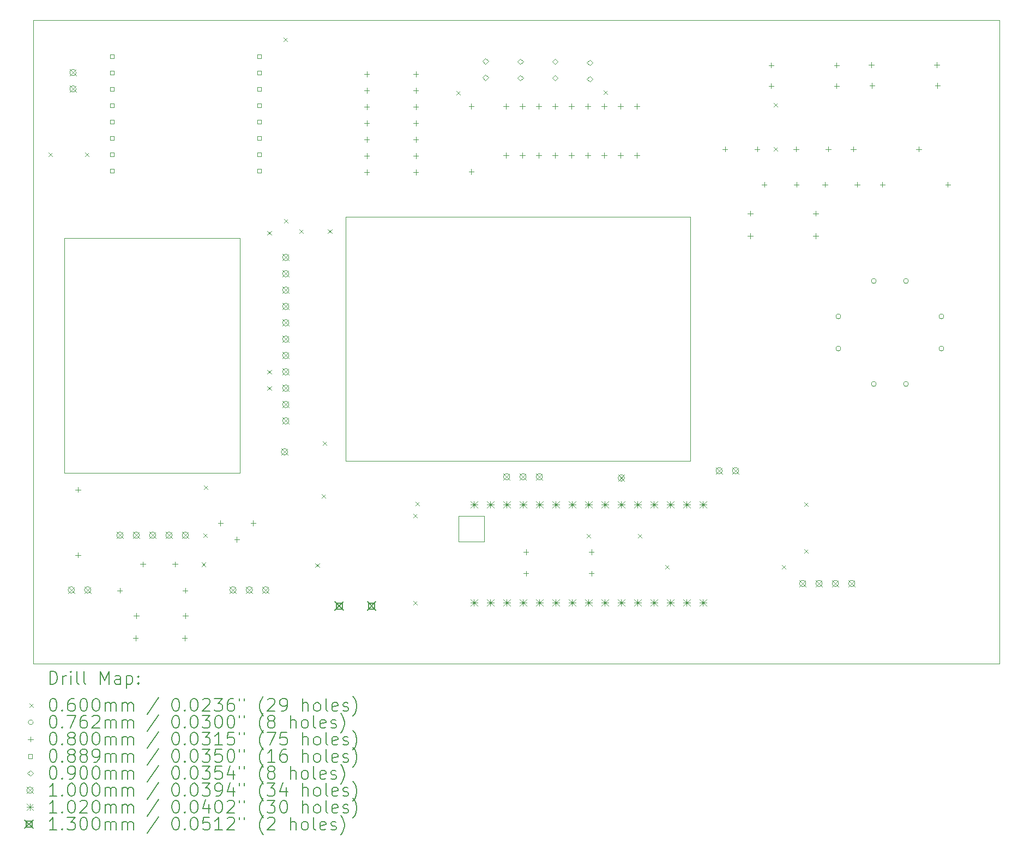
<source format=gbr>
%TF.GenerationSoftware,KiCad,Pcbnew,8.0.0*%
%TF.CreationDate,2024-05-22T20:52:54+02:00*%
%TF.ProjectId,Game_Board_v1,47616d65-5f42-46f6-9172-645f76312e6b,rev?*%
%TF.SameCoordinates,Original*%
%TF.FileFunction,Drillmap*%
%TF.FilePolarity,Positive*%
%FSLAX45Y45*%
G04 Gerber Fmt 4.5, Leading zero omitted, Abs format (unit mm)*
G04 Created by KiCad (PCBNEW 8.0.0) date 2024-05-22 20:52:54*
%MOMM*%
%LPD*%
G01*
G04 APERTURE LIST*
%ADD10C,0.050000*%
%ADD11C,0.200000*%
%ADD12C,0.100000*%
%ADD13C,0.102000*%
%ADD14C,0.130000*%
G04 APERTURE END LIST*
D10*
X13200000Y-6350000D02*
X28200000Y-6350000D01*
X28200000Y-16350000D01*
X13200000Y-16350000D01*
X13200000Y-6350000D01*
X13685000Y-9730000D02*
X16410000Y-9730000D01*
X16410000Y-13380000D01*
X13685000Y-13380000D01*
X13685000Y-9730000D01*
X19800000Y-14050000D02*
X20200000Y-14050000D01*
X20200000Y-14450000D01*
X19800000Y-14450000D01*
X19800000Y-14050000D01*
X18050000Y-9400000D02*
X23400000Y-9400000D01*
X23400000Y-13200000D01*
X18050000Y-13200000D01*
X18050000Y-9400000D01*
D11*
D12*
X13434000Y-8404000D02*
X13494000Y-8464000D01*
X13494000Y-8404000D02*
X13434000Y-8464000D01*
X14005000Y-8404000D02*
X14065000Y-8464000D01*
X14065000Y-8404000D02*
X14005000Y-8464000D01*
X15815000Y-14775000D02*
X15875000Y-14835000D01*
X15875000Y-14775000D02*
X15815000Y-14835000D01*
X15840000Y-14320000D02*
X15900000Y-14380000D01*
X15900000Y-14320000D02*
X15840000Y-14380000D01*
X15840000Y-14320000D02*
X15900000Y-14380000D01*
X15900000Y-14320000D02*
X15840000Y-14380000D01*
X15850000Y-13580000D02*
X15910000Y-13640000D01*
X15910000Y-13580000D02*
X15850000Y-13640000D01*
X16835000Y-9620000D02*
X16895000Y-9680000D01*
X16895000Y-9620000D02*
X16835000Y-9680000D01*
X16835000Y-11781000D02*
X16895000Y-11841000D01*
X16895000Y-11781000D02*
X16835000Y-11841000D01*
X16835000Y-12040000D02*
X16895000Y-12100000D01*
X16895000Y-12040000D02*
X16835000Y-12100000D01*
X17085000Y-6620000D02*
X17145000Y-6680000D01*
X17145000Y-6620000D02*
X17085000Y-6680000D01*
X17090000Y-9440000D02*
X17150000Y-9500000D01*
X17150000Y-9440000D02*
X17090000Y-9500000D01*
X17330000Y-9600000D02*
X17390000Y-9660000D01*
X17390000Y-9600000D02*
X17330000Y-9660000D01*
X17580000Y-14785000D02*
X17640000Y-14845000D01*
X17640000Y-14785000D02*
X17580000Y-14845000D01*
X17680000Y-13710000D02*
X17740000Y-13770000D01*
X17740000Y-13710000D02*
X17680000Y-13770000D01*
X17695000Y-12890000D02*
X17755000Y-12950000D01*
X17755000Y-12890000D02*
X17695000Y-12950000D01*
X17775000Y-9595000D02*
X17835000Y-9655000D01*
X17835000Y-9595000D02*
X17775000Y-9655000D01*
X19100000Y-14015000D02*
X19160000Y-14075000D01*
X19160000Y-14015000D02*
X19100000Y-14075000D01*
X19100000Y-15370000D02*
X19160000Y-15430000D01*
X19160000Y-15370000D02*
X19100000Y-15430000D01*
X19130000Y-13835000D02*
X19190000Y-13895000D01*
X19190000Y-13835000D02*
X19130000Y-13895000D01*
X19765000Y-7445000D02*
X19825000Y-7505000D01*
X19825000Y-7445000D02*
X19765000Y-7505000D01*
X21790000Y-14330000D02*
X21850000Y-14390000D01*
X21850000Y-14330000D02*
X21790000Y-14390000D01*
X22055000Y-7440000D02*
X22115000Y-7500000D01*
X22115000Y-7440000D02*
X22055000Y-7500000D01*
X22590000Y-14330000D02*
X22650000Y-14390000D01*
X22650000Y-14330000D02*
X22590000Y-14390000D01*
X23010000Y-14810000D02*
X23070000Y-14870000D01*
X23070000Y-14810000D02*
X23010000Y-14870000D01*
X24700000Y-7635000D02*
X24760000Y-7695000D01*
X24760000Y-7635000D02*
X24700000Y-7695000D01*
X24700000Y-8320000D02*
X24760000Y-8380000D01*
X24760000Y-8320000D02*
X24700000Y-8380000D01*
X24820000Y-14810000D02*
X24880000Y-14870000D01*
X24880000Y-14810000D02*
X24820000Y-14870000D01*
X25170000Y-13840000D02*
X25230000Y-13900000D01*
X25230000Y-13840000D02*
X25170000Y-13900000D01*
X25170000Y-14570000D02*
X25230000Y-14630000D01*
X25230000Y-14570000D02*
X25170000Y-14630000D01*
X25738100Y-10950000D02*
G75*
G02*
X25661900Y-10950000I-38100J0D01*
G01*
X25661900Y-10950000D02*
G75*
G02*
X25738100Y-10950000I38100J0D01*
G01*
X25738100Y-11450000D02*
G75*
G02*
X25661900Y-11450000I-38100J0D01*
G01*
X25661900Y-11450000D02*
G75*
G02*
X25738100Y-11450000I38100J0D01*
G01*
X26288100Y-10400000D02*
G75*
G02*
X26211900Y-10400000I-38100J0D01*
G01*
X26211900Y-10400000D02*
G75*
G02*
X26288100Y-10400000I38100J0D01*
G01*
X26288100Y-12000000D02*
G75*
G02*
X26211900Y-12000000I-38100J0D01*
G01*
X26211900Y-12000000D02*
G75*
G02*
X26288100Y-12000000I38100J0D01*
G01*
X26788100Y-10400000D02*
G75*
G02*
X26711900Y-10400000I-38100J0D01*
G01*
X26711900Y-10400000D02*
G75*
G02*
X26788100Y-10400000I38100J0D01*
G01*
X26788100Y-12000000D02*
G75*
G02*
X26711900Y-12000000I-38100J0D01*
G01*
X26711900Y-12000000D02*
G75*
G02*
X26788100Y-12000000I38100J0D01*
G01*
X27338100Y-10950000D02*
G75*
G02*
X27261900Y-10950000I-38100J0D01*
G01*
X27261900Y-10950000D02*
G75*
G02*
X27338100Y-10950000I38100J0D01*
G01*
X27338100Y-11450000D02*
G75*
G02*
X27261900Y-11450000I-38100J0D01*
G01*
X27261900Y-11450000D02*
G75*
G02*
X27338100Y-11450000I38100J0D01*
G01*
X13892000Y-13602000D02*
X13892000Y-13682000D01*
X13852000Y-13642000D02*
X13932000Y-13642000D01*
X13892000Y-14618000D02*
X13892000Y-14698000D01*
X13852000Y-14658000D02*
X13932000Y-14658000D01*
X14542000Y-15168000D02*
X14542000Y-15248000D01*
X14502000Y-15208000D02*
X14582000Y-15208000D01*
X14788000Y-15910000D02*
X14788000Y-15990000D01*
X14748000Y-15950000D02*
X14828000Y-15950000D01*
X14800000Y-15560000D02*
X14800000Y-15640000D01*
X14760000Y-15600000D02*
X14840000Y-15600000D01*
X14900000Y-14760000D02*
X14900000Y-14840000D01*
X14860000Y-14800000D02*
X14940000Y-14800000D01*
X15400000Y-14760000D02*
X15400000Y-14840000D01*
X15360000Y-14800000D02*
X15440000Y-14800000D01*
X15550000Y-15910000D02*
X15550000Y-15990000D01*
X15510000Y-15950000D02*
X15590000Y-15950000D01*
X15558000Y-15168000D02*
X15558000Y-15248000D01*
X15518000Y-15208000D02*
X15598000Y-15208000D01*
X15562000Y-15560000D02*
X15562000Y-15640000D01*
X15522000Y-15600000D02*
X15602000Y-15600000D01*
X16105000Y-14120000D02*
X16105000Y-14200000D01*
X16065000Y-14160000D02*
X16145000Y-14160000D01*
X16359000Y-14374000D02*
X16359000Y-14454000D01*
X16319000Y-14414000D02*
X16399000Y-14414000D01*
X16613000Y-14120000D02*
X16613000Y-14200000D01*
X16573000Y-14160000D02*
X16653000Y-14160000D01*
X18378000Y-7144000D02*
X18378000Y-7224000D01*
X18338000Y-7184000D02*
X18418000Y-7184000D01*
X18378000Y-7398000D02*
X18378000Y-7478000D01*
X18338000Y-7438000D02*
X18418000Y-7438000D01*
X18378000Y-7652000D02*
X18378000Y-7732000D01*
X18338000Y-7692000D02*
X18418000Y-7692000D01*
X18378000Y-7906000D02*
X18378000Y-7986000D01*
X18338000Y-7946000D02*
X18418000Y-7946000D01*
X18378000Y-8160000D02*
X18378000Y-8240000D01*
X18338000Y-8200000D02*
X18418000Y-8200000D01*
X18378000Y-8414000D02*
X18378000Y-8494000D01*
X18338000Y-8454000D02*
X18418000Y-8454000D01*
X18378000Y-8668000D02*
X18378000Y-8748000D01*
X18338000Y-8708000D02*
X18418000Y-8708000D01*
X19140000Y-7144000D02*
X19140000Y-7224000D01*
X19100000Y-7184000D02*
X19180000Y-7184000D01*
X19140000Y-7398000D02*
X19140000Y-7478000D01*
X19100000Y-7438000D02*
X19180000Y-7438000D01*
X19140000Y-7652000D02*
X19140000Y-7732000D01*
X19100000Y-7692000D02*
X19180000Y-7692000D01*
X19140000Y-7906000D02*
X19140000Y-7986000D01*
X19100000Y-7946000D02*
X19180000Y-7946000D01*
X19140000Y-8160000D02*
X19140000Y-8240000D01*
X19100000Y-8200000D02*
X19180000Y-8200000D01*
X19140000Y-8414000D02*
X19140000Y-8494000D01*
X19100000Y-8454000D02*
X19180000Y-8454000D01*
X19140000Y-8668000D02*
X19140000Y-8748000D01*
X19100000Y-8708000D02*
X19180000Y-8708000D01*
X20001000Y-7645000D02*
X20001000Y-7725000D01*
X19961000Y-7685000D02*
X20041000Y-7685000D01*
X20001000Y-8661000D02*
X20001000Y-8741000D01*
X19961000Y-8701000D02*
X20041000Y-8701000D01*
X20539000Y-7645000D02*
X20539000Y-7725000D01*
X20499000Y-7685000D02*
X20579000Y-7685000D01*
X20539000Y-8407000D02*
X20539000Y-8487000D01*
X20499000Y-8447000D02*
X20579000Y-8447000D01*
X20793000Y-7645000D02*
X20793000Y-7725000D01*
X20753000Y-7685000D02*
X20833000Y-7685000D01*
X20793000Y-8407000D02*
X20793000Y-8487000D01*
X20753000Y-8447000D02*
X20833000Y-8447000D01*
X20849000Y-14570000D02*
X20849000Y-14650000D01*
X20809000Y-14610000D02*
X20889000Y-14610000D01*
X20849000Y-14905000D02*
X20849000Y-14985000D01*
X20809000Y-14945000D02*
X20889000Y-14945000D01*
X21047000Y-7645000D02*
X21047000Y-7725000D01*
X21007000Y-7685000D02*
X21087000Y-7685000D01*
X21047000Y-8407000D02*
X21047000Y-8487000D01*
X21007000Y-8447000D02*
X21087000Y-8447000D01*
X21301000Y-7645000D02*
X21301000Y-7725000D01*
X21261000Y-7685000D02*
X21341000Y-7685000D01*
X21301000Y-8407000D02*
X21301000Y-8487000D01*
X21261000Y-8447000D02*
X21341000Y-8447000D01*
X21555000Y-7645000D02*
X21555000Y-7725000D01*
X21515000Y-7685000D02*
X21595000Y-7685000D01*
X21555000Y-8407000D02*
X21555000Y-8487000D01*
X21515000Y-8447000D02*
X21595000Y-8447000D01*
X21809000Y-7645000D02*
X21809000Y-7725000D01*
X21769000Y-7685000D02*
X21849000Y-7685000D01*
X21809000Y-8407000D02*
X21809000Y-8487000D01*
X21769000Y-8447000D02*
X21849000Y-8447000D01*
X21865000Y-14570000D02*
X21865000Y-14650000D01*
X21825000Y-14610000D02*
X21905000Y-14610000D01*
X21865000Y-14905000D02*
X21865000Y-14985000D01*
X21825000Y-14945000D02*
X21905000Y-14945000D01*
X22063000Y-7645000D02*
X22063000Y-7725000D01*
X22023000Y-7685000D02*
X22103000Y-7685000D01*
X22063000Y-8407000D02*
X22063000Y-8487000D01*
X22023000Y-8447000D02*
X22103000Y-8447000D01*
X22317000Y-7645000D02*
X22317000Y-7725000D01*
X22277000Y-7685000D02*
X22357000Y-7685000D01*
X22317000Y-8407000D02*
X22317000Y-8487000D01*
X22277000Y-8447000D02*
X22357000Y-8447000D01*
X22571000Y-7645000D02*
X22571000Y-7725000D01*
X22531000Y-7685000D02*
X22611000Y-7685000D01*
X22571000Y-8407000D02*
X22571000Y-8487000D01*
X22531000Y-8447000D02*
X22611000Y-8447000D01*
X23940000Y-8310000D02*
X23940000Y-8390000D01*
X23900000Y-8350000D02*
X23980000Y-8350000D01*
X24334000Y-9310000D02*
X24334000Y-9390000D01*
X24294000Y-9350000D02*
X24374000Y-9350000D01*
X24334000Y-9660000D02*
X24334000Y-9740000D01*
X24294000Y-9700000D02*
X24374000Y-9700000D01*
X24440000Y-8310000D02*
X24440000Y-8390000D01*
X24400000Y-8350000D02*
X24480000Y-8350000D01*
X24550000Y-8860000D02*
X24550000Y-8940000D01*
X24510000Y-8900000D02*
X24590000Y-8900000D01*
X24657500Y-7007500D02*
X24657500Y-7087500D01*
X24617500Y-7047500D02*
X24697500Y-7047500D01*
X24657500Y-7327500D02*
X24657500Y-7407500D01*
X24617500Y-7367500D02*
X24697500Y-7367500D01*
X25042000Y-8310000D02*
X25042000Y-8390000D01*
X25002000Y-8350000D02*
X25082000Y-8350000D01*
X25050000Y-8860000D02*
X25050000Y-8940000D01*
X25010000Y-8900000D02*
X25090000Y-8900000D01*
X25350000Y-9310000D02*
X25350000Y-9390000D01*
X25310000Y-9350000D02*
X25390000Y-9350000D01*
X25350000Y-9660000D02*
X25350000Y-9740000D01*
X25310000Y-9700000D02*
X25390000Y-9700000D01*
X25492000Y-8860000D02*
X25492000Y-8940000D01*
X25452000Y-8900000D02*
X25532000Y-8900000D01*
X25542000Y-8310000D02*
X25542000Y-8390000D01*
X25502000Y-8350000D02*
X25582000Y-8350000D01*
X25673500Y-7007500D02*
X25673500Y-7087500D01*
X25633500Y-7047500D02*
X25713500Y-7047500D01*
X25673500Y-7327500D02*
X25673500Y-7407500D01*
X25633500Y-7367500D02*
X25713500Y-7367500D01*
X25934000Y-8310000D02*
X25934000Y-8390000D01*
X25894000Y-8350000D02*
X25974000Y-8350000D01*
X25992000Y-8860000D02*
X25992000Y-8940000D01*
X25952000Y-8900000D02*
X26032000Y-8900000D01*
X26214000Y-7000000D02*
X26214000Y-7080000D01*
X26174000Y-7040000D02*
X26254000Y-7040000D01*
X26224000Y-7325000D02*
X26224000Y-7405000D01*
X26184000Y-7365000D02*
X26264000Y-7365000D01*
X26384000Y-8860000D02*
X26384000Y-8940000D01*
X26344000Y-8900000D02*
X26424000Y-8900000D01*
X26950000Y-8310000D02*
X26950000Y-8390000D01*
X26910000Y-8350000D02*
X26990000Y-8350000D01*
X27230000Y-7000000D02*
X27230000Y-7080000D01*
X27190000Y-7040000D02*
X27270000Y-7040000D01*
X27240000Y-7325000D02*
X27240000Y-7405000D01*
X27200000Y-7365000D02*
X27280000Y-7365000D01*
X27400000Y-8860000D02*
X27400000Y-8940000D01*
X27360000Y-8900000D02*
X27440000Y-8900000D01*
X14455431Y-6941431D02*
X14455431Y-6878569D01*
X14392569Y-6878569D01*
X14392569Y-6941431D01*
X14455431Y-6941431D01*
X14455431Y-7195431D02*
X14455431Y-7132569D01*
X14392569Y-7132569D01*
X14392569Y-7195431D01*
X14455431Y-7195431D01*
X14455431Y-7449431D02*
X14455431Y-7386569D01*
X14392569Y-7386569D01*
X14392569Y-7449431D01*
X14455431Y-7449431D01*
X14455431Y-7703431D02*
X14455431Y-7640569D01*
X14392569Y-7640569D01*
X14392569Y-7703431D01*
X14455431Y-7703431D01*
X14455431Y-7957431D02*
X14455431Y-7894569D01*
X14392569Y-7894569D01*
X14392569Y-7957431D01*
X14455431Y-7957431D01*
X14455431Y-8211431D02*
X14455431Y-8148569D01*
X14392569Y-8148569D01*
X14392569Y-8211431D01*
X14455431Y-8211431D01*
X14455431Y-8465431D02*
X14455431Y-8402569D01*
X14392569Y-8402569D01*
X14392569Y-8465431D01*
X14455431Y-8465431D01*
X14455431Y-8719431D02*
X14455431Y-8656569D01*
X14392569Y-8656569D01*
X14392569Y-8719431D01*
X14455431Y-8719431D01*
X16741431Y-6941431D02*
X16741431Y-6878569D01*
X16678569Y-6878569D01*
X16678569Y-6941431D01*
X16741431Y-6941431D01*
X16741431Y-7195431D02*
X16741431Y-7132569D01*
X16678569Y-7132569D01*
X16678569Y-7195431D01*
X16741431Y-7195431D01*
X16741431Y-7449431D02*
X16741431Y-7386569D01*
X16678569Y-7386569D01*
X16678569Y-7449431D01*
X16741431Y-7449431D01*
X16741431Y-7703431D02*
X16741431Y-7640569D01*
X16678569Y-7640569D01*
X16678569Y-7703431D01*
X16741431Y-7703431D01*
X16741431Y-7957431D02*
X16741431Y-7894569D01*
X16678569Y-7894569D01*
X16678569Y-7957431D01*
X16741431Y-7957431D01*
X16741431Y-8211431D02*
X16741431Y-8148569D01*
X16678569Y-8148569D01*
X16678569Y-8211431D01*
X16741431Y-8211431D01*
X16741431Y-8465431D02*
X16741431Y-8402569D01*
X16678569Y-8402569D01*
X16678569Y-8465431D01*
X16741431Y-8465431D01*
X16741431Y-8719431D02*
X16741431Y-8656569D01*
X16678569Y-8656569D01*
X16678569Y-8719431D01*
X16741431Y-8719431D01*
X20220000Y-7031000D02*
X20265000Y-6986000D01*
X20220000Y-6941000D01*
X20175000Y-6986000D01*
X20220000Y-7031000D01*
X20220000Y-7285000D02*
X20265000Y-7240000D01*
X20220000Y-7195000D01*
X20175000Y-7240000D01*
X20220000Y-7285000D01*
X20763500Y-7037000D02*
X20808500Y-6992000D01*
X20763500Y-6947000D01*
X20718500Y-6992000D01*
X20763500Y-7037000D01*
X20763500Y-7291000D02*
X20808500Y-7246000D01*
X20763500Y-7201000D01*
X20718500Y-7246000D01*
X20763500Y-7291000D01*
X21300000Y-7037000D02*
X21345000Y-6992000D01*
X21300000Y-6947000D01*
X21255000Y-6992000D01*
X21300000Y-7037000D01*
X21300000Y-7291000D02*
X21345000Y-7246000D01*
X21300000Y-7201000D01*
X21255000Y-7246000D01*
X21300000Y-7291000D01*
X21840000Y-7051000D02*
X21885000Y-7006000D01*
X21840000Y-6961000D01*
X21795000Y-7006000D01*
X21840000Y-7051000D01*
X21840000Y-7305000D02*
X21885000Y-7260000D01*
X21840000Y-7215000D01*
X21795000Y-7260000D01*
X21840000Y-7305000D01*
X13740000Y-15150000D02*
X13840000Y-15250000D01*
X13840000Y-15150000D02*
X13740000Y-15250000D01*
X13840000Y-15200000D02*
G75*
G02*
X13740000Y-15200000I-50000J0D01*
G01*
X13740000Y-15200000D02*
G75*
G02*
X13840000Y-15200000I50000J0D01*
G01*
X13765000Y-7111000D02*
X13865000Y-7211000D01*
X13865000Y-7111000D02*
X13765000Y-7211000D01*
X13865000Y-7161000D02*
G75*
G02*
X13765000Y-7161000I-50000J0D01*
G01*
X13765000Y-7161000D02*
G75*
G02*
X13865000Y-7161000I50000J0D01*
G01*
X13765000Y-7365000D02*
X13865000Y-7465000D01*
X13865000Y-7365000D02*
X13765000Y-7465000D01*
X13865000Y-7415000D02*
G75*
G02*
X13765000Y-7415000I-50000J0D01*
G01*
X13765000Y-7415000D02*
G75*
G02*
X13865000Y-7415000I50000J0D01*
G01*
X13994000Y-15150000D02*
X14094000Y-15250000D01*
X14094000Y-15150000D02*
X13994000Y-15250000D01*
X14094000Y-15200000D02*
G75*
G02*
X13994000Y-15200000I-50000J0D01*
G01*
X13994000Y-15200000D02*
G75*
G02*
X14094000Y-15200000I50000J0D01*
G01*
X14494000Y-14300000D02*
X14594000Y-14400000D01*
X14594000Y-14300000D02*
X14494000Y-14400000D01*
X14594000Y-14350000D02*
G75*
G02*
X14494000Y-14350000I-50000J0D01*
G01*
X14494000Y-14350000D02*
G75*
G02*
X14594000Y-14350000I50000J0D01*
G01*
X14748000Y-14300000D02*
X14848000Y-14400000D01*
X14848000Y-14300000D02*
X14748000Y-14400000D01*
X14848000Y-14350000D02*
G75*
G02*
X14748000Y-14350000I-50000J0D01*
G01*
X14748000Y-14350000D02*
G75*
G02*
X14848000Y-14350000I50000J0D01*
G01*
X15002000Y-14300000D02*
X15102000Y-14400000D01*
X15102000Y-14300000D02*
X15002000Y-14400000D01*
X15102000Y-14350000D02*
G75*
G02*
X15002000Y-14350000I-50000J0D01*
G01*
X15002000Y-14350000D02*
G75*
G02*
X15102000Y-14350000I50000J0D01*
G01*
X15256000Y-14300000D02*
X15356000Y-14400000D01*
X15356000Y-14300000D02*
X15256000Y-14400000D01*
X15356000Y-14350000D02*
G75*
G02*
X15256000Y-14350000I-50000J0D01*
G01*
X15256000Y-14350000D02*
G75*
G02*
X15356000Y-14350000I50000J0D01*
G01*
X15510000Y-14300000D02*
X15610000Y-14400000D01*
X15610000Y-14300000D02*
X15510000Y-14400000D01*
X15610000Y-14350000D02*
G75*
G02*
X15510000Y-14350000I-50000J0D01*
G01*
X15510000Y-14350000D02*
G75*
G02*
X15610000Y-14350000I50000J0D01*
G01*
X16250000Y-15150000D02*
X16350000Y-15250000D01*
X16350000Y-15150000D02*
X16250000Y-15250000D01*
X16350000Y-15200000D02*
G75*
G02*
X16250000Y-15200000I-50000J0D01*
G01*
X16250000Y-15200000D02*
G75*
G02*
X16350000Y-15200000I50000J0D01*
G01*
X16504000Y-15150000D02*
X16604000Y-15250000D01*
X16604000Y-15150000D02*
X16504000Y-15250000D01*
X16604000Y-15200000D02*
G75*
G02*
X16504000Y-15200000I-50000J0D01*
G01*
X16504000Y-15200000D02*
G75*
G02*
X16604000Y-15200000I50000J0D01*
G01*
X16758000Y-15150000D02*
X16858000Y-15250000D01*
X16858000Y-15150000D02*
X16758000Y-15250000D01*
X16858000Y-15200000D02*
G75*
G02*
X16758000Y-15200000I-50000J0D01*
G01*
X16758000Y-15200000D02*
G75*
G02*
X16858000Y-15200000I50000J0D01*
G01*
X17050000Y-13005000D02*
X17150000Y-13105000D01*
X17150000Y-13005000D02*
X17050000Y-13105000D01*
X17150000Y-13055000D02*
G75*
G02*
X17050000Y-13055000I-50000J0D01*
G01*
X17050000Y-13055000D02*
G75*
G02*
X17150000Y-13055000I50000J0D01*
G01*
X17070000Y-9983000D02*
X17170000Y-10083000D01*
X17170000Y-9983000D02*
X17070000Y-10083000D01*
X17170000Y-10033000D02*
G75*
G02*
X17070000Y-10033000I-50000J0D01*
G01*
X17070000Y-10033000D02*
G75*
G02*
X17170000Y-10033000I50000J0D01*
G01*
X17070000Y-10237000D02*
X17170000Y-10337000D01*
X17170000Y-10237000D02*
X17070000Y-10337000D01*
X17170000Y-10287000D02*
G75*
G02*
X17070000Y-10287000I-50000J0D01*
G01*
X17070000Y-10287000D02*
G75*
G02*
X17170000Y-10287000I50000J0D01*
G01*
X17070000Y-10491000D02*
X17170000Y-10591000D01*
X17170000Y-10491000D02*
X17070000Y-10591000D01*
X17170000Y-10541000D02*
G75*
G02*
X17070000Y-10541000I-50000J0D01*
G01*
X17070000Y-10541000D02*
G75*
G02*
X17170000Y-10541000I50000J0D01*
G01*
X17070000Y-10745000D02*
X17170000Y-10845000D01*
X17170000Y-10745000D02*
X17070000Y-10845000D01*
X17170000Y-10795000D02*
G75*
G02*
X17070000Y-10795000I-50000J0D01*
G01*
X17070000Y-10795000D02*
G75*
G02*
X17170000Y-10795000I50000J0D01*
G01*
X17070000Y-10999000D02*
X17170000Y-11099000D01*
X17170000Y-10999000D02*
X17070000Y-11099000D01*
X17170000Y-11049000D02*
G75*
G02*
X17070000Y-11049000I-50000J0D01*
G01*
X17070000Y-11049000D02*
G75*
G02*
X17170000Y-11049000I50000J0D01*
G01*
X17070000Y-11253000D02*
X17170000Y-11353000D01*
X17170000Y-11253000D02*
X17070000Y-11353000D01*
X17170000Y-11303000D02*
G75*
G02*
X17070000Y-11303000I-50000J0D01*
G01*
X17070000Y-11303000D02*
G75*
G02*
X17170000Y-11303000I50000J0D01*
G01*
X17070000Y-11507000D02*
X17170000Y-11607000D01*
X17170000Y-11507000D02*
X17070000Y-11607000D01*
X17170000Y-11557000D02*
G75*
G02*
X17070000Y-11557000I-50000J0D01*
G01*
X17070000Y-11557000D02*
G75*
G02*
X17170000Y-11557000I50000J0D01*
G01*
X17070000Y-11761000D02*
X17170000Y-11861000D01*
X17170000Y-11761000D02*
X17070000Y-11861000D01*
X17170000Y-11811000D02*
G75*
G02*
X17070000Y-11811000I-50000J0D01*
G01*
X17070000Y-11811000D02*
G75*
G02*
X17170000Y-11811000I50000J0D01*
G01*
X17070000Y-12015000D02*
X17170000Y-12115000D01*
X17170000Y-12015000D02*
X17070000Y-12115000D01*
X17170000Y-12065000D02*
G75*
G02*
X17070000Y-12065000I-50000J0D01*
G01*
X17070000Y-12065000D02*
G75*
G02*
X17170000Y-12065000I50000J0D01*
G01*
X17070000Y-12269000D02*
X17170000Y-12369000D01*
X17170000Y-12269000D02*
X17070000Y-12369000D01*
X17170000Y-12319000D02*
G75*
G02*
X17070000Y-12319000I-50000J0D01*
G01*
X17070000Y-12319000D02*
G75*
G02*
X17170000Y-12319000I50000J0D01*
G01*
X17070000Y-12523000D02*
X17170000Y-12623000D01*
X17170000Y-12523000D02*
X17070000Y-12623000D01*
X17170000Y-12573000D02*
G75*
G02*
X17070000Y-12573000I-50000J0D01*
G01*
X17070000Y-12573000D02*
G75*
G02*
X17170000Y-12573000I50000J0D01*
G01*
X20499500Y-13392500D02*
X20599500Y-13492500D01*
X20599500Y-13392500D02*
X20499500Y-13492500D01*
X20599500Y-13442500D02*
G75*
G02*
X20499500Y-13442500I-50000J0D01*
G01*
X20499500Y-13442500D02*
G75*
G02*
X20599500Y-13442500I50000J0D01*
G01*
X20753500Y-13392500D02*
X20853500Y-13492500D01*
X20853500Y-13392500D02*
X20753500Y-13492500D01*
X20853500Y-13442500D02*
G75*
G02*
X20753500Y-13442500I-50000J0D01*
G01*
X20753500Y-13442500D02*
G75*
G02*
X20853500Y-13442500I50000J0D01*
G01*
X21007500Y-13392500D02*
X21107500Y-13492500D01*
X21107500Y-13392500D02*
X21007500Y-13492500D01*
X21107500Y-13442500D02*
G75*
G02*
X21007500Y-13442500I-50000J0D01*
G01*
X21007500Y-13442500D02*
G75*
G02*
X21107500Y-13442500I50000J0D01*
G01*
X22280000Y-13410000D02*
X22380000Y-13510000D01*
X22380000Y-13410000D02*
X22280000Y-13510000D01*
X22380000Y-13460000D02*
G75*
G02*
X22280000Y-13460000I-50000J0D01*
G01*
X22280000Y-13460000D02*
G75*
G02*
X22380000Y-13460000I50000J0D01*
G01*
X23798500Y-13297500D02*
X23898500Y-13397500D01*
X23898500Y-13297500D02*
X23798500Y-13397500D01*
X23898500Y-13347500D02*
G75*
G02*
X23798500Y-13347500I-50000J0D01*
G01*
X23798500Y-13347500D02*
G75*
G02*
X23898500Y-13347500I50000J0D01*
G01*
X24052500Y-13297500D02*
X24152500Y-13397500D01*
X24152500Y-13297500D02*
X24052500Y-13397500D01*
X24152500Y-13347500D02*
G75*
G02*
X24052500Y-13347500I-50000J0D01*
G01*
X24052500Y-13347500D02*
G75*
G02*
X24152500Y-13347500I50000J0D01*
G01*
X25096000Y-15050000D02*
X25196000Y-15150000D01*
X25196000Y-15050000D02*
X25096000Y-15150000D01*
X25196000Y-15100000D02*
G75*
G02*
X25096000Y-15100000I-50000J0D01*
G01*
X25096000Y-15100000D02*
G75*
G02*
X25196000Y-15100000I50000J0D01*
G01*
X25350000Y-15050000D02*
X25450000Y-15150000D01*
X25450000Y-15050000D02*
X25350000Y-15150000D01*
X25450000Y-15100000D02*
G75*
G02*
X25350000Y-15100000I-50000J0D01*
G01*
X25350000Y-15100000D02*
G75*
G02*
X25450000Y-15100000I50000J0D01*
G01*
X25604000Y-15050000D02*
X25704000Y-15150000D01*
X25704000Y-15050000D02*
X25604000Y-15150000D01*
X25704000Y-15100000D02*
G75*
G02*
X25604000Y-15100000I-50000J0D01*
G01*
X25604000Y-15100000D02*
G75*
G02*
X25704000Y-15100000I50000J0D01*
G01*
X25858000Y-15050000D02*
X25958000Y-15150000D01*
X25958000Y-15050000D02*
X25858000Y-15150000D01*
X25958000Y-15100000D02*
G75*
G02*
X25858000Y-15100000I-50000J0D01*
G01*
X25858000Y-15100000D02*
G75*
G02*
X25958000Y-15100000I50000J0D01*
G01*
D13*
X19993000Y-13825000D02*
X20095000Y-13927000D01*
X20095000Y-13825000D02*
X19993000Y-13927000D01*
X20044000Y-13825000D02*
X20044000Y-13927000D01*
X19993000Y-13876000D02*
X20095000Y-13876000D01*
X19993000Y-15349000D02*
X20095000Y-15451000D01*
X20095000Y-15349000D02*
X19993000Y-15451000D01*
X20044000Y-15349000D02*
X20044000Y-15451000D01*
X19993000Y-15400000D02*
X20095000Y-15400000D01*
X20247000Y-13825000D02*
X20349000Y-13927000D01*
X20349000Y-13825000D02*
X20247000Y-13927000D01*
X20298000Y-13825000D02*
X20298000Y-13927000D01*
X20247000Y-13876000D02*
X20349000Y-13876000D01*
X20247000Y-15349000D02*
X20349000Y-15451000D01*
X20349000Y-15349000D02*
X20247000Y-15451000D01*
X20298000Y-15349000D02*
X20298000Y-15451000D01*
X20247000Y-15400000D02*
X20349000Y-15400000D01*
X20501000Y-13825000D02*
X20603000Y-13927000D01*
X20603000Y-13825000D02*
X20501000Y-13927000D01*
X20552000Y-13825000D02*
X20552000Y-13927000D01*
X20501000Y-13876000D02*
X20603000Y-13876000D01*
X20501000Y-15349000D02*
X20603000Y-15451000D01*
X20603000Y-15349000D02*
X20501000Y-15451000D01*
X20552000Y-15349000D02*
X20552000Y-15451000D01*
X20501000Y-15400000D02*
X20603000Y-15400000D01*
X20755000Y-13825000D02*
X20857000Y-13927000D01*
X20857000Y-13825000D02*
X20755000Y-13927000D01*
X20806000Y-13825000D02*
X20806000Y-13927000D01*
X20755000Y-13876000D02*
X20857000Y-13876000D01*
X20755000Y-15349000D02*
X20857000Y-15451000D01*
X20857000Y-15349000D02*
X20755000Y-15451000D01*
X20806000Y-15349000D02*
X20806000Y-15451000D01*
X20755000Y-15400000D02*
X20857000Y-15400000D01*
X21009000Y-13825000D02*
X21111000Y-13927000D01*
X21111000Y-13825000D02*
X21009000Y-13927000D01*
X21060000Y-13825000D02*
X21060000Y-13927000D01*
X21009000Y-13876000D02*
X21111000Y-13876000D01*
X21009000Y-15349000D02*
X21111000Y-15451000D01*
X21111000Y-15349000D02*
X21009000Y-15451000D01*
X21060000Y-15349000D02*
X21060000Y-15451000D01*
X21009000Y-15400000D02*
X21111000Y-15400000D01*
X21263000Y-13825000D02*
X21365000Y-13927000D01*
X21365000Y-13825000D02*
X21263000Y-13927000D01*
X21314000Y-13825000D02*
X21314000Y-13927000D01*
X21263000Y-13876000D02*
X21365000Y-13876000D01*
X21263000Y-15349000D02*
X21365000Y-15451000D01*
X21365000Y-15349000D02*
X21263000Y-15451000D01*
X21314000Y-15349000D02*
X21314000Y-15451000D01*
X21263000Y-15400000D02*
X21365000Y-15400000D01*
X21517000Y-13825000D02*
X21619000Y-13927000D01*
X21619000Y-13825000D02*
X21517000Y-13927000D01*
X21568000Y-13825000D02*
X21568000Y-13927000D01*
X21517000Y-13876000D02*
X21619000Y-13876000D01*
X21517000Y-15349000D02*
X21619000Y-15451000D01*
X21619000Y-15349000D02*
X21517000Y-15451000D01*
X21568000Y-15349000D02*
X21568000Y-15451000D01*
X21517000Y-15400000D02*
X21619000Y-15400000D01*
X21771000Y-13825000D02*
X21873000Y-13927000D01*
X21873000Y-13825000D02*
X21771000Y-13927000D01*
X21822000Y-13825000D02*
X21822000Y-13927000D01*
X21771000Y-13876000D02*
X21873000Y-13876000D01*
X21771000Y-15349000D02*
X21873000Y-15451000D01*
X21873000Y-15349000D02*
X21771000Y-15451000D01*
X21822000Y-15349000D02*
X21822000Y-15451000D01*
X21771000Y-15400000D02*
X21873000Y-15400000D01*
X22025000Y-13825000D02*
X22127000Y-13927000D01*
X22127000Y-13825000D02*
X22025000Y-13927000D01*
X22076000Y-13825000D02*
X22076000Y-13927000D01*
X22025000Y-13876000D02*
X22127000Y-13876000D01*
X22025000Y-15349000D02*
X22127000Y-15451000D01*
X22127000Y-15349000D02*
X22025000Y-15451000D01*
X22076000Y-15349000D02*
X22076000Y-15451000D01*
X22025000Y-15400000D02*
X22127000Y-15400000D01*
X22279000Y-13825000D02*
X22381000Y-13927000D01*
X22381000Y-13825000D02*
X22279000Y-13927000D01*
X22330000Y-13825000D02*
X22330000Y-13927000D01*
X22279000Y-13876000D02*
X22381000Y-13876000D01*
X22279000Y-15349000D02*
X22381000Y-15451000D01*
X22381000Y-15349000D02*
X22279000Y-15451000D01*
X22330000Y-15349000D02*
X22330000Y-15451000D01*
X22279000Y-15400000D02*
X22381000Y-15400000D01*
X22533000Y-13825000D02*
X22635000Y-13927000D01*
X22635000Y-13825000D02*
X22533000Y-13927000D01*
X22584000Y-13825000D02*
X22584000Y-13927000D01*
X22533000Y-13876000D02*
X22635000Y-13876000D01*
X22533000Y-15349000D02*
X22635000Y-15451000D01*
X22635000Y-15349000D02*
X22533000Y-15451000D01*
X22584000Y-15349000D02*
X22584000Y-15451000D01*
X22533000Y-15400000D02*
X22635000Y-15400000D01*
X22787000Y-13825000D02*
X22889000Y-13927000D01*
X22889000Y-13825000D02*
X22787000Y-13927000D01*
X22838000Y-13825000D02*
X22838000Y-13927000D01*
X22787000Y-13876000D02*
X22889000Y-13876000D01*
X22787000Y-15349000D02*
X22889000Y-15451000D01*
X22889000Y-15349000D02*
X22787000Y-15451000D01*
X22838000Y-15349000D02*
X22838000Y-15451000D01*
X22787000Y-15400000D02*
X22889000Y-15400000D01*
X23041000Y-13825000D02*
X23143000Y-13927000D01*
X23143000Y-13825000D02*
X23041000Y-13927000D01*
X23092000Y-13825000D02*
X23092000Y-13927000D01*
X23041000Y-13876000D02*
X23143000Y-13876000D01*
X23041000Y-15349000D02*
X23143000Y-15451000D01*
X23143000Y-15349000D02*
X23041000Y-15451000D01*
X23092000Y-15349000D02*
X23092000Y-15451000D01*
X23041000Y-15400000D02*
X23143000Y-15400000D01*
X23295000Y-13825000D02*
X23397000Y-13927000D01*
X23397000Y-13825000D02*
X23295000Y-13927000D01*
X23346000Y-13825000D02*
X23346000Y-13927000D01*
X23295000Y-13876000D02*
X23397000Y-13876000D01*
X23295000Y-15349000D02*
X23397000Y-15451000D01*
X23397000Y-15349000D02*
X23295000Y-15451000D01*
X23346000Y-15349000D02*
X23346000Y-15451000D01*
X23295000Y-15400000D02*
X23397000Y-15400000D01*
X23549000Y-13825000D02*
X23651000Y-13927000D01*
X23651000Y-13825000D02*
X23549000Y-13927000D01*
X23600000Y-13825000D02*
X23600000Y-13927000D01*
X23549000Y-13876000D02*
X23651000Y-13876000D01*
X23549000Y-15349000D02*
X23651000Y-15451000D01*
X23651000Y-15349000D02*
X23549000Y-15451000D01*
X23600000Y-15349000D02*
X23600000Y-15451000D01*
X23549000Y-15400000D02*
X23651000Y-15400000D01*
D14*
X17885000Y-15385000D02*
X18015000Y-15515000D01*
X18015000Y-15385000D02*
X17885000Y-15515000D01*
X17995962Y-15495962D02*
X17995962Y-15404038D01*
X17904038Y-15404038D01*
X17904038Y-15495962D01*
X17995962Y-15495962D01*
X18385000Y-15385000D02*
X18515000Y-15515000D01*
X18515000Y-15385000D02*
X18385000Y-15515000D01*
X18495962Y-15495962D02*
X18495962Y-15404038D01*
X18404038Y-15404038D01*
X18404038Y-15495962D01*
X18495962Y-15495962D01*
D11*
X13458277Y-16663984D02*
X13458277Y-16463984D01*
X13458277Y-16463984D02*
X13505896Y-16463984D01*
X13505896Y-16463984D02*
X13534467Y-16473508D01*
X13534467Y-16473508D02*
X13553515Y-16492555D01*
X13553515Y-16492555D02*
X13563039Y-16511603D01*
X13563039Y-16511603D02*
X13572562Y-16549698D01*
X13572562Y-16549698D02*
X13572562Y-16578269D01*
X13572562Y-16578269D02*
X13563039Y-16616365D01*
X13563039Y-16616365D02*
X13553515Y-16635412D01*
X13553515Y-16635412D02*
X13534467Y-16654460D01*
X13534467Y-16654460D02*
X13505896Y-16663984D01*
X13505896Y-16663984D02*
X13458277Y-16663984D01*
X13658277Y-16663984D02*
X13658277Y-16530650D01*
X13658277Y-16568746D02*
X13667801Y-16549698D01*
X13667801Y-16549698D02*
X13677324Y-16540174D01*
X13677324Y-16540174D02*
X13696372Y-16530650D01*
X13696372Y-16530650D02*
X13715420Y-16530650D01*
X13782086Y-16663984D02*
X13782086Y-16530650D01*
X13782086Y-16463984D02*
X13772562Y-16473508D01*
X13772562Y-16473508D02*
X13782086Y-16483031D01*
X13782086Y-16483031D02*
X13791610Y-16473508D01*
X13791610Y-16473508D02*
X13782086Y-16463984D01*
X13782086Y-16463984D02*
X13782086Y-16483031D01*
X13905896Y-16663984D02*
X13886848Y-16654460D01*
X13886848Y-16654460D02*
X13877324Y-16635412D01*
X13877324Y-16635412D02*
X13877324Y-16463984D01*
X14010658Y-16663984D02*
X13991610Y-16654460D01*
X13991610Y-16654460D02*
X13982086Y-16635412D01*
X13982086Y-16635412D02*
X13982086Y-16463984D01*
X14239229Y-16663984D02*
X14239229Y-16463984D01*
X14239229Y-16463984D02*
X14305896Y-16606841D01*
X14305896Y-16606841D02*
X14372562Y-16463984D01*
X14372562Y-16463984D02*
X14372562Y-16663984D01*
X14553515Y-16663984D02*
X14553515Y-16559222D01*
X14553515Y-16559222D02*
X14543991Y-16540174D01*
X14543991Y-16540174D02*
X14524943Y-16530650D01*
X14524943Y-16530650D02*
X14486848Y-16530650D01*
X14486848Y-16530650D02*
X14467801Y-16540174D01*
X14553515Y-16654460D02*
X14534467Y-16663984D01*
X14534467Y-16663984D02*
X14486848Y-16663984D01*
X14486848Y-16663984D02*
X14467801Y-16654460D01*
X14467801Y-16654460D02*
X14458277Y-16635412D01*
X14458277Y-16635412D02*
X14458277Y-16616365D01*
X14458277Y-16616365D02*
X14467801Y-16597317D01*
X14467801Y-16597317D02*
X14486848Y-16587793D01*
X14486848Y-16587793D02*
X14534467Y-16587793D01*
X14534467Y-16587793D02*
X14553515Y-16578269D01*
X14648753Y-16530650D02*
X14648753Y-16730650D01*
X14648753Y-16540174D02*
X14667801Y-16530650D01*
X14667801Y-16530650D02*
X14705896Y-16530650D01*
X14705896Y-16530650D02*
X14724943Y-16540174D01*
X14724943Y-16540174D02*
X14734467Y-16549698D01*
X14734467Y-16549698D02*
X14743991Y-16568746D01*
X14743991Y-16568746D02*
X14743991Y-16625888D01*
X14743991Y-16625888D02*
X14734467Y-16644936D01*
X14734467Y-16644936D02*
X14724943Y-16654460D01*
X14724943Y-16654460D02*
X14705896Y-16663984D01*
X14705896Y-16663984D02*
X14667801Y-16663984D01*
X14667801Y-16663984D02*
X14648753Y-16654460D01*
X14829705Y-16644936D02*
X14839229Y-16654460D01*
X14839229Y-16654460D02*
X14829705Y-16663984D01*
X14829705Y-16663984D02*
X14820182Y-16654460D01*
X14820182Y-16654460D02*
X14829705Y-16644936D01*
X14829705Y-16644936D02*
X14829705Y-16663984D01*
X14829705Y-16540174D02*
X14839229Y-16549698D01*
X14839229Y-16549698D02*
X14829705Y-16559222D01*
X14829705Y-16559222D02*
X14820182Y-16549698D01*
X14820182Y-16549698D02*
X14829705Y-16540174D01*
X14829705Y-16540174D02*
X14829705Y-16559222D01*
D12*
X13137500Y-16962500D02*
X13197500Y-17022500D01*
X13197500Y-16962500D02*
X13137500Y-17022500D01*
D11*
X13496372Y-16883984D02*
X13515420Y-16883984D01*
X13515420Y-16883984D02*
X13534467Y-16893508D01*
X13534467Y-16893508D02*
X13543991Y-16903031D01*
X13543991Y-16903031D02*
X13553515Y-16922079D01*
X13553515Y-16922079D02*
X13563039Y-16960174D01*
X13563039Y-16960174D02*
X13563039Y-17007793D01*
X13563039Y-17007793D02*
X13553515Y-17045889D01*
X13553515Y-17045889D02*
X13543991Y-17064936D01*
X13543991Y-17064936D02*
X13534467Y-17074460D01*
X13534467Y-17074460D02*
X13515420Y-17083984D01*
X13515420Y-17083984D02*
X13496372Y-17083984D01*
X13496372Y-17083984D02*
X13477324Y-17074460D01*
X13477324Y-17074460D02*
X13467801Y-17064936D01*
X13467801Y-17064936D02*
X13458277Y-17045889D01*
X13458277Y-17045889D02*
X13448753Y-17007793D01*
X13448753Y-17007793D02*
X13448753Y-16960174D01*
X13448753Y-16960174D02*
X13458277Y-16922079D01*
X13458277Y-16922079D02*
X13467801Y-16903031D01*
X13467801Y-16903031D02*
X13477324Y-16893508D01*
X13477324Y-16893508D02*
X13496372Y-16883984D01*
X13648753Y-17064936D02*
X13658277Y-17074460D01*
X13658277Y-17074460D02*
X13648753Y-17083984D01*
X13648753Y-17083984D02*
X13639229Y-17074460D01*
X13639229Y-17074460D02*
X13648753Y-17064936D01*
X13648753Y-17064936D02*
X13648753Y-17083984D01*
X13829705Y-16883984D02*
X13791610Y-16883984D01*
X13791610Y-16883984D02*
X13772562Y-16893508D01*
X13772562Y-16893508D02*
X13763039Y-16903031D01*
X13763039Y-16903031D02*
X13743991Y-16931603D01*
X13743991Y-16931603D02*
X13734467Y-16969698D01*
X13734467Y-16969698D02*
X13734467Y-17045889D01*
X13734467Y-17045889D02*
X13743991Y-17064936D01*
X13743991Y-17064936D02*
X13753515Y-17074460D01*
X13753515Y-17074460D02*
X13772562Y-17083984D01*
X13772562Y-17083984D02*
X13810658Y-17083984D01*
X13810658Y-17083984D02*
X13829705Y-17074460D01*
X13829705Y-17074460D02*
X13839229Y-17064936D01*
X13839229Y-17064936D02*
X13848753Y-17045889D01*
X13848753Y-17045889D02*
X13848753Y-16998270D01*
X13848753Y-16998270D02*
X13839229Y-16979222D01*
X13839229Y-16979222D02*
X13829705Y-16969698D01*
X13829705Y-16969698D02*
X13810658Y-16960174D01*
X13810658Y-16960174D02*
X13772562Y-16960174D01*
X13772562Y-16960174D02*
X13753515Y-16969698D01*
X13753515Y-16969698D02*
X13743991Y-16979222D01*
X13743991Y-16979222D02*
X13734467Y-16998270D01*
X13972562Y-16883984D02*
X13991610Y-16883984D01*
X13991610Y-16883984D02*
X14010658Y-16893508D01*
X14010658Y-16893508D02*
X14020182Y-16903031D01*
X14020182Y-16903031D02*
X14029705Y-16922079D01*
X14029705Y-16922079D02*
X14039229Y-16960174D01*
X14039229Y-16960174D02*
X14039229Y-17007793D01*
X14039229Y-17007793D02*
X14029705Y-17045889D01*
X14029705Y-17045889D02*
X14020182Y-17064936D01*
X14020182Y-17064936D02*
X14010658Y-17074460D01*
X14010658Y-17074460D02*
X13991610Y-17083984D01*
X13991610Y-17083984D02*
X13972562Y-17083984D01*
X13972562Y-17083984D02*
X13953515Y-17074460D01*
X13953515Y-17074460D02*
X13943991Y-17064936D01*
X13943991Y-17064936D02*
X13934467Y-17045889D01*
X13934467Y-17045889D02*
X13924943Y-17007793D01*
X13924943Y-17007793D02*
X13924943Y-16960174D01*
X13924943Y-16960174D02*
X13934467Y-16922079D01*
X13934467Y-16922079D02*
X13943991Y-16903031D01*
X13943991Y-16903031D02*
X13953515Y-16893508D01*
X13953515Y-16893508D02*
X13972562Y-16883984D01*
X14163039Y-16883984D02*
X14182086Y-16883984D01*
X14182086Y-16883984D02*
X14201134Y-16893508D01*
X14201134Y-16893508D02*
X14210658Y-16903031D01*
X14210658Y-16903031D02*
X14220182Y-16922079D01*
X14220182Y-16922079D02*
X14229705Y-16960174D01*
X14229705Y-16960174D02*
X14229705Y-17007793D01*
X14229705Y-17007793D02*
X14220182Y-17045889D01*
X14220182Y-17045889D02*
X14210658Y-17064936D01*
X14210658Y-17064936D02*
X14201134Y-17074460D01*
X14201134Y-17074460D02*
X14182086Y-17083984D01*
X14182086Y-17083984D02*
X14163039Y-17083984D01*
X14163039Y-17083984D02*
X14143991Y-17074460D01*
X14143991Y-17074460D02*
X14134467Y-17064936D01*
X14134467Y-17064936D02*
X14124943Y-17045889D01*
X14124943Y-17045889D02*
X14115420Y-17007793D01*
X14115420Y-17007793D02*
X14115420Y-16960174D01*
X14115420Y-16960174D02*
X14124943Y-16922079D01*
X14124943Y-16922079D02*
X14134467Y-16903031D01*
X14134467Y-16903031D02*
X14143991Y-16893508D01*
X14143991Y-16893508D02*
X14163039Y-16883984D01*
X14315420Y-17083984D02*
X14315420Y-16950650D01*
X14315420Y-16969698D02*
X14324943Y-16960174D01*
X14324943Y-16960174D02*
X14343991Y-16950650D01*
X14343991Y-16950650D02*
X14372563Y-16950650D01*
X14372563Y-16950650D02*
X14391610Y-16960174D01*
X14391610Y-16960174D02*
X14401134Y-16979222D01*
X14401134Y-16979222D02*
X14401134Y-17083984D01*
X14401134Y-16979222D02*
X14410658Y-16960174D01*
X14410658Y-16960174D02*
X14429705Y-16950650D01*
X14429705Y-16950650D02*
X14458277Y-16950650D01*
X14458277Y-16950650D02*
X14477324Y-16960174D01*
X14477324Y-16960174D02*
X14486848Y-16979222D01*
X14486848Y-16979222D02*
X14486848Y-17083984D01*
X14582086Y-17083984D02*
X14582086Y-16950650D01*
X14582086Y-16969698D02*
X14591610Y-16960174D01*
X14591610Y-16960174D02*
X14610658Y-16950650D01*
X14610658Y-16950650D02*
X14639229Y-16950650D01*
X14639229Y-16950650D02*
X14658277Y-16960174D01*
X14658277Y-16960174D02*
X14667801Y-16979222D01*
X14667801Y-16979222D02*
X14667801Y-17083984D01*
X14667801Y-16979222D02*
X14677324Y-16960174D01*
X14677324Y-16960174D02*
X14696372Y-16950650D01*
X14696372Y-16950650D02*
X14724943Y-16950650D01*
X14724943Y-16950650D02*
X14743991Y-16960174D01*
X14743991Y-16960174D02*
X14753515Y-16979222D01*
X14753515Y-16979222D02*
X14753515Y-17083984D01*
X15143991Y-16874460D02*
X14972563Y-17131603D01*
X15401134Y-16883984D02*
X15420182Y-16883984D01*
X15420182Y-16883984D02*
X15439229Y-16893508D01*
X15439229Y-16893508D02*
X15448753Y-16903031D01*
X15448753Y-16903031D02*
X15458277Y-16922079D01*
X15458277Y-16922079D02*
X15467801Y-16960174D01*
X15467801Y-16960174D02*
X15467801Y-17007793D01*
X15467801Y-17007793D02*
X15458277Y-17045889D01*
X15458277Y-17045889D02*
X15448753Y-17064936D01*
X15448753Y-17064936D02*
X15439229Y-17074460D01*
X15439229Y-17074460D02*
X15420182Y-17083984D01*
X15420182Y-17083984D02*
X15401134Y-17083984D01*
X15401134Y-17083984D02*
X15382086Y-17074460D01*
X15382086Y-17074460D02*
X15372563Y-17064936D01*
X15372563Y-17064936D02*
X15363039Y-17045889D01*
X15363039Y-17045889D02*
X15353515Y-17007793D01*
X15353515Y-17007793D02*
X15353515Y-16960174D01*
X15353515Y-16960174D02*
X15363039Y-16922079D01*
X15363039Y-16922079D02*
X15372563Y-16903031D01*
X15372563Y-16903031D02*
X15382086Y-16893508D01*
X15382086Y-16893508D02*
X15401134Y-16883984D01*
X15553515Y-17064936D02*
X15563039Y-17074460D01*
X15563039Y-17074460D02*
X15553515Y-17083984D01*
X15553515Y-17083984D02*
X15543991Y-17074460D01*
X15543991Y-17074460D02*
X15553515Y-17064936D01*
X15553515Y-17064936D02*
X15553515Y-17083984D01*
X15686848Y-16883984D02*
X15705896Y-16883984D01*
X15705896Y-16883984D02*
X15724944Y-16893508D01*
X15724944Y-16893508D02*
X15734467Y-16903031D01*
X15734467Y-16903031D02*
X15743991Y-16922079D01*
X15743991Y-16922079D02*
X15753515Y-16960174D01*
X15753515Y-16960174D02*
X15753515Y-17007793D01*
X15753515Y-17007793D02*
X15743991Y-17045889D01*
X15743991Y-17045889D02*
X15734467Y-17064936D01*
X15734467Y-17064936D02*
X15724944Y-17074460D01*
X15724944Y-17074460D02*
X15705896Y-17083984D01*
X15705896Y-17083984D02*
X15686848Y-17083984D01*
X15686848Y-17083984D02*
X15667801Y-17074460D01*
X15667801Y-17074460D02*
X15658277Y-17064936D01*
X15658277Y-17064936D02*
X15648753Y-17045889D01*
X15648753Y-17045889D02*
X15639229Y-17007793D01*
X15639229Y-17007793D02*
X15639229Y-16960174D01*
X15639229Y-16960174D02*
X15648753Y-16922079D01*
X15648753Y-16922079D02*
X15658277Y-16903031D01*
X15658277Y-16903031D02*
X15667801Y-16893508D01*
X15667801Y-16893508D02*
X15686848Y-16883984D01*
X15829706Y-16903031D02*
X15839229Y-16893508D01*
X15839229Y-16893508D02*
X15858277Y-16883984D01*
X15858277Y-16883984D02*
X15905896Y-16883984D01*
X15905896Y-16883984D02*
X15924944Y-16893508D01*
X15924944Y-16893508D02*
X15934467Y-16903031D01*
X15934467Y-16903031D02*
X15943991Y-16922079D01*
X15943991Y-16922079D02*
X15943991Y-16941127D01*
X15943991Y-16941127D02*
X15934467Y-16969698D01*
X15934467Y-16969698D02*
X15820182Y-17083984D01*
X15820182Y-17083984D02*
X15943991Y-17083984D01*
X16010658Y-16883984D02*
X16134467Y-16883984D01*
X16134467Y-16883984D02*
X16067801Y-16960174D01*
X16067801Y-16960174D02*
X16096372Y-16960174D01*
X16096372Y-16960174D02*
X16115420Y-16969698D01*
X16115420Y-16969698D02*
X16124944Y-16979222D01*
X16124944Y-16979222D02*
X16134467Y-16998270D01*
X16134467Y-16998270D02*
X16134467Y-17045889D01*
X16134467Y-17045889D02*
X16124944Y-17064936D01*
X16124944Y-17064936D02*
X16115420Y-17074460D01*
X16115420Y-17074460D02*
X16096372Y-17083984D01*
X16096372Y-17083984D02*
X16039229Y-17083984D01*
X16039229Y-17083984D02*
X16020182Y-17074460D01*
X16020182Y-17074460D02*
X16010658Y-17064936D01*
X16305896Y-16883984D02*
X16267801Y-16883984D01*
X16267801Y-16883984D02*
X16248753Y-16893508D01*
X16248753Y-16893508D02*
X16239229Y-16903031D01*
X16239229Y-16903031D02*
X16220182Y-16931603D01*
X16220182Y-16931603D02*
X16210658Y-16969698D01*
X16210658Y-16969698D02*
X16210658Y-17045889D01*
X16210658Y-17045889D02*
X16220182Y-17064936D01*
X16220182Y-17064936D02*
X16229706Y-17074460D01*
X16229706Y-17074460D02*
X16248753Y-17083984D01*
X16248753Y-17083984D02*
X16286848Y-17083984D01*
X16286848Y-17083984D02*
X16305896Y-17074460D01*
X16305896Y-17074460D02*
X16315420Y-17064936D01*
X16315420Y-17064936D02*
X16324944Y-17045889D01*
X16324944Y-17045889D02*
X16324944Y-16998270D01*
X16324944Y-16998270D02*
X16315420Y-16979222D01*
X16315420Y-16979222D02*
X16305896Y-16969698D01*
X16305896Y-16969698D02*
X16286848Y-16960174D01*
X16286848Y-16960174D02*
X16248753Y-16960174D01*
X16248753Y-16960174D02*
X16229706Y-16969698D01*
X16229706Y-16969698D02*
X16220182Y-16979222D01*
X16220182Y-16979222D02*
X16210658Y-16998270D01*
X16401134Y-16883984D02*
X16401134Y-16922079D01*
X16477325Y-16883984D02*
X16477325Y-16922079D01*
X16772563Y-17160174D02*
X16763039Y-17150650D01*
X16763039Y-17150650D02*
X16743991Y-17122079D01*
X16743991Y-17122079D02*
X16734468Y-17103031D01*
X16734468Y-17103031D02*
X16724944Y-17074460D01*
X16724944Y-17074460D02*
X16715420Y-17026841D01*
X16715420Y-17026841D02*
X16715420Y-16988746D01*
X16715420Y-16988746D02*
X16724944Y-16941127D01*
X16724944Y-16941127D02*
X16734468Y-16912555D01*
X16734468Y-16912555D02*
X16743991Y-16893508D01*
X16743991Y-16893508D02*
X16763039Y-16864936D01*
X16763039Y-16864936D02*
X16772563Y-16855412D01*
X16839230Y-16903031D02*
X16848753Y-16893508D01*
X16848753Y-16893508D02*
X16867801Y-16883984D01*
X16867801Y-16883984D02*
X16915420Y-16883984D01*
X16915420Y-16883984D02*
X16934468Y-16893508D01*
X16934468Y-16893508D02*
X16943991Y-16903031D01*
X16943991Y-16903031D02*
X16953515Y-16922079D01*
X16953515Y-16922079D02*
X16953515Y-16941127D01*
X16953515Y-16941127D02*
X16943991Y-16969698D01*
X16943991Y-16969698D02*
X16829706Y-17083984D01*
X16829706Y-17083984D02*
X16953515Y-17083984D01*
X17048753Y-17083984D02*
X17086849Y-17083984D01*
X17086849Y-17083984D02*
X17105896Y-17074460D01*
X17105896Y-17074460D02*
X17115420Y-17064936D01*
X17115420Y-17064936D02*
X17134468Y-17036365D01*
X17134468Y-17036365D02*
X17143991Y-16998270D01*
X17143991Y-16998270D02*
X17143991Y-16922079D01*
X17143991Y-16922079D02*
X17134468Y-16903031D01*
X17134468Y-16903031D02*
X17124944Y-16893508D01*
X17124944Y-16893508D02*
X17105896Y-16883984D01*
X17105896Y-16883984D02*
X17067801Y-16883984D01*
X17067801Y-16883984D02*
X17048753Y-16893508D01*
X17048753Y-16893508D02*
X17039230Y-16903031D01*
X17039230Y-16903031D02*
X17029706Y-16922079D01*
X17029706Y-16922079D02*
X17029706Y-16969698D01*
X17029706Y-16969698D02*
X17039230Y-16988746D01*
X17039230Y-16988746D02*
X17048753Y-16998270D01*
X17048753Y-16998270D02*
X17067801Y-17007793D01*
X17067801Y-17007793D02*
X17105896Y-17007793D01*
X17105896Y-17007793D02*
X17124944Y-16998270D01*
X17124944Y-16998270D02*
X17134468Y-16988746D01*
X17134468Y-16988746D02*
X17143991Y-16969698D01*
X17382087Y-17083984D02*
X17382087Y-16883984D01*
X17467801Y-17083984D02*
X17467801Y-16979222D01*
X17467801Y-16979222D02*
X17458277Y-16960174D01*
X17458277Y-16960174D02*
X17439230Y-16950650D01*
X17439230Y-16950650D02*
X17410658Y-16950650D01*
X17410658Y-16950650D02*
X17391611Y-16960174D01*
X17391611Y-16960174D02*
X17382087Y-16969698D01*
X17591611Y-17083984D02*
X17572563Y-17074460D01*
X17572563Y-17074460D02*
X17563039Y-17064936D01*
X17563039Y-17064936D02*
X17553515Y-17045889D01*
X17553515Y-17045889D02*
X17553515Y-16988746D01*
X17553515Y-16988746D02*
X17563039Y-16969698D01*
X17563039Y-16969698D02*
X17572563Y-16960174D01*
X17572563Y-16960174D02*
X17591611Y-16950650D01*
X17591611Y-16950650D02*
X17620182Y-16950650D01*
X17620182Y-16950650D02*
X17639230Y-16960174D01*
X17639230Y-16960174D02*
X17648753Y-16969698D01*
X17648753Y-16969698D02*
X17658277Y-16988746D01*
X17658277Y-16988746D02*
X17658277Y-17045889D01*
X17658277Y-17045889D02*
X17648753Y-17064936D01*
X17648753Y-17064936D02*
X17639230Y-17074460D01*
X17639230Y-17074460D02*
X17620182Y-17083984D01*
X17620182Y-17083984D02*
X17591611Y-17083984D01*
X17772563Y-17083984D02*
X17753515Y-17074460D01*
X17753515Y-17074460D02*
X17743992Y-17055412D01*
X17743992Y-17055412D02*
X17743992Y-16883984D01*
X17924944Y-17074460D02*
X17905896Y-17083984D01*
X17905896Y-17083984D02*
X17867801Y-17083984D01*
X17867801Y-17083984D02*
X17848753Y-17074460D01*
X17848753Y-17074460D02*
X17839230Y-17055412D01*
X17839230Y-17055412D02*
X17839230Y-16979222D01*
X17839230Y-16979222D02*
X17848753Y-16960174D01*
X17848753Y-16960174D02*
X17867801Y-16950650D01*
X17867801Y-16950650D02*
X17905896Y-16950650D01*
X17905896Y-16950650D02*
X17924944Y-16960174D01*
X17924944Y-16960174D02*
X17934468Y-16979222D01*
X17934468Y-16979222D02*
X17934468Y-16998270D01*
X17934468Y-16998270D02*
X17839230Y-17017317D01*
X18010658Y-17074460D02*
X18029706Y-17083984D01*
X18029706Y-17083984D02*
X18067801Y-17083984D01*
X18067801Y-17083984D02*
X18086849Y-17074460D01*
X18086849Y-17074460D02*
X18096373Y-17055412D01*
X18096373Y-17055412D02*
X18096373Y-17045889D01*
X18096373Y-17045889D02*
X18086849Y-17026841D01*
X18086849Y-17026841D02*
X18067801Y-17017317D01*
X18067801Y-17017317D02*
X18039230Y-17017317D01*
X18039230Y-17017317D02*
X18020182Y-17007793D01*
X18020182Y-17007793D02*
X18010658Y-16988746D01*
X18010658Y-16988746D02*
X18010658Y-16979222D01*
X18010658Y-16979222D02*
X18020182Y-16960174D01*
X18020182Y-16960174D02*
X18039230Y-16950650D01*
X18039230Y-16950650D02*
X18067801Y-16950650D01*
X18067801Y-16950650D02*
X18086849Y-16960174D01*
X18163039Y-17160174D02*
X18172563Y-17150650D01*
X18172563Y-17150650D02*
X18191611Y-17122079D01*
X18191611Y-17122079D02*
X18201134Y-17103031D01*
X18201134Y-17103031D02*
X18210658Y-17074460D01*
X18210658Y-17074460D02*
X18220182Y-17026841D01*
X18220182Y-17026841D02*
X18220182Y-16988746D01*
X18220182Y-16988746D02*
X18210658Y-16941127D01*
X18210658Y-16941127D02*
X18201134Y-16912555D01*
X18201134Y-16912555D02*
X18191611Y-16893508D01*
X18191611Y-16893508D02*
X18172563Y-16864936D01*
X18172563Y-16864936D02*
X18163039Y-16855412D01*
D12*
X13197500Y-17256500D02*
G75*
G02*
X13121300Y-17256500I-38100J0D01*
G01*
X13121300Y-17256500D02*
G75*
G02*
X13197500Y-17256500I38100J0D01*
G01*
D11*
X13496372Y-17147984D02*
X13515420Y-17147984D01*
X13515420Y-17147984D02*
X13534467Y-17157508D01*
X13534467Y-17157508D02*
X13543991Y-17167031D01*
X13543991Y-17167031D02*
X13553515Y-17186079D01*
X13553515Y-17186079D02*
X13563039Y-17224174D01*
X13563039Y-17224174D02*
X13563039Y-17271793D01*
X13563039Y-17271793D02*
X13553515Y-17309889D01*
X13553515Y-17309889D02*
X13543991Y-17328936D01*
X13543991Y-17328936D02*
X13534467Y-17338460D01*
X13534467Y-17338460D02*
X13515420Y-17347984D01*
X13515420Y-17347984D02*
X13496372Y-17347984D01*
X13496372Y-17347984D02*
X13477324Y-17338460D01*
X13477324Y-17338460D02*
X13467801Y-17328936D01*
X13467801Y-17328936D02*
X13458277Y-17309889D01*
X13458277Y-17309889D02*
X13448753Y-17271793D01*
X13448753Y-17271793D02*
X13448753Y-17224174D01*
X13448753Y-17224174D02*
X13458277Y-17186079D01*
X13458277Y-17186079D02*
X13467801Y-17167031D01*
X13467801Y-17167031D02*
X13477324Y-17157508D01*
X13477324Y-17157508D02*
X13496372Y-17147984D01*
X13648753Y-17328936D02*
X13658277Y-17338460D01*
X13658277Y-17338460D02*
X13648753Y-17347984D01*
X13648753Y-17347984D02*
X13639229Y-17338460D01*
X13639229Y-17338460D02*
X13648753Y-17328936D01*
X13648753Y-17328936D02*
X13648753Y-17347984D01*
X13724943Y-17147984D02*
X13858277Y-17147984D01*
X13858277Y-17147984D02*
X13772562Y-17347984D01*
X14020182Y-17147984D02*
X13982086Y-17147984D01*
X13982086Y-17147984D02*
X13963039Y-17157508D01*
X13963039Y-17157508D02*
X13953515Y-17167031D01*
X13953515Y-17167031D02*
X13934467Y-17195603D01*
X13934467Y-17195603D02*
X13924943Y-17233698D01*
X13924943Y-17233698D02*
X13924943Y-17309889D01*
X13924943Y-17309889D02*
X13934467Y-17328936D01*
X13934467Y-17328936D02*
X13943991Y-17338460D01*
X13943991Y-17338460D02*
X13963039Y-17347984D01*
X13963039Y-17347984D02*
X14001134Y-17347984D01*
X14001134Y-17347984D02*
X14020182Y-17338460D01*
X14020182Y-17338460D02*
X14029705Y-17328936D01*
X14029705Y-17328936D02*
X14039229Y-17309889D01*
X14039229Y-17309889D02*
X14039229Y-17262270D01*
X14039229Y-17262270D02*
X14029705Y-17243222D01*
X14029705Y-17243222D02*
X14020182Y-17233698D01*
X14020182Y-17233698D02*
X14001134Y-17224174D01*
X14001134Y-17224174D02*
X13963039Y-17224174D01*
X13963039Y-17224174D02*
X13943991Y-17233698D01*
X13943991Y-17233698D02*
X13934467Y-17243222D01*
X13934467Y-17243222D02*
X13924943Y-17262270D01*
X14115420Y-17167031D02*
X14124943Y-17157508D01*
X14124943Y-17157508D02*
X14143991Y-17147984D01*
X14143991Y-17147984D02*
X14191610Y-17147984D01*
X14191610Y-17147984D02*
X14210658Y-17157508D01*
X14210658Y-17157508D02*
X14220182Y-17167031D01*
X14220182Y-17167031D02*
X14229705Y-17186079D01*
X14229705Y-17186079D02*
X14229705Y-17205127D01*
X14229705Y-17205127D02*
X14220182Y-17233698D01*
X14220182Y-17233698D02*
X14105896Y-17347984D01*
X14105896Y-17347984D02*
X14229705Y-17347984D01*
X14315420Y-17347984D02*
X14315420Y-17214650D01*
X14315420Y-17233698D02*
X14324943Y-17224174D01*
X14324943Y-17224174D02*
X14343991Y-17214650D01*
X14343991Y-17214650D02*
X14372563Y-17214650D01*
X14372563Y-17214650D02*
X14391610Y-17224174D01*
X14391610Y-17224174D02*
X14401134Y-17243222D01*
X14401134Y-17243222D02*
X14401134Y-17347984D01*
X14401134Y-17243222D02*
X14410658Y-17224174D01*
X14410658Y-17224174D02*
X14429705Y-17214650D01*
X14429705Y-17214650D02*
X14458277Y-17214650D01*
X14458277Y-17214650D02*
X14477324Y-17224174D01*
X14477324Y-17224174D02*
X14486848Y-17243222D01*
X14486848Y-17243222D02*
X14486848Y-17347984D01*
X14582086Y-17347984D02*
X14582086Y-17214650D01*
X14582086Y-17233698D02*
X14591610Y-17224174D01*
X14591610Y-17224174D02*
X14610658Y-17214650D01*
X14610658Y-17214650D02*
X14639229Y-17214650D01*
X14639229Y-17214650D02*
X14658277Y-17224174D01*
X14658277Y-17224174D02*
X14667801Y-17243222D01*
X14667801Y-17243222D02*
X14667801Y-17347984D01*
X14667801Y-17243222D02*
X14677324Y-17224174D01*
X14677324Y-17224174D02*
X14696372Y-17214650D01*
X14696372Y-17214650D02*
X14724943Y-17214650D01*
X14724943Y-17214650D02*
X14743991Y-17224174D01*
X14743991Y-17224174D02*
X14753515Y-17243222D01*
X14753515Y-17243222D02*
X14753515Y-17347984D01*
X15143991Y-17138460D02*
X14972563Y-17395603D01*
X15401134Y-17147984D02*
X15420182Y-17147984D01*
X15420182Y-17147984D02*
X15439229Y-17157508D01*
X15439229Y-17157508D02*
X15448753Y-17167031D01*
X15448753Y-17167031D02*
X15458277Y-17186079D01*
X15458277Y-17186079D02*
X15467801Y-17224174D01*
X15467801Y-17224174D02*
X15467801Y-17271793D01*
X15467801Y-17271793D02*
X15458277Y-17309889D01*
X15458277Y-17309889D02*
X15448753Y-17328936D01*
X15448753Y-17328936D02*
X15439229Y-17338460D01*
X15439229Y-17338460D02*
X15420182Y-17347984D01*
X15420182Y-17347984D02*
X15401134Y-17347984D01*
X15401134Y-17347984D02*
X15382086Y-17338460D01*
X15382086Y-17338460D02*
X15372563Y-17328936D01*
X15372563Y-17328936D02*
X15363039Y-17309889D01*
X15363039Y-17309889D02*
X15353515Y-17271793D01*
X15353515Y-17271793D02*
X15353515Y-17224174D01*
X15353515Y-17224174D02*
X15363039Y-17186079D01*
X15363039Y-17186079D02*
X15372563Y-17167031D01*
X15372563Y-17167031D02*
X15382086Y-17157508D01*
X15382086Y-17157508D02*
X15401134Y-17147984D01*
X15553515Y-17328936D02*
X15563039Y-17338460D01*
X15563039Y-17338460D02*
X15553515Y-17347984D01*
X15553515Y-17347984D02*
X15543991Y-17338460D01*
X15543991Y-17338460D02*
X15553515Y-17328936D01*
X15553515Y-17328936D02*
X15553515Y-17347984D01*
X15686848Y-17147984D02*
X15705896Y-17147984D01*
X15705896Y-17147984D02*
X15724944Y-17157508D01*
X15724944Y-17157508D02*
X15734467Y-17167031D01*
X15734467Y-17167031D02*
X15743991Y-17186079D01*
X15743991Y-17186079D02*
X15753515Y-17224174D01*
X15753515Y-17224174D02*
X15753515Y-17271793D01*
X15753515Y-17271793D02*
X15743991Y-17309889D01*
X15743991Y-17309889D02*
X15734467Y-17328936D01*
X15734467Y-17328936D02*
X15724944Y-17338460D01*
X15724944Y-17338460D02*
X15705896Y-17347984D01*
X15705896Y-17347984D02*
X15686848Y-17347984D01*
X15686848Y-17347984D02*
X15667801Y-17338460D01*
X15667801Y-17338460D02*
X15658277Y-17328936D01*
X15658277Y-17328936D02*
X15648753Y-17309889D01*
X15648753Y-17309889D02*
X15639229Y-17271793D01*
X15639229Y-17271793D02*
X15639229Y-17224174D01*
X15639229Y-17224174D02*
X15648753Y-17186079D01*
X15648753Y-17186079D02*
X15658277Y-17167031D01*
X15658277Y-17167031D02*
X15667801Y-17157508D01*
X15667801Y-17157508D02*
X15686848Y-17147984D01*
X15820182Y-17147984D02*
X15943991Y-17147984D01*
X15943991Y-17147984D02*
X15877325Y-17224174D01*
X15877325Y-17224174D02*
X15905896Y-17224174D01*
X15905896Y-17224174D02*
X15924944Y-17233698D01*
X15924944Y-17233698D02*
X15934467Y-17243222D01*
X15934467Y-17243222D02*
X15943991Y-17262270D01*
X15943991Y-17262270D02*
X15943991Y-17309889D01*
X15943991Y-17309889D02*
X15934467Y-17328936D01*
X15934467Y-17328936D02*
X15924944Y-17338460D01*
X15924944Y-17338460D02*
X15905896Y-17347984D01*
X15905896Y-17347984D02*
X15848753Y-17347984D01*
X15848753Y-17347984D02*
X15829706Y-17338460D01*
X15829706Y-17338460D02*
X15820182Y-17328936D01*
X16067801Y-17147984D02*
X16086848Y-17147984D01*
X16086848Y-17147984D02*
X16105896Y-17157508D01*
X16105896Y-17157508D02*
X16115420Y-17167031D01*
X16115420Y-17167031D02*
X16124944Y-17186079D01*
X16124944Y-17186079D02*
X16134467Y-17224174D01*
X16134467Y-17224174D02*
X16134467Y-17271793D01*
X16134467Y-17271793D02*
X16124944Y-17309889D01*
X16124944Y-17309889D02*
X16115420Y-17328936D01*
X16115420Y-17328936D02*
X16105896Y-17338460D01*
X16105896Y-17338460D02*
X16086848Y-17347984D01*
X16086848Y-17347984D02*
X16067801Y-17347984D01*
X16067801Y-17347984D02*
X16048753Y-17338460D01*
X16048753Y-17338460D02*
X16039229Y-17328936D01*
X16039229Y-17328936D02*
X16029706Y-17309889D01*
X16029706Y-17309889D02*
X16020182Y-17271793D01*
X16020182Y-17271793D02*
X16020182Y-17224174D01*
X16020182Y-17224174D02*
X16029706Y-17186079D01*
X16029706Y-17186079D02*
X16039229Y-17167031D01*
X16039229Y-17167031D02*
X16048753Y-17157508D01*
X16048753Y-17157508D02*
X16067801Y-17147984D01*
X16258277Y-17147984D02*
X16277325Y-17147984D01*
X16277325Y-17147984D02*
X16296372Y-17157508D01*
X16296372Y-17157508D02*
X16305896Y-17167031D01*
X16305896Y-17167031D02*
X16315420Y-17186079D01*
X16315420Y-17186079D02*
X16324944Y-17224174D01*
X16324944Y-17224174D02*
X16324944Y-17271793D01*
X16324944Y-17271793D02*
X16315420Y-17309889D01*
X16315420Y-17309889D02*
X16305896Y-17328936D01*
X16305896Y-17328936D02*
X16296372Y-17338460D01*
X16296372Y-17338460D02*
X16277325Y-17347984D01*
X16277325Y-17347984D02*
X16258277Y-17347984D01*
X16258277Y-17347984D02*
X16239229Y-17338460D01*
X16239229Y-17338460D02*
X16229706Y-17328936D01*
X16229706Y-17328936D02*
X16220182Y-17309889D01*
X16220182Y-17309889D02*
X16210658Y-17271793D01*
X16210658Y-17271793D02*
X16210658Y-17224174D01*
X16210658Y-17224174D02*
X16220182Y-17186079D01*
X16220182Y-17186079D02*
X16229706Y-17167031D01*
X16229706Y-17167031D02*
X16239229Y-17157508D01*
X16239229Y-17157508D02*
X16258277Y-17147984D01*
X16401134Y-17147984D02*
X16401134Y-17186079D01*
X16477325Y-17147984D02*
X16477325Y-17186079D01*
X16772563Y-17424174D02*
X16763039Y-17414650D01*
X16763039Y-17414650D02*
X16743991Y-17386079D01*
X16743991Y-17386079D02*
X16734468Y-17367031D01*
X16734468Y-17367031D02*
X16724944Y-17338460D01*
X16724944Y-17338460D02*
X16715420Y-17290841D01*
X16715420Y-17290841D02*
X16715420Y-17252746D01*
X16715420Y-17252746D02*
X16724944Y-17205127D01*
X16724944Y-17205127D02*
X16734468Y-17176555D01*
X16734468Y-17176555D02*
X16743991Y-17157508D01*
X16743991Y-17157508D02*
X16763039Y-17128936D01*
X16763039Y-17128936D02*
X16772563Y-17119412D01*
X16877325Y-17233698D02*
X16858277Y-17224174D01*
X16858277Y-17224174D02*
X16848753Y-17214650D01*
X16848753Y-17214650D02*
X16839230Y-17195603D01*
X16839230Y-17195603D02*
X16839230Y-17186079D01*
X16839230Y-17186079D02*
X16848753Y-17167031D01*
X16848753Y-17167031D02*
X16858277Y-17157508D01*
X16858277Y-17157508D02*
X16877325Y-17147984D01*
X16877325Y-17147984D02*
X16915420Y-17147984D01*
X16915420Y-17147984D02*
X16934468Y-17157508D01*
X16934468Y-17157508D02*
X16943991Y-17167031D01*
X16943991Y-17167031D02*
X16953515Y-17186079D01*
X16953515Y-17186079D02*
X16953515Y-17195603D01*
X16953515Y-17195603D02*
X16943991Y-17214650D01*
X16943991Y-17214650D02*
X16934468Y-17224174D01*
X16934468Y-17224174D02*
X16915420Y-17233698D01*
X16915420Y-17233698D02*
X16877325Y-17233698D01*
X16877325Y-17233698D02*
X16858277Y-17243222D01*
X16858277Y-17243222D02*
X16848753Y-17252746D01*
X16848753Y-17252746D02*
X16839230Y-17271793D01*
X16839230Y-17271793D02*
X16839230Y-17309889D01*
X16839230Y-17309889D02*
X16848753Y-17328936D01*
X16848753Y-17328936D02*
X16858277Y-17338460D01*
X16858277Y-17338460D02*
X16877325Y-17347984D01*
X16877325Y-17347984D02*
X16915420Y-17347984D01*
X16915420Y-17347984D02*
X16934468Y-17338460D01*
X16934468Y-17338460D02*
X16943991Y-17328936D01*
X16943991Y-17328936D02*
X16953515Y-17309889D01*
X16953515Y-17309889D02*
X16953515Y-17271793D01*
X16953515Y-17271793D02*
X16943991Y-17252746D01*
X16943991Y-17252746D02*
X16934468Y-17243222D01*
X16934468Y-17243222D02*
X16915420Y-17233698D01*
X17191611Y-17347984D02*
X17191611Y-17147984D01*
X17277325Y-17347984D02*
X17277325Y-17243222D01*
X17277325Y-17243222D02*
X17267801Y-17224174D01*
X17267801Y-17224174D02*
X17248753Y-17214650D01*
X17248753Y-17214650D02*
X17220182Y-17214650D01*
X17220182Y-17214650D02*
X17201134Y-17224174D01*
X17201134Y-17224174D02*
X17191611Y-17233698D01*
X17401134Y-17347984D02*
X17382087Y-17338460D01*
X17382087Y-17338460D02*
X17372563Y-17328936D01*
X17372563Y-17328936D02*
X17363039Y-17309889D01*
X17363039Y-17309889D02*
X17363039Y-17252746D01*
X17363039Y-17252746D02*
X17372563Y-17233698D01*
X17372563Y-17233698D02*
X17382087Y-17224174D01*
X17382087Y-17224174D02*
X17401134Y-17214650D01*
X17401134Y-17214650D02*
X17429706Y-17214650D01*
X17429706Y-17214650D02*
X17448753Y-17224174D01*
X17448753Y-17224174D02*
X17458277Y-17233698D01*
X17458277Y-17233698D02*
X17467801Y-17252746D01*
X17467801Y-17252746D02*
X17467801Y-17309889D01*
X17467801Y-17309889D02*
X17458277Y-17328936D01*
X17458277Y-17328936D02*
X17448753Y-17338460D01*
X17448753Y-17338460D02*
X17429706Y-17347984D01*
X17429706Y-17347984D02*
X17401134Y-17347984D01*
X17582087Y-17347984D02*
X17563039Y-17338460D01*
X17563039Y-17338460D02*
X17553515Y-17319412D01*
X17553515Y-17319412D02*
X17553515Y-17147984D01*
X17734468Y-17338460D02*
X17715420Y-17347984D01*
X17715420Y-17347984D02*
X17677325Y-17347984D01*
X17677325Y-17347984D02*
X17658277Y-17338460D01*
X17658277Y-17338460D02*
X17648753Y-17319412D01*
X17648753Y-17319412D02*
X17648753Y-17243222D01*
X17648753Y-17243222D02*
X17658277Y-17224174D01*
X17658277Y-17224174D02*
X17677325Y-17214650D01*
X17677325Y-17214650D02*
X17715420Y-17214650D01*
X17715420Y-17214650D02*
X17734468Y-17224174D01*
X17734468Y-17224174D02*
X17743992Y-17243222D01*
X17743992Y-17243222D02*
X17743992Y-17262270D01*
X17743992Y-17262270D02*
X17648753Y-17281317D01*
X17820182Y-17338460D02*
X17839230Y-17347984D01*
X17839230Y-17347984D02*
X17877325Y-17347984D01*
X17877325Y-17347984D02*
X17896373Y-17338460D01*
X17896373Y-17338460D02*
X17905896Y-17319412D01*
X17905896Y-17319412D02*
X17905896Y-17309889D01*
X17905896Y-17309889D02*
X17896373Y-17290841D01*
X17896373Y-17290841D02*
X17877325Y-17281317D01*
X17877325Y-17281317D02*
X17848753Y-17281317D01*
X17848753Y-17281317D02*
X17829706Y-17271793D01*
X17829706Y-17271793D02*
X17820182Y-17252746D01*
X17820182Y-17252746D02*
X17820182Y-17243222D01*
X17820182Y-17243222D02*
X17829706Y-17224174D01*
X17829706Y-17224174D02*
X17848753Y-17214650D01*
X17848753Y-17214650D02*
X17877325Y-17214650D01*
X17877325Y-17214650D02*
X17896373Y-17224174D01*
X17972563Y-17424174D02*
X17982087Y-17414650D01*
X17982087Y-17414650D02*
X18001134Y-17386079D01*
X18001134Y-17386079D02*
X18010658Y-17367031D01*
X18010658Y-17367031D02*
X18020182Y-17338460D01*
X18020182Y-17338460D02*
X18029706Y-17290841D01*
X18029706Y-17290841D02*
X18029706Y-17252746D01*
X18029706Y-17252746D02*
X18020182Y-17205127D01*
X18020182Y-17205127D02*
X18010658Y-17176555D01*
X18010658Y-17176555D02*
X18001134Y-17157508D01*
X18001134Y-17157508D02*
X17982087Y-17128936D01*
X17982087Y-17128936D02*
X17972563Y-17119412D01*
D12*
X13157500Y-17480500D02*
X13157500Y-17560500D01*
X13117500Y-17520500D02*
X13197500Y-17520500D01*
D11*
X13496372Y-17411984D02*
X13515420Y-17411984D01*
X13515420Y-17411984D02*
X13534467Y-17421508D01*
X13534467Y-17421508D02*
X13543991Y-17431031D01*
X13543991Y-17431031D02*
X13553515Y-17450079D01*
X13553515Y-17450079D02*
X13563039Y-17488174D01*
X13563039Y-17488174D02*
X13563039Y-17535793D01*
X13563039Y-17535793D02*
X13553515Y-17573889D01*
X13553515Y-17573889D02*
X13543991Y-17592936D01*
X13543991Y-17592936D02*
X13534467Y-17602460D01*
X13534467Y-17602460D02*
X13515420Y-17611984D01*
X13515420Y-17611984D02*
X13496372Y-17611984D01*
X13496372Y-17611984D02*
X13477324Y-17602460D01*
X13477324Y-17602460D02*
X13467801Y-17592936D01*
X13467801Y-17592936D02*
X13458277Y-17573889D01*
X13458277Y-17573889D02*
X13448753Y-17535793D01*
X13448753Y-17535793D02*
X13448753Y-17488174D01*
X13448753Y-17488174D02*
X13458277Y-17450079D01*
X13458277Y-17450079D02*
X13467801Y-17431031D01*
X13467801Y-17431031D02*
X13477324Y-17421508D01*
X13477324Y-17421508D02*
X13496372Y-17411984D01*
X13648753Y-17592936D02*
X13658277Y-17602460D01*
X13658277Y-17602460D02*
X13648753Y-17611984D01*
X13648753Y-17611984D02*
X13639229Y-17602460D01*
X13639229Y-17602460D02*
X13648753Y-17592936D01*
X13648753Y-17592936D02*
X13648753Y-17611984D01*
X13772562Y-17497698D02*
X13753515Y-17488174D01*
X13753515Y-17488174D02*
X13743991Y-17478650D01*
X13743991Y-17478650D02*
X13734467Y-17459603D01*
X13734467Y-17459603D02*
X13734467Y-17450079D01*
X13734467Y-17450079D02*
X13743991Y-17431031D01*
X13743991Y-17431031D02*
X13753515Y-17421508D01*
X13753515Y-17421508D02*
X13772562Y-17411984D01*
X13772562Y-17411984D02*
X13810658Y-17411984D01*
X13810658Y-17411984D02*
X13829705Y-17421508D01*
X13829705Y-17421508D02*
X13839229Y-17431031D01*
X13839229Y-17431031D02*
X13848753Y-17450079D01*
X13848753Y-17450079D02*
X13848753Y-17459603D01*
X13848753Y-17459603D02*
X13839229Y-17478650D01*
X13839229Y-17478650D02*
X13829705Y-17488174D01*
X13829705Y-17488174D02*
X13810658Y-17497698D01*
X13810658Y-17497698D02*
X13772562Y-17497698D01*
X13772562Y-17497698D02*
X13753515Y-17507222D01*
X13753515Y-17507222D02*
X13743991Y-17516746D01*
X13743991Y-17516746D02*
X13734467Y-17535793D01*
X13734467Y-17535793D02*
X13734467Y-17573889D01*
X13734467Y-17573889D02*
X13743991Y-17592936D01*
X13743991Y-17592936D02*
X13753515Y-17602460D01*
X13753515Y-17602460D02*
X13772562Y-17611984D01*
X13772562Y-17611984D02*
X13810658Y-17611984D01*
X13810658Y-17611984D02*
X13829705Y-17602460D01*
X13829705Y-17602460D02*
X13839229Y-17592936D01*
X13839229Y-17592936D02*
X13848753Y-17573889D01*
X13848753Y-17573889D02*
X13848753Y-17535793D01*
X13848753Y-17535793D02*
X13839229Y-17516746D01*
X13839229Y-17516746D02*
X13829705Y-17507222D01*
X13829705Y-17507222D02*
X13810658Y-17497698D01*
X13972562Y-17411984D02*
X13991610Y-17411984D01*
X13991610Y-17411984D02*
X14010658Y-17421508D01*
X14010658Y-17421508D02*
X14020182Y-17431031D01*
X14020182Y-17431031D02*
X14029705Y-17450079D01*
X14029705Y-17450079D02*
X14039229Y-17488174D01*
X14039229Y-17488174D02*
X14039229Y-17535793D01*
X14039229Y-17535793D02*
X14029705Y-17573889D01*
X14029705Y-17573889D02*
X14020182Y-17592936D01*
X14020182Y-17592936D02*
X14010658Y-17602460D01*
X14010658Y-17602460D02*
X13991610Y-17611984D01*
X13991610Y-17611984D02*
X13972562Y-17611984D01*
X13972562Y-17611984D02*
X13953515Y-17602460D01*
X13953515Y-17602460D02*
X13943991Y-17592936D01*
X13943991Y-17592936D02*
X13934467Y-17573889D01*
X13934467Y-17573889D02*
X13924943Y-17535793D01*
X13924943Y-17535793D02*
X13924943Y-17488174D01*
X13924943Y-17488174D02*
X13934467Y-17450079D01*
X13934467Y-17450079D02*
X13943991Y-17431031D01*
X13943991Y-17431031D02*
X13953515Y-17421508D01*
X13953515Y-17421508D02*
X13972562Y-17411984D01*
X14163039Y-17411984D02*
X14182086Y-17411984D01*
X14182086Y-17411984D02*
X14201134Y-17421508D01*
X14201134Y-17421508D02*
X14210658Y-17431031D01*
X14210658Y-17431031D02*
X14220182Y-17450079D01*
X14220182Y-17450079D02*
X14229705Y-17488174D01*
X14229705Y-17488174D02*
X14229705Y-17535793D01*
X14229705Y-17535793D02*
X14220182Y-17573889D01*
X14220182Y-17573889D02*
X14210658Y-17592936D01*
X14210658Y-17592936D02*
X14201134Y-17602460D01*
X14201134Y-17602460D02*
X14182086Y-17611984D01*
X14182086Y-17611984D02*
X14163039Y-17611984D01*
X14163039Y-17611984D02*
X14143991Y-17602460D01*
X14143991Y-17602460D02*
X14134467Y-17592936D01*
X14134467Y-17592936D02*
X14124943Y-17573889D01*
X14124943Y-17573889D02*
X14115420Y-17535793D01*
X14115420Y-17535793D02*
X14115420Y-17488174D01*
X14115420Y-17488174D02*
X14124943Y-17450079D01*
X14124943Y-17450079D02*
X14134467Y-17431031D01*
X14134467Y-17431031D02*
X14143991Y-17421508D01*
X14143991Y-17421508D02*
X14163039Y-17411984D01*
X14315420Y-17611984D02*
X14315420Y-17478650D01*
X14315420Y-17497698D02*
X14324943Y-17488174D01*
X14324943Y-17488174D02*
X14343991Y-17478650D01*
X14343991Y-17478650D02*
X14372563Y-17478650D01*
X14372563Y-17478650D02*
X14391610Y-17488174D01*
X14391610Y-17488174D02*
X14401134Y-17507222D01*
X14401134Y-17507222D02*
X14401134Y-17611984D01*
X14401134Y-17507222D02*
X14410658Y-17488174D01*
X14410658Y-17488174D02*
X14429705Y-17478650D01*
X14429705Y-17478650D02*
X14458277Y-17478650D01*
X14458277Y-17478650D02*
X14477324Y-17488174D01*
X14477324Y-17488174D02*
X14486848Y-17507222D01*
X14486848Y-17507222D02*
X14486848Y-17611984D01*
X14582086Y-17611984D02*
X14582086Y-17478650D01*
X14582086Y-17497698D02*
X14591610Y-17488174D01*
X14591610Y-17488174D02*
X14610658Y-17478650D01*
X14610658Y-17478650D02*
X14639229Y-17478650D01*
X14639229Y-17478650D02*
X14658277Y-17488174D01*
X14658277Y-17488174D02*
X14667801Y-17507222D01*
X14667801Y-17507222D02*
X14667801Y-17611984D01*
X14667801Y-17507222D02*
X14677324Y-17488174D01*
X14677324Y-17488174D02*
X14696372Y-17478650D01*
X14696372Y-17478650D02*
X14724943Y-17478650D01*
X14724943Y-17478650D02*
X14743991Y-17488174D01*
X14743991Y-17488174D02*
X14753515Y-17507222D01*
X14753515Y-17507222D02*
X14753515Y-17611984D01*
X15143991Y-17402460D02*
X14972563Y-17659603D01*
X15401134Y-17411984D02*
X15420182Y-17411984D01*
X15420182Y-17411984D02*
X15439229Y-17421508D01*
X15439229Y-17421508D02*
X15448753Y-17431031D01*
X15448753Y-17431031D02*
X15458277Y-17450079D01*
X15458277Y-17450079D02*
X15467801Y-17488174D01*
X15467801Y-17488174D02*
X15467801Y-17535793D01*
X15467801Y-17535793D02*
X15458277Y-17573889D01*
X15458277Y-17573889D02*
X15448753Y-17592936D01*
X15448753Y-17592936D02*
X15439229Y-17602460D01*
X15439229Y-17602460D02*
X15420182Y-17611984D01*
X15420182Y-17611984D02*
X15401134Y-17611984D01*
X15401134Y-17611984D02*
X15382086Y-17602460D01*
X15382086Y-17602460D02*
X15372563Y-17592936D01*
X15372563Y-17592936D02*
X15363039Y-17573889D01*
X15363039Y-17573889D02*
X15353515Y-17535793D01*
X15353515Y-17535793D02*
X15353515Y-17488174D01*
X15353515Y-17488174D02*
X15363039Y-17450079D01*
X15363039Y-17450079D02*
X15372563Y-17431031D01*
X15372563Y-17431031D02*
X15382086Y-17421508D01*
X15382086Y-17421508D02*
X15401134Y-17411984D01*
X15553515Y-17592936D02*
X15563039Y-17602460D01*
X15563039Y-17602460D02*
X15553515Y-17611984D01*
X15553515Y-17611984D02*
X15543991Y-17602460D01*
X15543991Y-17602460D02*
X15553515Y-17592936D01*
X15553515Y-17592936D02*
X15553515Y-17611984D01*
X15686848Y-17411984D02*
X15705896Y-17411984D01*
X15705896Y-17411984D02*
X15724944Y-17421508D01*
X15724944Y-17421508D02*
X15734467Y-17431031D01*
X15734467Y-17431031D02*
X15743991Y-17450079D01*
X15743991Y-17450079D02*
X15753515Y-17488174D01*
X15753515Y-17488174D02*
X15753515Y-17535793D01*
X15753515Y-17535793D02*
X15743991Y-17573889D01*
X15743991Y-17573889D02*
X15734467Y-17592936D01*
X15734467Y-17592936D02*
X15724944Y-17602460D01*
X15724944Y-17602460D02*
X15705896Y-17611984D01*
X15705896Y-17611984D02*
X15686848Y-17611984D01*
X15686848Y-17611984D02*
X15667801Y-17602460D01*
X15667801Y-17602460D02*
X15658277Y-17592936D01*
X15658277Y-17592936D02*
X15648753Y-17573889D01*
X15648753Y-17573889D02*
X15639229Y-17535793D01*
X15639229Y-17535793D02*
X15639229Y-17488174D01*
X15639229Y-17488174D02*
X15648753Y-17450079D01*
X15648753Y-17450079D02*
X15658277Y-17431031D01*
X15658277Y-17431031D02*
X15667801Y-17421508D01*
X15667801Y-17421508D02*
X15686848Y-17411984D01*
X15820182Y-17411984D02*
X15943991Y-17411984D01*
X15943991Y-17411984D02*
X15877325Y-17488174D01*
X15877325Y-17488174D02*
X15905896Y-17488174D01*
X15905896Y-17488174D02*
X15924944Y-17497698D01*
X15924944Y-17497698D02*
X15934467Y-17507222D01*
X15934467Y-17507222D02*
X15943991Y-17526270D01*
X15943991Y-17526270D02*
X15943991Y-17573889D01*
X15943991Y-17573889D02*
X15934467Y-17592936D01*
X15934467Y-17592936D02*
X15924944Y-17602460D01*
X15924944Y-17602460D02*
X15905896Y-17611984D01*
X15905896Y-17611984D02*
X15848753Y-17611984D01*
X15848753Y-17611984D02*
X15829706Y-17602460D01*
X15829706Y-17602460D02*
X15820182Y-17592936D01*
X16134467Y-17611984D02*
X16020182Y-17611984D01*
X16077325Y-17611984D02*
X16077325Y-17411984D01*
X16077325Y-17411984D02*
X16058277Y-17440555D01*
X16058277Y-17440555D02*
X16039229Y-17459603D01*
X16039229Y-17459603D02*
X16020182Y-17469127D01*
X16315420Y-17411984D02*
X16220182Y-17411984D01*
X16220182Y-17411984D02*
X16210658Y-17507222D01*
X16210658Y-17507222D02*
X16220182Y-17497698D01*
X16220182Y-17497698D02*
X16239229Y-17488174D01*
X16239229Y-17488174D02*
X16286848Y-17488174D01*
X16286848Y-17488174D02*
X16305896Y-17497698D01*
X16305896Y-17497698D02*
X16315420Y-17507222D01*
X16315420Y-17507222D02*
X16324944Y-17526270D01*
X16324944Y-17526270D02*
X16324944Y-17573889D01*
X16324944Y-17573889D02*
X16315420Y-17592936D01*
X16315420Y-17592936D02*
X16305896Y-17602460D01*
X16305896Y-17602460D02*
X16286848Y-17611984D01*
X16286848Y-17611984D02*
X16239229Y-17611984D01*
X16239229Y-17611984D02*
X16220182Y-17602460D01*
X16220182Y-17602460D02*
X16210658Y-17592936D01*
X16401134Y-17411984D02*
X16401134Y-17450079D01*
X16477325Y-17411984D02*
X16477325Y-17450079D01*
X16772563Y-17688174D02*
X16763039Y-17678650D01*
X16763039Y-17678650D02*
X16743991Y-17650079D01*
X16743991Y-17650079D02*
X16734468Y-17631031D01*
X16734468Y-17631031D02*
X16724944Y-17602460D01*
X16724944Y-17602460D02*
X16715420Y-17554841D01*
X16715420Y-17554841D02*
X16715420Y-17516746D01*
X16715420Y-17516746D02*
X16724944Y-17469127D01*
X16724944Y-17469127D02*
X16734468Y-17440555D01*
X16734468Y-17440555D02*
X16743991Y-17421508D01*
X16743991Y-17421508D02*
X16763039Y-17392936D01*
X16763039Y-17392936D02*
X16772563Y-17383412D01*
X16829706Y-17411984D02*
X16963039Y-17411984D01*
X16963039Y-17411984D02*
X16877325Y-17611984D01*
X17134468Y-17411984D02*
X17039230Y-17411984D01*
X17039230Y-17411984D02*
X17029706Y-17507222D01*
X17029706Y-17507222D02*
X17039230Y-17497698D01*
X17039230Y-17497698D02*
X17058277Y-17488174D01*
X17058277Y-17488174D02*
X17105896Y-17488174D01*
X17105896Y-17488174D02*
X17124944Y-17497698D01*
X17124944Y-17497698D02*
X17134468Y-17507222D01*
X17134468Y-17507222D02*
X17143991Y-17526270D01*
X17143991Y-17526270D02*
X17143991Y-17573889D01*
X17143991Y-17573889D02*
X17134468Y-17592936D01*
X17134468Y-17592936D02*
X17124944Y-17602460D01*
X17124944Y-17602460D02*
X17105896Y-17611984D01*
X17105896Y-17611984D02*
X17058277Y-17611984D01*
X17058277Y-17611984D02*
X17039230Y-17602460D01*
X17039230Y-17602460D02*
X17029706Y-17592936D01*
X17382087Y-17611984D02*
X17382087Y-17411984D01*
X17467801Y-17611984D02*
X17467801Y-17507222D01*
X17467801Y-17507222D02*
X17458277Y-17488174D01*
X17458277Y-17488174D02*
X17439230Y-17478650D01*
X17439230Y-17478650D02*
X17410658Y-17478650D01*
X17410658Y-17478650D02*
X17391611Y-17488174D01*
X17391611Y-17488174D02*
X17382087Y-17497698D01*
X17591611Y-17611984D02*
X17572563Y-17602460D01*
X17572563Y-17602460D02*
X17563039Y-17592936D01*
X17563039Y-17592936D02*
X17553515Y-17573889D01*
X17553515Y-17573889D02*
X17553515Y-17516746D01*
X17553515Y-17516746D02*
X17563039Y-17497698D01*
X17563039Y-17497698D02*
X17572563Y-17488174D01*
X17572563Y-17488174D02*
X17591611Y-17478650D01*
X17591611Y-17478650D02*
X17620182Y-17478650D01*
X17620182Y-17478650D02*
X17639230Y-17488174D01*
X17639230Y-17488174D02*
X17648753Y-17497698D01*
X17648753Y-17497698D02*
X17658277Y-17516746D01*
X17658277Y-17516746D02*
X17658277Y-17573889D01*
X17658277Y-17573889D02*
X17648753Y-17592936D01*
X17648753Y-17592936D02*
X17639230Y-17602460D01*
X17639230Y-17602460D02*
X17620182Y-17611984D01*
X17620182Y-17611984D02*
X17591611Y-17611984D01*
X17772563Y-17611984D02*
X17753515Y-17602460D01*
X17753515Y-17602460D02*
X17743992Y-17583412D01*
X17743992Y-17583412D02*
X17743992Y-17411984D01*
X17924944Y-17602460D02*
X17905896Y-17611984D01*
X17905896Y-17611984D02*
X17867801Y-17611984D01*
X17867801Y-17611984D02*
X17848753Y-17602460D01*
X17848753Y-17602460D02*
X17839230Y-17583412D01*
X17839230Y-17583412D02*
X17839230Y-17507222D01*
X17839230Y-17507222D02*
X17848753Y-17488174D01*
X17848753Y-17488174D02*
X17867801Y-17478650D01*
X17867801Y-17478650D02*
X17905896Y-17478650D01*
X17905896Y-17478650D02*
X17924944Y-17488174D01*
X17924944Y-17488174D02*
X17934468Y-17507222D01*
X17934468Y-17507222D02*
X17934468Y-17526270D01*
X17934468Y-17526270D02*
X17839230Y-17545317D01*
X18010658Y-17602460D02*
X18029706Y-17611984D01*
X18029706Y-17611984D02*
X18067801Y-17611984D01*
X18067801Y-17611984D02*
X18086849Y-17602460D01*
X18086849Y-17602460D02*
X18096373Y-17583412D01*
X18096373Y-17583412D02*
X18096373Y-17573889D01*
X18096373Y-17573889D02*
X18086849Y-17554841D01*
X18086849Y-17554841D02*
X18067801Y-17545317D01*
X18067801Y-17545317D02*
X18039230Y-17545317D01*
X18039230Y-17545317D02*
X18020182Y-17535793D01*
X18020182Y-17535793D02*
X18010658Y-17516746D01*
X18010658Y-17516746D02*
X18010658Y-17507222D01*
X18010658Y-17507222D02*
X18020182Y-17488174D01*
X18020182Y-17488174D02*
X18039230Y-17478650D01*
X18039230Y-17478650D02*
X18067801Y-17478650D01*
X18067801Y-17478650D02*
X18086849Y-17488174D01*
X18163039Y-17688174D02*
X18172563Y-17678650D01*
X18172563Y-17678650D02*
X18191611Y-17650079D01*
X18191611Y-17650079D02*
X18201134Y-17631031D01*
X18201134Y-17631031D02*
X18210658Y-17602460D01*
X18210658Y-17602460D02*
X18220182Y-17554841D01*
X18220182Y-17554841D02*
X18220182Y-17516746D01*
X18220182Y-17516746D02*
X18210658Y-17469127D01*
X18210658Y-17469127D02*
X18201134Y-17440555D01*
X18201134Y-17440555D02*
X18191611Y-17421508D01*
X18191611Y-17421508D02*
X18172563Y-17392936D01*
X18172563Y-17392936D02*
X18163039Y-17383412D01*
D12*
X13184481Y-17815931D02*
X13184481Y-17753069D01*
X13121619Y-17753069D01*
X13121619Y-17815931D01*
X13184481Y-17815931D01*
D11*
X13496372Y-17675984D02*
X13515420Y-17675984D01*
X13515420Y-17675984D02*
X13534467Y-17685508D01*
X13534467Y-17685508D02*
X13543991Y-17695031D01*
X13543991Y-17695031D02*
X13553515Y-17714079D01*
X13553515Y-17714079D02*
X13563039Y-17752174D01*
X13563039Y-17752174D02*
X13563039Y-17799793D01*
X13563039Y-17799793D02*
X13553515Y-17837889D01*
X13553515Y-17837889D02*
X13543991Y-17856936D01*
X13543991Y-17856936D02*
X13534467Y-17866460D01*
X13534467Y-17866460D02*
X13515420Y-17875984D01*
X13515420Y-17875984D02*
X13496372Y-17875984D01*
X13496372Y-17875984D02*
X13477324Y-17866460D01*
X13477324Y-17866460D02*
X13467801Y-17856936D01*
X13467801Y-17856936D02*
X13458277Y-17837889D01*
X13458277Y-17837889D02*
X13448753Y-17799793D01*
X13448753Y-17799793D02*
X13448753Y-17752174D01*
X13448753Y-17752174D02*
X13458277Y-17714079D01*
X13458277Y-17714079D02*
X13467801Y-17695031D01*
X13467801Y-17695031D02*
X13477324Y-17685508D01*
X13477324Y-17685508D02*
X13496372Y-17675984D01*
X13648753Y-17856936D02*
X13658277Y-17866460D01*
X13658277Y-17866460D02*
X13648753Y-17875984D01*
X13648753Y-17875984D02*
X13639229Y-17866460D01*
X13639229Y-17866460D02*
X13648753Y-17856936D01*
X13648753Y-17856936D02*
X13648753Y-17875984D01*
X13772562Y-17761698D02*
X13753515Y-17752174D01*
X13753515Y-17752174D02*
X13743991Y-17742650D01*
X13743991Y-17742650D02*
X13734467Y-17723603D01*
X13734467Y-17723603D02*
X13734467Y-17714079D01*
X13734467Y-17714079D02*
X13743991Y-17695031D01*
X13743991Y-17695031D02*
X13753515Y-17685508D01*
X13753515Y-17685508D02*
X13772562Y-17675984D01*
X13772562Y-17675984D02*
X13810658Y-17675984D01*
X13810658Y-17675984D02*
X13829705Y-17685508D01*
X13829705Y-17685508D02*
X13839229Y-17695031D01*
X13839229Y-17695031D02*
X13848753Y-17714079D01*
X13848753Y-17714079D02*
X13848753Y-17723603D01*
X13848753Y-17723603D02*
X13839229Y-17742650D01*
X13839229Y-17742650D02*
X13829705Y-17752174D01*
X13829705Y-17752174D02*
X13810658Y-17761698D01*
X13810658Y-17761698D02*
X13772562Y-17761698D01*
X13772562Y-17761698D02*
X13753515Y-17771222D01*
X13753515Y-17771222D02*
X13743991Y-17780746D01*
X13743991Y-17780746D02*
X13734467Y-17799793D01*
X13734467Y-17799793D02*
X13734467Y-17837889D01*
X13734467Y-17837889D02*
X13743991Y-17856936D01*
X13743991Y-17856936D02*
X13753515Y-17866460D01*
X13753515Y-17866460D02*
X13772562Y-17875984D01*
X13772562Y-17875984D02*
X13810658Y-17875984D01*
X13810658Y-17875984D02*
X13829705Y-17866460D01*
X13829705Y-17866460D02*
X13839229Y-17856936D01*
X13839229Y-17856936D02*
X13848753Y-17837889D01*
X13848753Y-17837889D02*
X13848753Y-17799793D01*
X13848753Y-17799793D02*
X13839229Y-17780746D01*
X13839229Y-17780746D02*
X13829705Y-17771222D01*
X13829705Y-17771222D02*
X13810658Y-17761698D01*
X13963039Y-17761698D02*
X13943991Y-17752174D01*
X13943991Y-17752174D02*
X13934467Y-17742650D01*
X13934467Y-17742650D02*
X13924943Y-17723603D01*
X13924943Y-17723603D02*
X13924943Y-17714079D01*
X13924943Y-17714079D02*
X13934467Y-17695031D01*
X13934467Y-17695031D02*
X13943991Y-17685508D01*
X13943991Y-17685508D02*
X13963039Y-17675984D01*
X13963039Y-17675984D02*
X14001134Y-17675984D01*
X14001134Y-17675984D02*
X14020182Y-17685508D01*
X14020182Y-17685508D02*
X14029705Y-17695031D01*
X14029705Y-17695031D02*
X14039229Y-17714079D01*
X14039229Y-17714079D02*
X14039229Y-17723603D01*
X14039229Y-17723603D02*
X14029705Y-17742650D01*
X14029705Y-17742650D02*
X14020182Y-17752174D01*
X14020182Y-17752174D02*
X14001134Y-17761698D01*
X14001134Y-17761698D02*
X13963039Y-17761698D01*
X13963039Y-17761698D02*
X13943991Y-17771222D01*
X13943991Y-17771222D02*
X13934467Y-17780746D01*
X13934467Y-17780746D02*
X13924943Y-17799793D01*
X13924943Y-17799793D02*
X13924943Y-17837889D01*
X13924943Y-17837889D02*
X13934467Y-17856936D01*
X13934467Y-17856936D02*
X13943991Y-17866460D01*
X13943991Y-17866460D02*
X13963039Y-17875984D01*
X13963039Y-17875984D02*
X14001134Y-17875984D01*
X14001134Y-17875984D02*
X14020182Y-17866460D01*
X14020182Y-17866460D02*
X14029705Y-17856936D01*
X14029705Y-17856936D02*
X14039229Y-17837889D01*
X14039229Y-17837889D02*
X14039229Y-17799793D01*
X14039229Y-17799793D02*
X14029705Y-17780746D01*
X14029705Y-17780746D02*
X14020182Y-17771222D01*
X14020182Y-17771222D02*
X14001134Y-17761698D01*
X14134467Y-17875984D02*
X14172562Y-17875984D01*
X14172562Y-17875984D02*
X14191610Y-17866460D01*
X14191610Y-17866460D02*
X14201134Y-17856936D01*
X14201134Y-17856936D02*
X14220182Y-17828365D01*
X14220182Y-17828365D02*
X14229705Y-17790270D01*
X14229705Y-17790270D02*
X14229705Y-17714079D01*
X14229705Y-17714079D02*
X14220182Y-17695031D01*
X14220182Y-17695031D02*
X14210658Y-17685508D01*
X14210658Y-17685508D02*
X14191610Y-17675984D01*
X14191610Y-17675984D02*
X14153515Y-17675984D01*
X14153515Y-17675984D02*
X14134467Y-17685508D01*
X14134467Y-17685508D02*
X14124943Y-17695031D01*
X14124943Y-17695031D02*
X14115420Y-17714079D01*
X14115420Y-17714079D02*
X14115420Y-17761698D01*
X14115420Y-17761698D02*
X14124943Y-17780746D01*
X14124943Y-17780746D02*
X14134467Y-17790270D01*
X14134467Y-17790270D02*
X14153515Y-17799793D01*
X14153515Y-17799793D02*
X14191610Y-17799793D01*
X14191610Y-17799793D02*
X14210658Y-17790270D01*
X14210658Y-17790270D02*
X14220182Y-17780746D01*
X14220182Y-17780746D02*
X14229705Y-17761698D01*
X14315420Y-17875984D02*
X14315420Y-17742650D01*
X14315420Y-17761698D02*
X14324943Y-17752174D01*
X14324943Y-17752174D02*
X14343991Y-17742650D01*
X14343991Y-17742650D02*
X14372563Y-17742650D01*
X14372563Y-17742650D02*
X14391610Y-17752174D01*
X14391610Y-17752174D02*
X14401134Y-17771222D01*
X14401134Y-17771222D02*
X14401134Y-17875984D01*
X14401134Y-17771222D02*
X14410658Y-17752174D01*
X14410658Y-17752174D02*
X14429705Y-17742650D01*
X14429705Y-17742650D02*
X14458277Y-17742650D01*
X14458277Y-17742650D02*
X14477324Y-17752174D01*
X14477324Y-17752174D02*
X14486848Y-17771222D01*
X14486848Y-17771222D02*
X14486848Y-17875984D01*
X14582086Y-17875984D02*
X14582086Y-17742650D01*
X14582086Y-17761698D02*
X14591610Y-17752174D01*
X14591610Y-17752174D02*
X14610658Y-17742650D01*
X14610658Y-17742650D02*
X14639229Y-17742650D01*
X14639229Y-17742650D02*
X14658277Y-17752174D01*
X14658277Y-17752174D02*
X14667801Y-17771222D01*
X14667801Y-17771222D02*
X14667801Y-17875984D01*
X14667801Y-17771222D02*
X14677324Y-17752174D01*
X14677324Y-17752174D02*
X14696372Y-17742650D01*
X14696372Y-17742650D02*
X14724943Y-17742650D01*
X14724943Y-17742650D02*
X14743991Y-17752174D01*
X14743991Y-17752174D02*
X14753515Y-17771222D01*
X14753515Y-17771222D02*
X14753515Y-17875984D01*
X15143991Y-17666460D02*
X14972563Y-17923603D01*
X15401134Y-17675984D02*
X15420182Y-17675984D01*
X15420182Y-17675984D02*
X15439229Y-17685508D01*
X15439229Y-17685508D02*
X15448753Y-17695031D01*
X15448753Y-17695031D02*
X15458277Y-17714079D01*
X15458277Y-17714079D02*
X15467801Y-17752174D01*
X15467801Y-17752174D02*
X15467801Y-17799793D01*
X15467801Y-17799793D02*
X15458277Y-17837889D01*
X15458277Y-17837889D02*
X15448753Y-17856936D01*
X15448753Y-17856936D02*
X15439229Y-17866460D01*
X15439229Y-17866460D02*
X15420182Y-17875984D01*
X15420182Y-17875984D02*
X15401134Y-17875984D01*
X15401134Y-17875984D02*
X15382086Y-17866460D01*
X15382086Y-17866460D02*
X15372563Y-17856936D01*
X15372563Y-17856936D02*
X15363039Y-17837889D01*
X15363039Y-17837889D02*
X15353515Y-17799793D01*
X15353515Y-17799793D02*
X15353515Y-17752174D01*
X15353515Y-17752174D02*
X15363039Y-17714079D01*
X15363039Y-17714079D02*
X15372563Y-17695031D01*
X15372563Y-17695031D02*
X15382086Y-17685508D01*
X15382086Y-17685508D02*
X15401134Y-17675984D01*
X15553515Y-17856936D02*
X15563039Y-17866460D01*
X15563039Y-17866460D02*
X15553515Y-17875984D01*
X15553515Y-17875984D02*
X15543991Y-17866460D01*
X15543991Y-17866460D02*
X15553515Y-17856936D01*
X15553515Y-17856936D02*
X15553515Y-17875984D01*
X15686848Y-17675984D02*
X15705896Y-17675984D01*
X15705896Y-17675984D02*
X15724944Y-17685508D01*
X15724944Y-17685508D02*
X15734467Y-17695031D01*
X15734467Y-17695031D02*
X15743991Y-17714079D01*
X15743991Y-17714079D02*
X15753515Y-17752174D01*
X15753515Y-17752174D02*
X15753515Y-17799793D01*
X15753515Y-17799793D02*
X15743991Y-17837889D01*
X15743991Y-17837889D02*
X15734467Y-17856936D01*
X15734467Y-17856936D02*
X15724944Y-17866460D01*
X15724944Y-17866460D02*
X15705896Y-17875984D01*
X15705896Y-17875984D02*
X15686848Y-17875984D01*
X15686848Y-17875984D02*
X15667801Y-17866460D01*
X15667801Y-17866460D02*
X15658277Y-17856936D01*
X15658277Y-17856936D02*
X15648753Y-17837889D01*
X15648753Y-17837889D02*
X15639229Y-17799793D01*
X15639229Y-17799793D02*
X15639229Y-17752174D01*
X15639229Y-17752174D02*
X15648753Y-17714079D01*
X15648753Y-17714079D02*
X15658277Y-17695031D01*
X15658277Y-17695031D02*
X15667801Y-17685508D01*
X15667801Y-17685508D02*
X15686848Y-17675984D01*
X15820182Y-17675984D02*
X15943991Y-17675984D01*
X15943991Y-17675984D02*
X15877325Y-17752174D01*
X15877325Y-17752174D02*
X15905896Y-17752174D01*
X15905896Y-17752174D02*
X15924944Y-17761698D01*
X15924944Y-17761698D02*
X15934467Y-17771222D01*
X15934467Y-17771222D02*
X15943991Y-17790270D01*
X15943991Y-17790270D02*
X15943991Y-17837889D01*
X15943991Y-17837889D02*
X15934467Y-17856936D01*
X15934467Y-17856936D02*
X15924944Y-17866460D01*
X15924944Y-17866460D02*
X15905896Y-17875984D01*
X15905896Y-17875984D02*
X15848753Y-17875984D01*
X15848753Y-17875984D02*
X15829706Y-17866460D01*
X15829706Y-17866460D02*
X15820182Y-17856936D01*
X16124944Y-17675984D02*
X16029706Y-17675984D01*
X16029706Y-17675984D02*
X16020182Y-17771222D01*
X16020182Y-17771222D02*
X16029706Y-17761698D01*
X16029706Y-17761698D02*
X16048753Y-17752174D01*
X16048753Y-17752174D02*
X16096372Y-17752174D01*
X16096372Y-17752174D02*
X16115420Y-17761698D01*
X16115420Y-17761698D02*
X16124944Y-17771222D01*
X16124944Y-17771222D02*
X16134467Y-17790270D01*
X16134467Y-17790270D02*
X16134467Y-17837889D01*
X16134467Y-17837889D02*
X16124944Y-17856936D01*
X16124944Y-17856936D02*
X16115420Y-17866460D01*
X16115420Y-17866460D02*
X16096372Y-17875984D01*
X16096372Y-17875984D02*
X16048753Y-17875984D01*
X16048753Y-17875984D02*
X16029706Y-17866460D01*
X16029706Y-17866460D02*
X16020182Y-17856936D01*
X16258277Y-17675984D02*
X16277325Y-17675984D01*
X16277325Y-17675984D02*
X16296372Y-17685508D01*
X16296372Y-17685508D02*
X16305896Y-17695031D01*
X16305896Y-17695031D02*
X16315420Y-17714079D01*
X16315420Y-17714079D02*
X16324944Y-17752174D01*
X16324944Y-17752174D02*
X16324944Y-17799793D01*
X16324944Y-17799793D02*
X16315420Y-17837889D01*
X16315420Y-17837889D02*
X16305896Y-17856936D01*
X16305896Y-17856936D02*
X16296372Y-17866460D01*
X16296372Y-17866460D02*
X16277325Y-17875984D01*
X16277325Y-17875984D02*
X16258277Y-17875984D01*
X16258277Y-17875984D02*
X16239229Y-17866460D01*
X16239229Y-17866460D02*
X16229706Y-17856936D01*
X16229706Y-17856936D02*
X16220182Y-17837889D01*
X16220182Y-17837889D02*
X16210658Y-17799793D01*
X16210658Y-17799793D02*
X16210658Y-17752174D01*
X16210658Y-17752174D02*
X16220182Y-17714079D01*
X16220182Y-17714079D02*
X16229706Y-17695031D01*
X16229706Y-17695031D02*
X16239229Y-17685508D01*
X16239229Y-17685508D02*
X16258277Y-17675984D01*
X16401134Y-17675984D02*
X16401134Y-17714079D01*
X16477325Y-17675984D02*
X16477325Y-17714079D01*
X16772563Y-17952174D02*
X16763039Y-17942650D01*
X16763039Y-17942650D02*
X16743991Y-17914079D01*
X16743991Y-17914079D02*
X16734468Y-17895031D01*
X16734468Y-17895031D02*
X16724944Y-17866460D01*
X16724944Y-17866460D02*
X16715420Y-17818841D01*
X16715420Y-17818841D02*
X16715420Y-17780746D01*
X16715420Y-17780746D02*
X16724944Y-17733127D01*
X16724944Y-17733127D02*
X16734468Y-17704555D01*
X16734468Y-17704555D02*
X16743991Y-17685508D01*
X16743991Y-17685508D02*
X16763039Y-17656936D01*
X16763039Y-17656936D02*
X16772563Y-17647412D01*
X16953515Y-17875984D02*
X16839230Y-17875984D01*
X16896372Y-17875984D02*
X16896372Y-17675984D01*
X16896372Y-17675984D02*
X16877325Y-17704555D01*
X16877325Y-17704555D02*
X16858277Y-17723603D01*
X16858277Y-17723603D02*
X16839230Y-17733127D01*
X17124944Y-17675984D02*
X17086849Y-17675984D01*
X17086849Y-17675984D02*
X17067801Y-17685508D01*
X17067801Y-17685508D02*
X17058277Y-17695031D01*
X17058277Y-17695031D02*
X17039230Y-17723603D01*
X17039230Y-17723603D02*
X17029706Y-17761698D01*
X17029706Y-17761698D02*
X17029706Y-17837889D01*
X17029706Y-17837889D02*
X17039230Y-17856936D01*
X17039230Y-17856936D02*
X17048753Y-17866460D01*
X17048753Y-17866460D02*
X17067801Y-17875984D01*
X17067801Y-17875984D02*
X17105896Y-17875984D01*
X17105896Y-17875984D02*
X17124944Y-17866460D01*
X17124944Y-17866460D02*
X17134468Y-17856936D01*
X17134468Y-17856936D02*
X17143991Y-17837889D01*
X17143991Y-17837889D02*
X17143991Y-17790270D01*
X17143991Y-17790270D02*
X17134468Y-17771222D01*
X17134468Y-17771222D02*
X17124944Y-17761698D01*
X17124944Y-17761698D02*
X17105896Y-17752174D01*
X17105896Y-17752174D02*
X17067801Y-17752174D01*
X17067801Y-17752174D02*
X17048753Y-17761698D01*
X17048753Y-17761698D02*
X17039230Y-17771222D01*
X17039230Y-17771222D02*
X17029706Y-17790270D01*
X17382087Y-17875984D02*
X17382087Y-17675984D01*
X17467801Y-17875984D02*
X17467801Y-17771222D01*
X17467801Y-17771222D02*
X17458277Y-17752174D01*
X17458277Y-17752174D02*
X17439230Y-17742650D01*
X17439230Y-17742650D02*
X17410658Y-17742650D01*
X17410658Y-17742650D02*
X17391611Y-17752174D01*
X17391611Y-17752174D02*
X17382087Y-17761698D01*
X17591611Y-17875984D02*
X17572563Y-17866460D01*
X17572563Y-17866460D02*
X17563039Y-17856936D01*
X17563039Y-17856936D02*
X17553515Y-17837889D01*
X17553515Y-17837889D02*
X17553515Y-17780746D01*
X17553515Y-17780746D02*
X17563039Y-17761698D01*
X17563039Y-17761698D02*
X17572563Y-17752174D01*
X17572563Y-17752174D02*
X17591611Y-17742650D01*
X17591611Y-17742650D02*
X17620182Y-17742650D01*
X17620182Y-17742650D02*
X17639230Y-17752174D01*
X17639230Y-17752174D02*
X17648753Y-17761698D01*
X17648753Y-17761698D02*
X17658277Y-17780746D01*
X17658277Y-17780746D02*
X17658277Y-17837889D01*
X17658277Y-17837889D02*
X17648753Y-17856936D01*
X17648753Y-17856936D02*
X17639230Y-17866460D01*
X17639230Y-17866460D02*
X17620182Y-17875984D01*
X17620182Y-17875984D02*
X17591611Y-17875984D01*
X17772563Y-17875984D02*
X17753515Y-17866460D01*
X17753515Y-17866460D02*
X17743992Y-17847412D01*
X17743992Y-17847412D02*
X17743992Y-17675984D01*
X17924944Y-17866460D02*
X17905896Y-17875984D01*
X17905896Y-17875984D02*
X17867801Y-17875984D01*
X17867801Y-17875984D02*
X17848753Y-17866460D01*
X17848753Y-17866460D02*
X17839230Y-17847412D01*
X17839230Y-17847412D02*
X17839230Y-17771222D01*
X17839230Y-17771222D02*
X17848753Y-17752174D01*
X17848753Y-17752174D02*
X17867801Y-17742650D01*
X17867801Y-17742650D02*
X17905896Y-17742650D01*
X17905896Y-17742650D02*
X17924944Y-17752174D01*
X17924944Y-17752174D02*
X17934468Y-17771222D01*
X17934468Y-17771222D02*
X17934468Y-17790270D01*
X17934468Y-17790270D02*
X17839230Y-17809317D01*
X18010658Y-17866460D02*
X18029706Y-17875984D01*
X18029706Y-17875984D02*
X18067801Y-17875984D01*
X18067801Y-17875984D02*
X18086849Y-17866460D01*
X18086849Y-17866460D02*
X18096373Y-17847412D01*
X18096373Y-17847412D02*
X18096373Y-17837889D01*
X18096373Y-17837889D02*
X18086849Y-17818841D01*
X18086849Y-17818841D02*
X18067801Y-17809317D01*
X18067801Y-17809317D02*
X18039230Y-17809317D01*
X18039230Y-17809317D02*
X18020182Y-17799793D01*
X18020182Y-17799793D02*
X18010658Y-17780746D01*
X18010658Y-17780746D02*
X18010658Y-17771222D01*
X18010658Y-17771222D02*
X18020182Y-17752174D01*
X18020182Y-17752174D02*
X18039230Y-17742650D01*
X18039230Y-17742650D02*
X18067801Y-17742650D01*
X18067801Y-17742650D02*
X18086849Y-17752174D01*
X18163039Y-17952174D02*
X18172563Y-17942650D01*
X18172563Y-17942650D02*
X18191611Y-17914079D01*
X18191611Y-17914079D02*
X18201134Y-17895031D01*
X18201134Y-17895031D02*
X18210658Y-17866460D01*
X18210658Y-17866460D02*
X18220182Y-17818841D01*
X18220182Y-17818841D02*
X18220182Y-17780746D01*
X18220182Y-17780746D02*
X18210658Y-17733127D01*
X18210658Y-17733127D02*
X18201134Y-17704555D01*
X18201134Y-17704555D02*
X18191611Y-17685508D01*
X18191611Y-17685508D02*
X18172563Y-17656936D01*
X18172563Y-17656936D02*
X18163039Y-17647412D01*
D12*
X13152500Y-18093500D02*
X13197500Y-18048500D01*
X13152500Y-18003500D01*
X13107500Y-18048500D01*
X13152500Y-18093500D01*
D11*
X13496372Y-17939984D02*
X13515420Y-17939984D01*
X13515420Y-17939984D02*
X13534467Y-17949508D01*
X13534467Y-17949508D02*
X13543991Y-17959031D01*
X13543991Y-17959031D02*
X13553515Y-17978079D01*
X13553515Y-17978079D02*
X13563039Y-18016174D01*
X13563039Y-18016174D02*
X13563039Y-18063793D01*
X13563039Y-18063793D02*
X13553515Y-18101889D01*
X13553515Y-18101889D02*
X13543991Y-18120936D01*
X13543991Y-18120936D02*
X13534467Y-18130460D01*
X13534467Y-18130460D02*
X13515420Y-18139984D01*
X13515420Y-18139984D02*
X13496372Y-18139984D01*
X13496372Y-18139984D02*
X13477324Y-18130460D01*
X13477324Y-18130460D02*
X13467801Y-18120936D01*
X13467801Y-18120936D02*
X13458277Y-18101889D01*
X13458277Y-18101889D02*
X13448753Y-18063793D01*
X13448753Y-18063793D02*
X13448753Y-18016174D01*
X13448753Y-18016174D02*
X13458277Y-17978079D01*
X13458277Y-17978079D02*
X13467801Y-17959031D01*
X13467801Y-17959031D02*
X13477324Y-17949508D01*
X13477324Y-17949508D02*
X13496372Y-17939984D01*
X13648753Y-18120936D02*
X13658277Y-18130460D01*
X13658277Y-18130460D02*
X13648753Y-18139984D01*
X13648753Y-18139984D02*
X13639229Y-18130460D01*
X13639229Y-18130460D02*
X13648753Y-18120936D01*
X13648753Y-18120936D02*
X13648753Y-18139984D01*
X13753515Y-18139984D02*
X13791610Y-18139984D01*
X13791610Y-18139984D02*
X13810658Y-18130460D01*
X13810658Y-18130460D02*
X13820182Y-18120936D01*
X13820182Y-18120936D02*
X13839229Y-18092365D01*
X13839229Y-18092365D02*
X13848753Y-18054270D01*
X13848753Y-18054270D02*
X13848753Y-17978079D01*
X13848753Y-17978079D02*
X13839229Y-17959031D01*
X13839229Y-17959031D02*
X13829705Y-17949508D01*
X13829705Y-17949508D02*
X13810658Y-17939984D01*
X13810658Y-17939984D02*
X13772562Y-17939984D01*
X13772562Y-17939984D02*
X13753515Y-17949508D01*
X13753515Y-17949508D02*
X13743991Y-17959031D01*
X13743991Y-17959031D02*
X13734467Y-17978079D01*
X13734467Y-17978079D02*
X13734467Y-18025698D01*
X13734467Y-18025698D02*
X13743991Y-18044746D01*
X13743991Y-18044746D02*
X13753515Y-18054270D01*
X13753515Y-18054270D02*
X13772562Y-18063793D01*
X13772562Y-18063793D02*
X13810658Y-18063793D01*
X13810658Y-18063793D02*
X13829705Y-18054270D01*
X13829705Y-18054270D02*
X13839229Y-18044746D01*
X13839229Y-18044746D02*
X13848753Y-18025698D01*
X13972562Y-17939984D02*
X13991610Y-17939984D01*
X13991610Y-17939984D02*
X14010658Y-17949508D01*
X14010658Y-17949508D02*
X14020182Y-17959031D01*
X14020182Y-17959031D02*
X14029705Y-17978079D01*
X14029705Y-17978079D02*
X14039229Y-18016174D01*
X14039229Y-18016174D02*
X14039229Y-18063793D01*
X14039229Y-18063793D02*
X14029705Y-18101889D01*
X14029705Y-18101889D02*
X14020182Y-18120936D01*
X14020182Y-18120936D02*
X14010658Y-18130460D01*
X14010658Y-18130460D02*
X13991610Y-18139984D01*
X13991610Y-18139984D02*
X13972562Y-18139984D01*
X13972562Y-18139984D02*
X13953515Y-18130460D01*
X13953515Y-18130460D02*
X13943991Y-18120936D01*
X13943991Y-18120936D02*
X13934467Y-18101889D01*
X13934467Y-18101889D02*
X13924943Y-18063793D01*
X13924943Y-18063793D02*
X13924943Y-18016174D01*
X13924943Y-18016174D02*
X13934467Y-17978079D01*
X13934467Y-17978079D02*
X13943991Y-17959031D01*
X13943991Y-17959031D02*
X13953515Y-17949508D01*
X13953515Y-17949508D02*
X13972562Y-17939984D01*
X14163039Y-17939984D02*
X14182086Y-17939984D01*
X14182086Y-17939984D02*
X14201134Y-17949508D01*
X14201134Y-17949508D02*
X14210658Y-17959031D01*
X14210658Y-17959031D02*
X14220182Y-17978079D01*
X14220182Y-17978079D02*
X14229705Y-18016174D01*
X14229705Y-18016174D02*
X14229705Y-18063793D01*
X14229705Y-18063793D02*
X14220182Y-18101889D01*
X14220182Y-18101889D02*
X14210658Y-18120936D01*
X14210658Y-18120936D02*
X14201134Y-18130460D01*
X14201134Y-18130460D02*
X14182086Y-18139984D01*
X14182086Y-18139984D02*
X14163039Y-18139984D01*
X14163039Y-18139984D02*
X14143991Y-18130460D01*
X14143991Y-18130460D02*
X14134467Y-18120936D01*
X14134467Y-18120936D02*
X14124943Y-18101889D01*
X14124943Y-18101889D02*
X14115420Y-18063793D01*
X14115420Y-18063793D02*
X14115420Y-18016174D01*
X14115420Y-18016174D02*
X14124943Y-17978079D01*
X14124943Y-17978079D02*
X14134467Y-17959031D01*
X14134467Y-17959031D02*
X14143991Y-17949508D01*
X14143991Y-17949508D02*
X14163039Y-17939984D01*
X14315420Y-18139984D02*
X14315420Y-18006650D01*
X14315420Y-18025698D02*
X14324943Y-18016174D01*
X14324943Y-18016174D02*
X14343991Y-18006650D01*
X14343991Y-18006650D02*
X14372563Y-18006650D01*
X14372563Y-18006650D02*
X14391610Y-18016174D01*
X14391610Y-18016174D02*
X14401134Y-18035222D01*
X14401134Y-18035222D02*
X14401134Y-18139984D01*
X14401134Y-18035222D02*
X14410658Y-18016174D01*
X14410658Y-18016174D02*
X14429705Y-18006650D01*
X14429705Y-18006650D02*
X14458277Y-18006650D01*
X14458277Y-18006650D02*
X14477324Y-18016174D01*
X14477324Y-18016174D02*
X14486848Y-18035222D01*
X14486848Y-18035222D02*
X14486848Y-18139984D01*
X14582086Y-18139984D02*
X14582086Y-18006650D01*
X14582086Y-18025698D02*
X14591610Y-18016174D01*
X14591610Y-18016174D02*
X14610658Y-18006650D01*
X14610658Y-18006650D02*
X14639229Y-18006650D01*
X14639229Y-18006650D02*
X14658277Y-18016174D01*
X14658277Y-18016174D02*
X14667801Y-18035222D01*
X14667801Y-18035222D02*
X14667801Y-18139984D01*
X14667801Y-18035222D02*
X14677324Y-18016174D01*
X14677324Y-18016174D02*
X14696372Y-18006650D01*
X14696372Y-18006650D02*
X14724943Y-18006650D01*
X14724943Y-18006650D02*
X14743991Y-18016174D01*
X14743991Y-18016174D02*
X14753515Y-18035222D01*
X14753515Y-18035222D02*
X14753515Y-18139984D01*
X15143991Y-17930460D02*
X14972563Y-18187603D01*
X15401134Y-17939984D02*
X15420182Y-17939984D01*
X15420182Y-17939984D02*
X15439229Y-17949508D01*
X15439229Y-17949508D02*
X15448753Y-17959031D01*
X15448753Y-17959031D02*
X15458277Y-17978079D01*
X15458277Y-17978079D02*
X15467801Y-18016174D01*
X15467801Y-18016174D02*
X15467801Y-18063793D01*
X15467801Y-18063793D02*
X15458277Y-18101889D01*
X15458277Y-18101889D02*
X15448753Y-18120936D01*
X15448753Y-18120936D02*
X15439229Y-18130460D01*
X15439229Y-18130460D02*
X15420182Y-18139984D01*
X15420182Y-18139984D02*
X15401134Y-18139984D01*
X15401134Y-18139984D02*
X15382086Y-18130460D01*
X15382086Y-18130460D02*
X15372563Y-18120936D01*
X15372563Y-18120936D02*
X15363039Y-18101889D01*
X15363039Y-18101889D02*
X15353515Y-18063793D01*
X15353515Y-18063793D02*
X15353515Y-18016174D01*
X15353515Y-18016174D02*
X15363039Y-17978079D01*
X15363039Y-17978079D02*
X15372563Y-17959031D01*
X15372563Y-17959031D02*
X15382086Y-17949508D01*
X15382086Y-17949508D02*
X15401134Y-17939984D01*
X15553515Y-18120936D02*
X15563039Y-18130460D01*
X15563039Y-18130460D02*
X15553515Y-18139984D01*
X15553515Y-18139984D02*
X15543991Y-18130460D01*
X15543991Y-18130460D02*
X15553515Y-18120936D01*
X15553515Y-18120936D02*
X15553515Y-18139984D01*
X15686848Y-17939984D02*
X15705896Y-17939984D01*
X15705896Y-17939984D02*
X15724944Y-17949508D01*
X15724944Y-17949508D02*
X15734467Y-17959031D01*
X15734467Y-17959031D02*
X15743991Y-17978079D01*
X15743991Y-17978079D02*
X15753515Y-18016174D01*
X15753515Y-18016174D02*
X15753515Y-18063793D01*
X15753515Y-18063793D02*
X15743991Y-18101889D01*
X15743991Y-18101889D02*
X15734467Y-18120936D01*
X15734467Y-18120936D02*
X15724944Y-18130460D01*
X15724944Y-18130460D02*
X15705896Y-18139984D01*
X15705896Y-18139984D02*
X15686848Y-18139984D01*
X15686848Y-18139984D02*
X15667801Y-18130460D01*
X15667801Y-18130460D02*
X15658277Y-18120936D01*
X15658277Y-18120936D02*
X15648753Y-18101889D01*
X15648753Y-18101889D02*
X15639229Y-18063793D01*
X15639229Y-18063793D02*
X15639229Y-18016174D01*
X15639229Y-18016174D02*
X15648753Y-17978079D01*
X15648753Y-17978079D02*
X15658277Y-17959031D01*
X15658277Y-17959031D02*
X15667801Y-17949508D01*
X15667801Y-17949508D02*
X15686848Y-17939984D01*
X15820182Y-17939984D02*
X15943991Y-17939984D01*
X15943991Y-17939984D02*
X15877325Y-18016174D01*
X15877325Y-18016174D02*
X15905896Y-18016174D01*
X15905896Y-18016174D02*
X15924944Y-18025698D01*
X15924944Y-18025698D02*
X15934467Y-18035222D01*
X15934467Y-18035222D02*
X15943991Y-18054270D01*
X15943991Y-18054270D02*
X15943991Y-18101889D01*
X15943991Y-18101889D02*
X15934467Y-18120936D01*
X15934467Y-18120936D02*
X15924944Y-18130460D01*
X15924944Y-18130460D02*
X15905896Y-18139984D01*
X15905896Y-18139984D02*
X15848753Y-18139984D01*
X15848753Y-18139984D02*
X15829706Y-18130460D01*
X15829706Y-18130460D02*
X15820182Y-18120936D01*
X16124944Y-17939984D02*
X16029706Y-17939984D01*
X16029706Y-17939984D02*
X16020182Y-18035222D01*
X16020182Y-18035222D02*
X16029706Y-18025698D01*
X16029706Y-18025698D02*
X16048753Y-18016174D01*
X16048753Y-18016174D02*
X16096372Y-18016174D01*
X16096372Y-18016174D02*
X16115420Y-18025698D01*
X16115420Y-18025698D02*
X16124944Y-18035222D01*
X16124944Y-18035222D02*
X16134467Y-18054270D01*
X16134467Y-18054270D02*
X16134467Y-18101889D01*
X16134467Y-18101889D02*
X16124944Y-18120936D01*
X16124944Y-18120936D02*
X16115420Y-18130460D01*
X16115420Y-18130460D02*
X16096372Y-18139984D01*
X16096372Y-18139984D02*
X16048753Y-18139984D01*
X16048753Y-18139984D02*
X16029706Y-18130460D01*
X16029706Y-18130460D02*
X16020182Y-18120936D01*
X16305896Y-18006650D02*
X16305896Y-18139984D01*
X16258277Y-17930460D02*
X16210658Y-18073317D01*
X16210658Y-18073317D02*
X16334467Y-18073317D01*
X16401134Y-17939984D02*
X16401134Y-17978079D01*
X16477325Y-17939984D02*
X16477325Y-17978079D01*
X16772563Y-18216174D02*
X16763039Y-18206650D01*
X16763039Y-18206650D02*
X16743991Y-18178079D01*
X16743991Y-18178079D02*
X16734468Y-18159031D01*
X16734468Y-18159031D02*
X16724944Y-18130460D01*
X16724944Y-18130460D02*
X16715420Y-18082841D01*
X16715420Y-18082841D02*
X16715420Y-18044746D01*
X16715420Y-18044746D02*
X16724944Y-17997127D01*
X16724944Y-17997127D02*
X16734468Y-17968555D01*
X16734468Y-17968555D02*
X16743991Y-17949508D01*
X16743991Y-17949508D02*
X16763039Y-17920936D01*
X16763039Y-17920936D02*
X16772563Y-17911412D01*
X16877325Y-18025698D02*
X16858277Y-18016174D01*
X16858277Y-18016174D02*
X16848753Y-18006650D01*
X16848753Y-18006650D02*
X16839230Y-17987603D01*
X16839230Y-17987603D02*
X16839230Y-17978079D01*
X16839230Y-17978079D02*
X16848753Y-17959031D01*
X16848753Y-17959031D02*
X16858277Y-17949508D01*
X16858277Y-17949508D02*
X16877325Y-17939984D01*
X16877325Y-17939984D02*
X16915420Y-17939984D01*
X16915420Y-17939984D02*
X16934468Y-17949508D01*
X16934468Y-17949508D02*
X16943991Y-17959031D01*
X16943991Y-17959031D02*
X16953515Y-17978079D01*
X16953515Y-17978079D02*
X16953515Y-17987603D01*
X16953515Y-17987603D02*
X16943991Y-18006650D01*
X16943991Y-18006650D02*
X16934468Y-18016174D01*
X16934468Y-18016174D02*
X16915420Y-18025698D01*
X16915420Y-18025698D02*
X16877325Y-18025698D01*
X16877325Y-18025698D02*
X16858277Y-18035222D01*
X16858277Y-18035222D02*
X16848753Y-18044746D01*
X16848753Y-18044746D02*
X16839230Y-18063793D01*
X16839230Y-18063793D02*
X16839230Y-18101889D01*
X16839230Y-18101889D02*
X16848753Y-18120936D01*
X16848753Y-18120936D02*
X16858277Y-18130460D01*
X16858277Y-18130460D02*
X16877325Y-18139984D01*
X16877325Y-18139984D02*
X16915420Y-18139984D01*
X16915420Y-18139984D02*
X16934468Y-18130460D01*
X16934468Y-18130460D02*
X16943991Y-18120936D01*
X16943991Y-18120936D02*
X16953515Y-18101889D01*
X16953515Y-18101889D02*
X16953515Y-18063793D01*
X16953515Y-18063793D02*
X16943991Y-18044746D01*
X16943991Y-18044746D02*
X16934468Y-18035222D01*
X16934468Y-18035222D02*
X16915420Y-18025698D01*
X17191611Y-18139984D02*
X17191611Y-17939984D01*
X17277325Y-18139984D02*
X17277325Y-18035222D01*
X17277325Y-18035222D02*
X17267801Y-18016174D01*
X17267801Y-18016174D02*
X17248753Y-18006650D01*
X17248753Y-18006650D02*
X17220182Y-18006650D01*
X17220182Y-18006650D02*
X17201134Y-18016174D01*
X17201134Y-18016174D02*
X17191611Y-18025698D01*
X17401134Y-18139984D02*
X17382087Y-18130460D01*
X17382087Y-18130460D02*
X17372563Y-18120936D01*
X17372563Y-18120936D02*
X17363039Y-18101889D01*
X17363039Y-18101889D02*
X17363039Y-18044746D01*
X17363039Y-18044746D02*
X17372563Y-18025698D01*
X17372563Y-18025698D02*
X17382087Y-18016174D01*
X17382087Y-18016174D02*
X17401134Y-18006650D01*
X17401134Y-18006650D02*
X17429706Y-18006650D01*
X17429706Y-18006650D02*
X17448753Y-18016174D01*
X17448753Y-18016174D02*
X17458277Y-18025698D01*
X17458277Y-18025698D02*
X17467801Y-18044746D01*
X17467801Y-18044746D02*
X17467801Y-18101889D01*
X17467801Y-18101889D02*
X17458277Y-18120936D01*
X17458277Y-18120936D02*
X17448753Y-18130460D01*
X17448753Y-18130460D02*
X17429706Y-18139984D01*
X17429706Y-18139984D02*
X17401134Y-18139984D01*
X17582087Y-18139984D02*
X17563039Y-18130460D01*
X17563039Y-18130460D02*
X17553515Y-18111412D01*
X17553515Y-18111412D02*
X17553515Y-17939984D01*
X17734468Y-18130460D02*
X17715420Y-18139984D01*
X17715420Y-18139984D02*
X17677325Y-18139984D01*
X17677325Y-18139984D02*
X17658277Y-18130460D01*
X17658277Y-18130460D02*
X17648753Y-18111412D01*
X17648753Y-18111412D02*
X17648753Y-18035222D01*
X17648753Y-18035222D02*
X17658277Y-18016174D01*
X17658277Y-18016174D02*
X17677325Y-18006650D01*
X17677325Y-18006650D02*
X17715420Y-18006650D01*
X17715420Y-18006650D02*
X17734468Y-18016174D01*
X17734468Y-18016174D02*
X17743992Y-18035222D01*
X17743992Y-18035222D02*
X17743992Y-18054270D01*
X17743992Y-18054270D02*
X17648753Y-18073317D01*
X17820182Y-18130460D02*
X17839230Y-18139984D01*
X17839230Y-18139984D02*
X17877325Y-18139984D01*
X17877325Y-18139984D02*
X17896373Y-18130460D01*
X17896373Y-18130460D02*
X17905896Y-18111412D01*
X17905896Y-18111412D02*
X17905896Y-18101889D01*
X17905896Y-18101889D02*
X17896373Y-18082841D01*
X17896373Y-18082841D02*
X17877325Y-18073317D01*
X17877325Y-18073317D02*
X17848753Y-18073317D01*
X17848753Y-18073317D02*
X17829706Y-18063793D01*
X17829706Y-18063793D02*
X17820182Y-18044746D01*
X17820182Y-18044746D02*
X17820182Y-18035222D01*
X17820182Y-18035222D02*
X17829706Y-18016174D01*
X17829706Y-18016174D02*
X17848753Y-18006650D01*
X17848753Y-18006650D02*
X17877325Y-18006650D01*
X17877325Y-18006650D02*
X17896373Y-18016174D01*
X17972563Y-18216174D02*
X17982087Y-18206650D01*
X17982087Y-18206650D02*
X18001134Y-18178079D01*
X18001134Y-18178079D02*
X18010658Y-18159031D01*
X18010658Y-18159031D02*
X18020182Y-18130460D01*
X18020182Y-18130460D02*
X18029706Y-18082841D01*
X18029706Y-18082841D02*
X18029706Y-18044746D01*
X18029706Y-18044746D02*
X18020182Y-17997127D01*
X18020182Y-17997127D02*
X18010658Y-17968555D01*
X18010658Y-17968555D02*
X18001134Y-17949508D01*
X18001134Y-17949508D02*
X17982087Y-17920936D01*
X17982087Y-17920936D02*
X17972563Y-17911412D01*
D12*
X13097500Y-18262500D02*
X13197500Y-18362500D01*
X13197500Y-18262500D02*
X13097500Y-18362500D01*
X13197500Y-18312500D02*
G75*
G02*
X13097500Y-18312500I-50000J0D01*
G01*
X13097500Y-18312500D02*
G75*
G02*
X13197500Y-18312500I50000J0D01*
G01*
D11*
X13563039Y-18403984D02*
X13448753Y-18403984D01*
X13505896Y-18403984D02*
X13505896Y-18203984D01*
X13505896Y-18203984D02*
X13486848Y-18232555D01*
X13486848Y-18232555D02*
X13467801Y-18251603D01*
X13467801Y-18251603D02*
X13448753Y-18261127D01*
X13648753Y-18384936D02*
X13658277Y-18394460D01*
X13658277Y-18394460D02*
X13648753Y-18403984D01*
X13648753Y-18403984D02*
X13639229Y-18394460D01*
X13639229Y-18394460D02*
X13648753Y-18384936D01*
X13648753Y-18384936D02*
X13648753Y-18403984D01*
X13782086Y-18203984D02*
X13801134Y-18203984D01*
X13801134Y-18203984D02*
X13820182Y-18213508D01*
X13820182Y-18213508D02*
X13829705Y-18223031D01*
X13829705Y-18223031D02*
X13839229Y-18242079D01*
X13839229Y-18242079D02*
X13848753Y-18280174D01*
X13848753Y-18280174D02*
X13848753Y-18327793D01*
X13848753Y-18327793D02*
X13839229Y-18365889D01*
X13839229Y-18365889D02*
X13829705Y-18384936D01*
X13829705Y-18384936D02*
X13820182Y-18394460D01*
X13820182Y-18394460D02*
X13801134Y-18403984D01*
X13801134Y-18403984D02*
X13782086Y-18403984D01*
X13782086Y-18403984D02*
X13763039Y-18394460D01*
X13763039Y-18394460D02*
X13753515Y-18384936D01*
X13753515Y-18384936D02*
X13743991Y-18365889D01*
X13743991Y-18365889D02*
X13734467Y-18327793D01*
X13734467Y-18327793D02*
X13734467Y-18280174D01*
X13734467Y-18280174D02*
X13743991Y-18242079D01*
X13743991Y-18242079D02*
X13753515Y-18223031D01*
X13753515Y-18223031D02*
X13763039Y-18213508D01*
X13763039Y-18213508D02*
X13782086Y-18203984D01*
X13972562Y-18203984D02*
X13991610Y-18203984D01*
X13991610Y-18203984D02*
X14010658Y-18213508D01*
X14010658Y-18213508D02*
X14020182Y-18223031D01*
X14020182Y-18223031D02*
X14029705Y-18242079D01*
X14029705Y-18242079D02*
X14039229Y-18280174D01*
X14039229Y-18280174D02*
X14039229Y-18327793D01*
X14039229Y-18327793D02*
X14029705Y-18365889D01*
X14029705Y-18365889D02*
X14020182Y-18384936D01*
X14020182Y-18384936D02*
X14010658Y-18394460D01*
X14010658Y-18394460D02*
X13991610Y-18403984D01*
X13991610Y-18403984D02*
X13972562Y-18403984D01*
X13972562Y-18403984D02*
X13953515Y-18394460D01*
X13953515Y-18394460D02*
X13943991Y-18384936D01*
X13943991Y-18384936D02*
X13934467Y-18365889D01*
X13934467Y-18365889D02*
X13924943Y-18327793D01*
X13924943Y-18327793D02*
X13924943Y-18280174D01*
X13924943Y-18280174D02*
X13934467Y-18242079D01*
X13934467Y-18242079D02*
X13943991Y-18223031D01*
X13943991Y-18223031D02*
X13953515Y-18213508D01*
X13953515Y-18213508D02*
X13972562Y-18203984D01*
X14163039Y-18203984D02*
X14182086Y-18203984D01*
X14182086Y-18203984D02*
X14201134Y-18213508D01*
X14201134Y-18213508D02*
X14210658Y-18223031D01*
X14210658Y-18223031D02*
X14220182Y-18242079D01*
X14220182Y-18242079D02*
X14229705Y-18280174D01*
X14229705Y-18280174D02*
X14229705Y-18327793D01*
X14229705Y-18327793D02*
X14220182Y-18365889D01*
X14220182Y-18365889D02*
X14210658Y-18384936D01*
X14210658Y-18384936D02*
X14201134Y-18394460D01*
X14201134Y-18394460D02*
X14182086Y-18403984D01*
X14182086Y-18403984D02*
X14163039Y-18403984D01*
X14163039Y-18403984D02*
X14143991Y-18394460D01*
X14143991Y-18394460D02*
X14134467Y-18384936D01*
X14134467Y-18384936D02*
X14124943Y-18365889D01*
X14124943Y-18365889D02*
X14115420Y-18327793D01*
X14115420Y-18327793D02*
X14115420Y-18280174D01*
X14115420Y-18280174D02*
X14124943Y-18242079D01*
X14124943Y-18242079D02*
X14134467Y-18223031D01*
X14134467Y-18223031D02*
X14143991Y-18213508D01*
X14143991Y-18213508D02*
X14163039Y-18203984D01*
X14315420Y-18403984D02*
X14315420Y-18270650D01*
X14315420Y-18289698D02*
X14324943Y-18280174D01*
X14324943Y-18280174D02*
X14343991Y-18270650D01*
X14343991Y-18270650D02*
X14372563Y-18270650D01*
X14372563Y-18270650D02*
X14391610Y-18280174D01*
X14391610Y-18280174D02*
X14401134Y-18299222D01*
X14401134Y-18299222D02*
X14401134Y-18403984D01*
X14401134Y-18299222D02*
X14410658Y-18280174D01*
X14410658Y-18280174D02*
X14429705Y-18270650D01*
X14429705Y-18270650D02*
X14458277Y-18270650D01*
X14458277Y-18270650D02*
X14477324Y-18280174D01*
X14477324Y-18280174D02*
X14486848Y-18299222D01*
X14486848Y-18299222D02*
X14486848Y-18403984D01*
X14582086Y-18403984D02*
X14582086Y-18270650D01*
X14582086Y-18289698D02*
X14591610Y-18280174D01*
X14591610Y-18280174D02*
X14610658Y-18270650D01*
X14610658Y-18270650D02*
X14639229Y-18270650D01*
X14639229Y-18270650D02*
X14658277Y-18280174D01*
X14658277Y-18280174D02*
X14667801Y-18299222D01*
X14667801Y-18299222D02*
X14667801Y-18403984D01*
X14667801Y-18299222D02*
X14677324Y-18280174D01*
X14677324Y-18280174D02*
X14696372Y-18270650D01*
X14696372Y-18270650D02*
X14724943Y-18270650D01*
X14724943Y-18270650D02*
X14743991Y-18280174D01*
X14743991Y-18280174D02*
X14753515Y-18299222D01*
X14753515Y-18299222D02*
X14753515Y-18403984D01*
X15143991Y-18194460D02*
X14972563Y-18451603D01*
X15401134Y-18203984D02*
X15420182Y-18203984D01*
X15420182Y-18203984D02*
X15439229Y-18213508D01*
X15439229Y-18213508D02*
X15448753Y-18223031D01*
X15448753Y-18223031D02*
X15458277Y-18242079D01*
X15458277Y-18242079D02*
X15467801Y-18280174D01*
X15467801Y-18280174D02*
X15467801Y-18327793D01*
X15467801Y-18327793D02*
X15458277Y-18365889D01*
X15458277Y-18365889D02*
X15448753Y-18384936D01*
X15448753Y-18384936D02*
X15439229Y-18394460D01*
X15439229Y-18394460D02*
X15420182Y-18403984D01*
X15420182Y-18403984D02*
X15401134Y-18403984D01*
X15401134Y-18403984D02*
X15382086Y-18394460D01*
X15382086Y-18394460D02*
X15372563Y-18384936D01*
X15372563Y-18384936D02*
X15363039Y-18365889D01*
X15363039Y-18365889D02*
X15353515Y-18327793D01*
X15353515Y-18327793D02*
X15353515Y-18280174D01*
X15353515Y-18280174D02*
X15363039Y-18242079D01*
X15363039Y-18242079D02*
X15372563Y-18223031D01*
X15372563Y-18223031D02*
X15382086Y-18213508D01*
X15382086Y-18213508D02*
X15401134Y-18203984D01*
X15553515Y-18384936D02*
X15563039Y-18394460D01*
X15563039Y-18394460D02*
X15553515Y-18403984D01*
X15553515Y-18403984D02*
X15543991Y-18394460D01*
X15543991Y-18394460D02*
X15553515Y-18384936D01*
X15553515Y-18384936D02*
X15553515Y-18403984D01*
X15686848Y-18203984D02*
X15705896Y-18203984D01*
X15705896Y-18203984D02*
X15724944Y-18213508D01*
X15724944Y-18213508D02*
X15734467Y-18223031D01*
X15734467Y-18223031D02*
X15743991Y-18242079D01*
X15743991Y-18242079D02*
X15753515Y-18280174D01*
X15753515Y-18280174D02*
X15753515Y-18327793D01*
X15753515Y-18327793D02*
X15743991Y-18365889D01*
X15743991Y-18365889D02*
X15734467Y-18384936D01*
X15734467Y-18384936D02*
X15724944Y-18394460D01*
X15724944Y-18394460D02*
X15705896Y-18403984D01*
X15705896Y-18403984D02*
X15686848Y-18403984D01*
X15686848Y-18403984D02*
X15667801Y-18394460D01*
X15667801Y-18394460D02*
X15658277Y-18384936D01*
X15658277Y-18384936D02*
X15648753Y-18365889D01*
X15648753Y-18365889D02*
X15639229Y-18327793D01*
X15639229Y-18327793D02*
X15639229Y-18280174D01*
X15639229Y-18280174D02*
X15648753Y-18242079D01*
X15648753Y-18242079D02*
X15658277Y-18223031D01*
X15658277Y-18223031D02*
X15667801Y-18213508D01*
X15667801Y-18213508D02*
X15686848Y-18203984D01*
X15820182Y-18203984D02*
X15943991Y-18203984D01*
X15943991Y-18203984D02*
X15877325Y-18280174D01*
X15877325Y-18280174D02*
X15905896Y-18280174D01*
X15905896Y-18280174D02*
X15924944Y-18289698D01*
X15924944Y-18289698D02*
X15934467Y-18299222D01*
X15934467Y-18299222D02*
X15943991Y-18318270D01*
X15943991Y-18318270D02*
X15943991Y-18365889D01*
X15943991Y-18365889D02*
X15934467Y-18384936D01*
X15934467Y-18384936D02*
X15924944Y-18394460D01*
X15924944Y-18394460D02*
X15905896Y-18403984D01*
X15905896Y-18403984D02*
X15848753Y-18403984D01*
X15848753Y-18403984D02*
X15829706Y-18394460D01*
X15829706Y-18394460D02*
X15820182Y-18384936D01*
X16039229Y-18403984D02*
X16077325Y-18403984D01*
X16077325Y-18403984D02*
X16096372Y-18394460D01*
X16096372Y-18394460D02*
X16105896Y-18384936D01*
X16105896Y-18384936D02*
X16124944Y-18356365D01*
X16124944Y-18356365D02*
X16134467Y-18318270D01*
X16134467Y-18318270D02*
X16134467Y-18242079D01*
X16134467Y-18242079D02*
X16124944Y-18223031D01*
X16124944Y-18223031D02*
X16115420Y-18213508D01*
X16115420Y-18213508D02*
X16096372Y-18203984D01*
X16096372Y-18203984D02*
X16058277Y-18203984D01*
X16058277Y-18203984D02*
X16039229Y-18213508D01*
X16039229Y-18213508D02*
X16029706Y-18223031D01*
X16029706Y-18223031D02*
X16020182Y-18242079D01*
X16020182Y-18242079D02*
X16020182Y-18289698D01*
X16020182Y-18289698D02*
X16029706Y-18308746D01*
X16029706Y-18308746D02*
X16039229Y-18318270D01*
X16039229Y-18318270D02*
X16058277Y-18327793D01*
X16058277Y-18327793D02*
X16096372Y-18327793D01*
X16096372Y-18327793D02*
X16115420Y-18318270D01*
X16115420Y-18318270D02*
X16124944Y-18308746D01*
X16124944Y-18308746D02*
X16134467Y-18289698D01*
X16305896Y-18270650D02*
X16305896Y-18403984D01*
X16258277Y-18194460D02*
X16210658Y-18337317D01*
X16210658Y-18337317D02*
X16334467Y-18337317D01*
X16401134Y-18203984D02*
X16401134Y-18242079D01*
X16477325Y-18203984D02*
X16477325Y-18242079D01*
X16772563Y-18480174D02*
X16763039Y-18470650D01*
X16763039Y-18470650D02*
X16743991Y-18442079D01*
X16743991Y-18442079D02*
X16734468Y-18423031D01*
X16734468Y-18423031D02*
X16724944Y-18394460D01*
X16724944Y-18394460D02*
X16715420Y-18346841D01*
X16715420Y-18346841D02*
X16715420Y-18308746D01*
X16715420Y-18308746D02*
X16724944Y-18261127D01*
X16724944Y-18261127D02*
X16734468Y-18232555D01*
X16734468Y-18232555D02*
X16743991Y-18213508D01*
X16743991Y-18213508D02*
X16763039Y-18184936D01*
X16763039Y-18184936D02*
X16772563Y-18175412D01*
X16829706Y-18203984D02*
X16953515Y-18203984D01*
X16953515Y-18203984D02*
X16886849Y-18280174D01*
X16886849Y-18280174D02*
X16915420Y-18280174D01*
X16915420Y-18280174D02*
X16934468Y-18289698D01*
X16934468Y-18289698D02*
X16943991Y-18299222D01*
X16943991Y-18299222D02*
X16953515Y-18318270D01*
X16953515Y-18318270D02*
X16953515Y-18365889D01*
X16953515Y-18365889D02*
X16943991Y-18384936D01*
X16943991Y-18384936D02*
X16934468Y-18394460D01*
X16934468Y-18394460D02*
X16915420Y-18403984D01*
X16915420Y-18403984D02*
X16858277Y-18403984D01*
X16858277Y-18403984D02*
X16839230Y-18394460D01*
X16839230Y-18394460D02*
X16829706Y-18384936D01*
X17124944Y-18270650D02*
X17124944Y-18403984D01*
X17077325Y-18194460D02*
X17029706Y-18337317D01*
X17029706Y-18337317D02*
X17153515Y-18337317D01*
X17382087Y-18403984D02*
X17382087Y-18203984D01*
X17467801Y-18403984D02*
X17467801Y-18299222D01*
X17467801Y-18299222D02*
X17458277Y-18280174D01*
X17458277Y-18280174D02*
X17439230Y-18270650D01*
X17439230Y-18270650D02*
X17410658Y-18270650D01*
X17410658Y-18270650D02*
X17391611Y-18280174D01*
X17391611Y-18280174D02*
X17382087Y-18289698D01*
X17591611Y-18403984D02*
X17572563Y-18394460D01*
X17572563Y-18394460D02*
X17563039Y-18384936D01*
X17563039Y-18384936D02*
X17553515Y-18365889D01*
X17553515Y-18365889D02*
X17553515Y-18308746D01*
X17553515Y-18308746D02*
X17563039Y-18289698D01*
X17563039Y-18289698D02*
X17572563Y-18280174D01*
X17572563Y-18280174D02*
X17591611Y-18270650D01*
X17591611Y-18270650D02*
X17620182Y-18270650D01*
X17620182Y-18270650D02*
X17639230Y-18280174D01*
X17639230Y-18280174D02*
X17648753Y-18289698D01*
X17648753Y-18289698D02*
X17658277Y-18308746D01*
X17658277Y-18308746D02*
X17658277Y-18365889D01*
X17658277Y-18365889D02*
X17648753Y-18384936D01*
X17648753Y-18384936D02*
X17639230Y-18394460D01*
X17639230Y-18394460D02*
X17620182Y-18403984D01*
X17620182Y-18403984D02*
X17591611Y-18403984D01*
X17772563Y-18403984D02*
X17753515Y-18394460D01*
X17753515Y-18394460D02*
X17743992Y-18375412D01*
X17743992Y-18375412D02*
X17743992Y-18203984D01*
X17924944Y-18394460D02*
X17905896Y-18403984D01*
X17905896Y-18403984D02*
X17867801Y-18403984D01*
X17867801Y-18403984D02*
X17848753Y-18394460D01*
X17848753Y-18394460D02*
X17839230Y-18375412D01*
X17839230Y-18375412D02*
X17839230Y-18299222D01*
X17839230Y-18299222D02*
X17848753Y-18280174D01*
X17848753Y-18280174D02*
X17867801Y-18270650D01*
X17867801Y-18270650D02*
X17905896Y-18270650D01*
X17905896Y-18270650D02*
X17924944Y-18280174D01*
X17924944Y-18280174D02*
X17934468Y-18299222D01*
X17934468Y-18299222D02*
X17934468Y-18318270D01*
X17934468Y-18318270D02*
X17839230Y-18337317D01*
X18010658Y-18394460D02*
X18029706Y-18403984D01*
X18029706Y-18403984D02*
X18067801Y-18403984D01*
X18067801Y-18403984D02*
X18086849Y-18394460D01*
X18086849Y-18394460D02*
X18096373Y-18375412D01*
X18096373Y-18375412D02*
X18096373Y-18365889D01*
X18096373Y-18365889D02*
X18086849Y-18346841D01*
X18086849Y-18346841D02*
X18067801Y-18337317D01*
X18067801Y-18337317D02*
X18039230Y-18337317D01*
X18039230Y-18337317D02*
X18020182Y-18327793D01*
X18020182Y-18327793D02*
X18010658Y-18308746D01*
X18010658Y-18308746D02*
X18010658Y-18299222D01*
X18010658Y-18299222D02*
X18020182Y-18280174D01*
X18020182Y-18280174D02*
X18039230Y-18270650D01*
X18039230Y-18270650D02*
X18067801Y-18270650D01*
X18067801Y-18270650D02*
X18086849Y-18280174D01*
X18163039Y-18480174D02*
X18172563Y-18470650D01*
X18172563Y-18470650D02*
X18191611Y-18442079D01*
X18191611Y-18442079D02*
X18201134Y-18423031D01*
X18201134Y-18423031D02*
X18210658Y-18394460D01*
X18210658Y-18394460D02*
X18220182Y-18346841D01*
X18220182Y-18346841D02*
X18220182Y-18308746D01*
X18220182Y-18308746D02*
X18210658Y-18261127D01*
X18210658Y-18261127D02*
X18201134Y-18232555D01*
X18201134Y-18232555D02*
X18191611Y-18213508D01*
X18191611Y-18213508D02*
X18172563Y-18184936D01*
X18172563Y-18184936D02*
X18163039Y-18175412D01*
D13*
X13095500Y-18525500D02*
X13197500Y-18627500D01*
X13197500Y-18525500D02*
X13095500Y-18627500D01*
X13146500Y-18525500D02*
X13146500Y-18627500D01*
X13095500Y-18576500D02*
X13197500Y-18576500D01*
D11*
X13563039Y-18667984D02*
X13448753Y-18667984D01*
X13505896Y-18667984D02*
X13505896Y-18467984D01*
X13505896Y-18467984D02*
X13486848Y-18496555D01*
X13486848Y-18496555D02*
X13467801Y-18515603D01*
X13467801Y-18515603D02*
X13448753Y-18525127D01*
X13648753Y-18648936D02*
X13658277Y-18658460D01*
X13658277Y-18658460D02*
X13648753Y-18667984D01*
X13648753Y-18667984D02*
X13639229Y-18658460D01*
X13639229Y-18658460D02*
X13648753Y-18648936D01*
X13648753Y-18648936D02*
X13648753Y-18667984D01*
X13782086Y-18467984D02*
X13801134Y-18467984D01*
X13801134Y-18467984D02*
X13820182Y-18477508D01*
X13820182Y-18477508D02*
X13829705Y-18487031D01*
X13829705Y-18487031D02*
X13839229Y-18506079D01*
X13839229Y-18506079D02*
X13848753Y-18544174D01*
X13848753Y-18544174D02*
X13848753Y-18591793D01*
X13848753Y-18591793D02*
X13839229Y-18629889D01*
X13839229Y-18629889D02*
X13829705Y-18648936D01*
X13829705Y-18648936D02*
X13820182Y-18658460D01*
X13820182Y-18658460D02*
X13801134Y-18667984D01*
X13801134Y-18667984D02*
X13782086Y-18667984D01*
X13782086Y-18667984D02*
X13763039Y-18658460D01*
X13763039Y-18658460D02*
X13753515Y-18648936D01*
X13753515Y-18648936D02*
X13743991Y-18629889D01*
X13743991Y-18629889D02*
X13734467Y-18591793D01*
X13734467Y-18591793D02*
X13734467Y-18544174D01*
X13734467Y-18544174D02*
X13743991Y-18506079D01*
X13743991Y-18506079D02*
X13753515Y-18487031D01*
X13753515Y-18487031D02*
X13763039Y-18477508D01*
X13763039Y-18477508D02*
X13782086Y-18467984D01*
X13924943Y-18487031D02*
X13934467Y-18477508D01*
X13934467Y-18477508D02*
X13953515Y-18467984D01*
X13953515Y-18467984D02*
X14001134Y-18467984D01*
X14001134Y-18467984D02*
X14020182Y-18477508D01*
X14020182Y-18477508D02*
X14029705Y-18487031D01*
X14029705Y-18487031D02*
X14039229Y-18506079D01*
X14039229Y-18506079D02*
X14039229Y-18525127D01*
X14039229Y-18525127D02*
X14029705Y-18553698D01*
X14029705Y-18553698D02*
X13915420Y-18667984D01*
X13915420Y-18667984D02*
X14039229Y-18667984D01*
X14163039Y-18467984D02*
X14182086Y-18467984D01*
X14182086Y-18467984D02*
X14201134Y-18477508D01*
X14201134Y-18477508D02*
X14210658Y-18487031D01*
X14210658Y-18487031D02*
X14220182Y-18506079D01*
X14220182Y-18506079D02*
X14229705Y-18544174D01*
X14229705Y-18544174D02*
X14229705Y-18591793D01*
X14229705Y-18591793D02*
X14220182Y-18629889D01*
X14220182Y-18629889D02*
X14210658Y-18648936D01*
X14210658Y-18648936D02*
X14201134Y-18658460D01*
X14201134Y-18658460D02*
X14182086Y-18667984D01*
X14182086Y-18667984D02*
X14163039Y-18667984D01*
X14163039Y-18667984D02*
X14143991Y-18658460D01*
X14143991Y-18658460D02*
X14134467Y-18648936D01*
X14134467Y-18648936D02*
X14124943Y-18629889D01*
X14124943Y-18629889D02*
X14115420Y-18591793D01*
X14115420Y-18591793D02*
X14115420Y-18544174D01*
X14115420Y-18544174D02*
X14124943Y-18506079D01*
X14124943Y-18506079D02*
X14134467Y-18487031D01*
X14134467Y-18487031D02*
X14143991Y-18477508D01*
X14143991Y-18477508D02*
X14163039Y-18467984D01*
X14315420Y-18667984D02*
X14315420Y-18534650D01*
X14315420Y-18553698D02*
X14324943Y-18544174D01*
X14324943Y-18544174D02*
X14343991Y-18534650D01*
X14343991Y-18534650D02*
X14372563Y-18534650D01*
X14372563Y-18534650D02*
X14391610Y-18544174D01*
X14391610Y-18544174D02*
X14401134Y-18563222D01*
X14401134Y-18563222D02*
X14401134Y-18667984D01*
X14401134Y-18563222D02*
X14410658Y-18544174D01*
X14410658Y-18544174D02*
X14429705Y-18534650D01*
X14429705Y-18534650D02*
X14458277Y-18534650D01*
X14458277Y-18534650D02*
X14477324Y-18544174D01*
X14477324Y-18544174D02*
X14486848Y-18563222D01*
X14486848Y-18563222D02*
X14486848Y-18667984D01*
X14582086Y-18667984D02*
X14582086Y-18534650D01*
X14582086Y-18553698D02*
X14591610Y-18544174D01*
X14591610Y-18544174D02*
X14610658Y-18534650D01*
X14610658Y-18534650D02*
X14639229Y-18534650D01*
X14639229Y-18534650D02*
X14658277Y-18544174D01*
X14658277Y-18544174D02*
X14667801Y-18563222D01*
X14667801Y-18563222D02*
X14667801Y-18667984D01*
X14667801Y-18563222D02*
X14677324Y-18544174D01*
X14677324Y-18544174D02*
X14696372Y-18534650D01*
X14696372Y-18534650D02*
X14724943Y-18534650D01*
X14724943Y-18534650D02*
X14743991Y-18544174D01*
X14743991Y-18544174D02*
X14753515Y-18563222D01*
X14753515Y-18563222D02*
X14753515Y-18667984D01*
X15143991Y-18458460D02*
X14972563Y-18715603D01*
X15401134Y-18467984D02*
X15420182Y-18467984D01*
X15420182Y-18467984D02*
X15439229Y-18477508D01*
X15439229Y-18477508D02*
X15448753Y-18487031D01*
X15448753Y-18487031D02*
X15458277Y-18506079D01*
X15458277Y-18506079D02*
X15467801Y-18544174D01*
X15467801Y-18544174D02*
X15467801Y-18591793D01*
X15467801Y-18591793D02*
X15458277Y-18629889D01*
X15458277Y-18629889D02*
X15448753Y-18648936D01*
X15448753Y-18648936D02*
X15439229Y-18658460D01*
X15439229Y-18658460D02*
X15420182Y-18667984D01*
X15420182Y-18667984D02*
X15401134Y-18667984D01*
X15401134Y-18667984D02*
X15382086Y-18658460D01*
X15382086Y-18658460D02*
X15372563Y-18648936D01*
X15372563Y-18648936D02*
X15363039Y-18629889D01*
X15363039Y-18629889D02*
X15353515Y-18591793D01*
X15353515Y-18591793D02*
X15353515Y-18544174D01*
X15353515Y-18544174D02*
X15363039Y-18506079D01*
X15363039Y-18506079D02*
X15372563Y-18487031D01*
X15372563Y-18487031D02*
X15382086Y-18477508D01*
X15382086Y-18477508D02*
X15401134Y-18467984D01*
X15553515Y-18648936D02*
X15563039Y-18658460D01*
X15563039Y-18658460D02*
X15553515Y-18667984D01*
X15553515Y-18667984D02*
X15543991Y-18658460D01*
X15543991Y-18658460D02*
X15553515Y-18648936D01*
X15553515Y-18648936D02*
X15553515Y-18667984D01*
X15686848Y-18467984D02*
X15705896Y-18467984D01*
X15705896Y-18467984D02*
X15724944Y-18477508D01*
X15724944Y-18477508D02*
X15734467Y-18487031D01*
X15734467Y-18487031D02*
X15743991Y-18506079D01*
X15743991Y-18506079D02*
X15753515Y-18544174D01*
X15753515Y-18544174D02*
X15753515Y-18591793D01*
X15753515Y-18591793D02*
X15743991Y-18629889D01*
X15743991Y-18629889D02*
X15734467Y-18648936D01*
X15734467Y-18648936D02*
X15724944Y-18658460D01*
X15724944Y-18658460D02*
X15705896Y-18667984D01*
X15705896Y-18667984D02*
X15686848Y-18667984D01*
X15686848Y-18667984D02*
X15667801Y-18658460D01*
X15667801Y-18658460D02*
X15658277Y-18648936D01*
X15658277Y-18648936D02*
X15648753Y-18629889D01*
X15648753Y-18629889D02*
X15639229Y-18591793D01*
X15639229Y-18591793D02*
X15639229Y-18544174D01*
X15639229Y-18544174D02*
X15648753Y-18506079D01*
X15648753Y-18506079D02*
X15658277Y-18487031D01*
X15658277Y-18487031D02*
X15667801Y-18477508D01*
X15667801Y-18477508D02*
X15686848Y-18467984D01*
X15924944Y-18534650D02*
X15924944Y-18667984D01*
X15877325Y-18458460D02*
X15829706Y-18601317D01*
X15829706Y-18601317D02*
X15953515Y-18601317D01*
X16067801Y-18467984D02*
X16086848Y-18467984D01*
X16086848Y-18467984D02*
X16105896Y-18477508D01*
X16105896Y-18477508D02*
X16115420Y-18487031D01*
X16115420Y-18487031D02*
X16124944Y-18506079D01*
X16124944Y-18506079D02*
X16134467Y-18544174D01*
X16134467Y-18544174D02*
X16134467Y-18591793D01*
X16134467Y-18591793D02*
X16124944Y-18629889D01*
X16124944Y-18629889D02*
X16115420Y-18648936D01*
X16115420Y-18648936D02*
X16105896Y-18658460D01*
X16105896Y-18658460D02*
X16086848Y-18667984D01*
X16086848Y-18667984D02*
X16067801Y-18667984D01*
X16067801Y-18667984D02*
X16048753Y-18658460D01*
X16048753Y-18658460D02*
X16039229Y-18648936D01*
X16039229Y-18648936D02*
X16029706Y-18629889D01*
X16029706Y-18629889D02*
X16020182Y-18591793D01*
X16020182Y-18591793D02*
X16020182Y-18544174D01*
X16020182Y-18544174D02*
X16029706Y-18506079D01*
X16029706Y-18506079D02*
X16039229Y-18487031D01*
X16039229Y-18487031D02*
X16048753Y-18477508D01*
X16048753Y-18477508D02*
X16067801Y-18467984D01*
X16210658Y-18487031D02*
X16220182Y-18477508D01*
X16220182Y-18477508D02*
X16239229Y-18467984D01*
X16239229Y-18467984D02*
X16286848Y-18467984D01*
X16286848Y-18467984D02*
X16305896Y-18477508D01*
X16305896Y-18477508D02*
X16315420Y-18487031D01*
X16315420Y-18487031D02*
X16324944Y-18506079D01*
X16324944Y-18506079D02*
X16324944Y-18525127D01*
X16324944Y-18525127D02*
X16315420Y-18553698D01*
X16315420Y-18553698D02*
X16201134Y-18667984D01*
X16201134Y-18667984D02*
X16324944Y-18667984D01*
X16401134Y-18467984D02*
X16401134Y-18506079D01*
X16477325Y-18467984D02*
X16477325Y-18506079D01*
X16772563Y-18744174D02*
X16763039Y-18734650D01*
X16763039Y-18734650D02*
X16743991Y-18706079D01*
X16743991Y-18706079D02*
X16734468Y-18687031D01*
X16734468Y-18687031D02*
X16724944Y-18658460D01*
X16724944Y-18658460D02*
X16715420Y-18610841D01*
X16715420Y-18610841D02*
X16715420Y-18572746D01*
X16715420Y-18572746D02*
X16724944Y-18525127D01*
X16724944Y-18525127D02*
X16734468Y-18496555D01*
X16734468Y-18496555D02*
X16743991Y-18477508D01*
X16743991Y-18477508D02*
X16763039Y-18448936D01*
X16763039Y-18448936D02*
X16772563Y-18439412D01*
X16829706Y-18467984D02*
X16953515Y-18467984D01*
X16953515Y-18467984D02*
X16886849Y-18544174D01*
X16886849Y-18544174D02*
X16915420Y-18544174D01*
X16915420Y-18544174D02*
X16934468Y-18553698D01*
X16934468Y-18553698D02*
X16943991Y-18563222D01*
X16943991Y-18563222D02*
X16953515Y-18582270D01*
X16953515Y-18582270D02*
X16953515Y-18629889D01*
X16953515Y-18629889D02*
X16943991Y-18648936D01*
X16943991Y-18648936D02*
X16934468Y-18658460D01*
X16934468Y-18658460D02*
X16915420Y-18667984D01*
X16915420Y-18667984D02*
X16858277Y-18667984D01*
X16858277Y-18667984D02*
X16839230Y-18658460D01*
X16839230Y-18658460D02*
X16829706Y-18648936D01*
X17077325Y-18467984D02*
X17096372Y-18467984D01*
X17096372Y-18467984D02*
X17115420Y-18477508D01*
X17115420Y-18477508D02*
X17124944Y-18487031D01*
X17124944Y-18487031D02*
X17134468Y-18506079D01*
X17134468Y-18506079D02*
X17143991Y-18544174D01*
X17143991Y-18544174D02*
X17143991Y-18591793D01*
X17143991Y-18591793D02*
X17134468Y-18629889D01*
X17134468Y-18629889D02*
X17124944Y-18648936D01*
X17124944Y-18648936D02*
X17115420Y-18658460D01*
X17115420Y-18658460D02*
X17096372Y-18667984D01*
X17096372Y-18667984D02*
X17077325Y-18667984D01*
X17077325Y-18667984D02*
X17058277Y-18658460D01*
X17058277Y-18658460D02*
X17048753Y-18648936D01*
X17048753Y-18648936D02*
X17039230Y-18629889D01*
X17039230Y-18629889D02*
X17029706Y-18591793D01*
X17029706Y-18591793D02*
X17029706Y-18544174D01*
X17029706Y-18544174D02*
X17039230Y-18506079D01*
X17039230Y-18506079D02*
X17048753Y-18487031D01*
X17048753Y-18487031D02*
X17058277Y-18477508D01*
X17058277Y-18477508D02*
X17077325Y-18467984D01*
X17382087Y-18667984D02*
X17382087Y-18467984D01*
X17467801Y-18667984D02*
X17467801Y-18563222D01*
X17467801Y-18563222D02*
X17458277Y-18544174D01*
X17458277Y-18544174D02*
X17439230Y-18534650D01*
X17439230Y-18534650D02*
X17410658Y-18534650D01*
X17410658Y-18534650D02*
X17391611Y-18544174D01*
X17391611Y-18544174D02*
X17382087Y-18553698D01*
X17591611Y-18667984D02*
X17572563Y-18658460D01*
X17572563Y-18658460D02*
X17563039Y-18648936D01*
X17563039Y-18648936D02*
X17553515Y-18629889D01*
X17553515Y-18629889D02*
X17553515Y-18572746D01*
X17553515Y-18572746D02*
X17563039Y-18553698D01*
X17563039Y-18553698D02*
X17572563Y-18544174D01*
X17572563Y-18544174D02*
X17591611Y-18534650D01*
X17591611Y-18534650D02*
X17620182Y-18534650D01*
X17620182Y-18534650D02*
X17639230Y-18544174D01*
X17639230Y-18544174D02*
X17648753Y-18553698D01*
X17648753Y-18553698D02*
X17658277Y-18572746D01*
X17658277Y-18572746D02*
X17658277Y-18629889D01*
X17658277Y-18629889D02*
X17648753Y-18648936D01*
X17648753Y-18648936D02*
X17639230Y-18658460D01*
X17639230Y-18658460D02*
X17620182Y-18667984D01*
X17620182Y-18667984D02*
X17591611Y-18667984D01*
X17772563Y-18667984D02*
X17753515Y-18658460D01*
X17753515Y-18658460D02*
X17743992Y-18639412D01*
X17743992Y-18639412D02*
X17743992Y-18467984D01*
X17924944Y-18658460D02*
X17905896Y-18667984D01*
X17905896Y-18667984D02*
X17867801Y-18667984D01*
X17867801Y-18667984D02*
X17848753Y-18658460D01*
X17848753Y-18658460D02*
X17839230Y-18639412D01*
X17839230Y-18639412D02*
X17839230Y-18563222D01*
X17839230Y-18563222D02*
X17848753Y-18544174D01*
X17848753Y-18544174D02*
X17867801Y-18534650D01*
X17867801Y-18534650D02*
X17905896Y-18534650D01*
X17905896Y-18534650D02*
X17924944Y-18544174D01*
X17924944Y-18544174D02*
X17934468Y-18563222D01*
X17934468Y-18563222D02*
X17934468Y-18582270D01*
X17934468Y-18582270D02*
X17839230Y-18601317D01*
X18010658Y-18658460D02*
X18029706Y-18667984D01*
X18029706Y-18667984D02*
X18067801Y-18667984D01*
X18067801Y-18667984D02*
X18086849Y-18658460D01*
X18086849Y-18658460D02*
X18096373Y-18639412D01*
X18096373Y-18639412D02*
X18096373Y-18629889D01*
X18096373Y-18629889D02*
X18086849Y-18610841D01*
X18086849Y-18610841D02*
X18067801Y-18601317D01*
X18067801Y-18601317D02*
X18039230Y-18601317D01*
X18039230Y-18601317D02*
X18020182Y-18591793D01*
X18020182Y-18591793D02*
X18010658Y-18572746D01*
X18010658Y-18572746D02*
X18010658Y-18563222D01*
X18010658Y-18563222D02*
X18020182Y-18544174D01*
X18020182Y-18544174D02*
X18039230Y-18534650D01*
X18039230Y-18534650D02*
X18067801Y-18534650D01*
X18067801Y-18534650D02*
X18086849Y-18544174D01*
X18163039Y-18744174D02*
X18172563Y-18734650D01*
X18172563Y-18734650D02*
X18191611Y-18706079D01*
X18191611Y-18706079D02*
X18201134Y-18687031D01*
X18201134Y-18687031D02*
X18210658Y-18658460D01*
X18210658Y-18658460D02*
X18220182Y-18610841D01*
X18220182Y-18610841D02*
X18220182Y-18572746D01*
X18220182Y-18572746D02*
X18210658Y-18525127D01*
X18210658Y-18525127D02*
X18201134Y-18496555D01*
X18201134Y-18496555D02*
X18191611Y-18477508D01*
X18191611Y-18477508D02*
X18172563Y-18448936D01*
X18172563Y-18448936D02*
X18163039Y-18439412D01*
D14*
X13067500Y-18775500D02*
X13197500Y-18905500D01*
X13197500Y-18775500D02*
X13067500Y-18905500D01*
X13178462Y-18886462D02*
X13178462Y-18794538D01*
X13086538Y-18794538D01*
X13086538Y-18886462D01*
X13178462Y-18886462D01*
D11*
X13563039Y-18931984D02*
X13448753Y-18931984D01*
X13505896Y-18931984D02*
X13505896Y-18731984D01*
X13505896Y-18731984D02*
X13486848Y-18760555D01*
X13486848Y-18760555D02*
X13467801Y-18779603D01*
X13467801Y-18779603D02*
X13448753Y-18789127D01*
X13648753Y-18912936D02*
X13658277Y-18922460D01*
X13658277Y-18922460D02*
X13648753Y-18931984D01*
X13648753Y-18931984D02*
X13639229Y-18922460D01*
X13639229Y-18922460D02*
X13648753Y-18912936D01*
X13648753Y-18912936D02*
X13648753Y-18931984D01*
X13724943Y-18731984D02*
X13848753Y-18731984D01*
X13848753Y-18731984D02*
X13782086Y-18808174D01*
X13782086Y-18808174D02*
X13810658Y-18808174D01*
X13810658Y-18808174D02*
X13829705Y-18817698D01*
X13829705Y-18817698D02*
X13839229Y-18827222D01*
X13839229Y-18827222D02*
X13848753Y-18846270D01*
X13848753Y-18846270D02*
X13848753Y-18893889D01*
X13848753Y-18893889D02*
X13839229Y-18912936D01*
X13839229Y-18912936D02*
X13829705Y-18922460D01*
X13829705Y-18922460D02*
X13810658Y-18931984D01*
X13810658Y-18931984D02*
X13753515Y-18931984D01*
X13753515Y-18931984D02*
X13734467Y-18922460D01*
X13734467Y-18922460D02*
X13724943Y-18912936D01*
X13972562Y-18731984D02*
X13991610Y-18731984D01*
X13991610Y-18731984D02*
X14010658Y-18741508D01*
X14010658Y-18741508D02*
X14020182Y-18751031D01*
X14020182Y-18751031D02*
X14029705Y-18770079D01*
X14029705Y-18770079D02*
X14039229Y-18808174D01*
X14039229Y-18808174D02*
X14039229Y-18855793D01*
X14039229Y-18855793D02*
X14029705Y-18893889D01*
X14029705Y-18893889D02*
X14020182Y-18912936D01*
X14020182Y-18912936D02*
X14010658Y-18922460D01*
X14010658Y-18922460D02*
X13991610Y-18931984D01*
X13991610Y-18931984D02*
X13972562Y-18931984D01*
X13972562Y-18931984D02*
X13953515Y-18922460D01*
X13953515Y-18922460D02*
X13943991Y-18912936D01*
X13943991Y-18912936D02*
X13934467Y-18893889D01*
X13934467Y-18893889D02*
X13924943Y-18855793D01*
X13924943Y-18855793D02*
X13924943Y-18808174D01*
X13924943Y-18808174D02*
X13934467Y-18770079D01*
X13934467Y-18770079D02*
X13943991Y-18751031D01*
X13943991Y-18751031D02*
X13953515Y-18741508D01*
X13953515Y-18741508D02*
X13972562Y-18731984D01*
X14163039Y-18731984D02*
X14182086Y-18731984D01*
X14182086Y-18731984D02*
X14201134Y-18741508D01*
X14201134Y-18741508D02*
X14210658Y-18751031D01*
X14210658Y-18751031D02*
X14220182Y-18770079D01*
X14220182Y-18770079D02*
X14229705Y-18808174D01*
X14229705Y-18808174D02*
X14229705Y-18855793D01*
X14229705Y-18855793D02*
X14220182Y-18893889D01*
X14220182Y-18893889D02*
X14210658Y-18912936D01*
X14210658Y-18912936D02*
X14201134Y-18922460D01*
X14201134Y-18922460D02*
X14182086Y-18931984D01*
X14182086Y-18931984D02*
X14163039Y-18931984D01*
X14163039Y-18931984D02*
X14143991Y-18922460D01*
X14143991Y-18922460D02*
X14134467Y-18912936D01*
X14134467Y-18912936D02*
X14124943Y-18893889D01*
X14124943Y-18893889D02*
X14115420Y-18855793D01*
X14115420Y-18855793D02*
X14115420Y-18808174D01*
X14115420Y-18808174D02*
X14124943Y-18770079D01*
X14124943Y-18770079D02*
X14134467Y-18751031D01*
X14134467Y-18751031D02*
X14143991Y-18741508D01*
X14143991Y-18741508D02*
X14163039Y-18731984D01*
X14315420Y-18931984D02*
X14315420Y-18798650D01*
X14315420Y-18817698D02*
X14324943Y-18808174D01*
X14324943Y-18808174D02*
X14343991Y-18798650D01*
X14343991Y-18798650D02*
X14372563Y-18798650D01*
X14372563Y-18798650D02*
X14391610Y-18808174D01*
X14391610Y-18808174D02*
X14401134Y-18827222D01*
X14401134Y-18827222D02*
X14401134Y-18931984D01*
X14401134Y-18827222D02*
X14410658Y-18808174D01*
X14410658Y-18808174D02*
X14429705Y-18798650D01*
X14429705Y-18798650D02*
X14458277Y-18798650D01*
X14458277Y-18798650D02*
X14477324Y-18808174D01*
X14477324Y-18808174D02*
X14486848Y-18827222D01*
X14486848Y-18827222D02*
X14486848Y-18931984D01*
X14582086Y-18931984D02*
X14582086Y-18798650D01*
X14582086Y-18817698D02*
X14591610Y-18808174D01*
X14591610Y-18808174D02*
X14610658Y-18798650D01*
X14610658Y-18798650D02*
X14639229Y-18798650D01*
X14639229Y-18798650D02*
X14658277Y-18808174D01*
X14658277Y-18808174D02*
X14667801Y-18827222D01*
X14667801Y-18827222D02*
X14667801Y-18931984D01*
X14667801Y-18827222D02*
X14677324Y-18808174D01*
X14677324Y-18808174D02*
X14696372Y-18798650D01*
X14696372Y-18798650D02*
X14724943Y-18798650D01*
X14724943Y-18798650D02*
X14743991Y-18808174D01*
X14743991Y-18808174D02*
X14753515Y-18827222D01*
X14753515Y-18827222D02*
X14753515Y-18931984D01*
X15143991Y-18722460D02*
X14972563Y-18979603D01*
X15401134Y-18731984D02*
X15420182Y-18731984D01*
X15420182Y-18731984D02*
X15439229Y-18741508D01*
X15439229Y-18741508D02*
X15448753Y-18751031D01*
X15448753Y-18751031D02*
X15458277Y-18770079D01*
X15458277Y-18770079D02*
X15467801Y-18808174D01*
X15467801Y-18808174D02*
X15467801Y-18855793D01*
X15467801Y-18855793D02*
X15458277Y-18893889D01*
X15458277Y-18893889D02*
X15448753Y-18912936D01*
X15448753Y-18912936D02*
X15439229Y-18922460D01*
X15439229Y-18922460D02*
X15420182Y-18931984D01*
X15420182Y-18931984D02*
X15401134Y-18931984D01*
X15401134Y-18931984D02*
X15382086Y-18922460D01*
X15382086Y-18922460D02*
X15372563Y-18912936D01*
X15372563Y-18912936D02*
X15363039Y-18893889D01*
X15363039Y-18893889D02*
X15353515Y-18855793D01*
X15353515Y-18855793D02*
X15353515Y-18808174D01*
X15353515Y-18808174D02*
X15363039Y-18770079D01*
X15363039Y-18770079D02*
X15372563Y-18751031D01*
X15372563Y-18751031D02*
X15382086Y-18741508D01*
X15382086Y-18741508D02*
X15401134Y-18731984D01*
X15553515Y-18912936D02*
X15563039Y-18922460D01*
X15563039Y-18922460D02*
X15553515Y-18931984D01*
X15553515Y-18931984D02*
X15543991Y-18922460D01*
X15543991Y-18922460D02*
X15553515Y-18912936D01*
X15553515Y-18912936D02*
X15553515Y-18931984D01*
X15686848Y-18731984D02*
X15705896Y-18731984D01*
X15705896Y-18731984D02*
X15724944Y-18741508D01*
X15724944Y-18741508D02*
X15734467Y-18751031D01*
X15734467Y-18751031D02*
X15743991Y-18770079D01*
X15743991Y-18770079D02*
X15753515Y-18808174D01*
X15753515Y-18808174D02*
X15753515Y-18855793D01*
X15753515Y-18855793D02*
X15743991Y-18893889D01*
X15743991Y-18893889D02*
X15734467Y-18912936D01*
X15734467Y-18912936D02*
X15724944Y-18922460D01*
X15724944Y-18922460D02*
X15705896Y-18931984D01*
X15705896Y-18931984D02*
X15686848Y-18931984D01*
X15686848Y-18931984D02*
X15667801Y-18922460D01*
X15667801Y-18922460D02*
X15658277Y-18912936D01*
X15658277Y-18912936D02*
X15648753Y-18893889D01*
X15648753Y-18893889D02*
X15639229Y-18855793D01*
X15639229Y-18855793D02*
X15639229Y-18808174D01*
X15639229Y-18808174D02*
X15648753Y-18770079D01*
X15648753Y-18770079D02*
X15658277Y-18751031D01*
X15658277Y-18751031D02*
X15667801Y-18741508D01*
X15667801Y-18741508D02*
X15686848Y-18731984D01*
X15934467Y-18731984D02*
X15839229Y-18731984D01*
X15839229Y-18731984D02*
X15829706Y-18827222D01*
X15829706Y-18827222D02*
X15839229Y-18817698D01*
X15839229Y-18817698D02*
X15858277Y-18808174D01*
X15858277Y-18808174D02*
X15905896Y-18808174D01*
X15905896Y-18808174D02*
X15924944Y-18817698D01*
X15924944Y-18817698D02*
X15934467Y-18827222D01*
X15934467Y-18827222D02*
X15943991Y-18846270D01*
X15943991Y-18846270D02*
X15943991Y-18893889D01*
X15943991Y-18893889D02*
X15934467Y-18912936D01*
X15934467Y-18912936D02*
X15924944Y-18922460D01*
X15924944Y-18922460D02*
X15905896Y-18931984D01*
X15905896Y-18931984D02*
X15858277Y-18931984D01*
X15858277Y-18931984D02*
X15839229Y-18922460D01*
X15839229Y-18922460D02*
X15829706Y-18912936D01*
X16134467Y-18931984D02*
X16020182Y-18931984D01*
X16077325Y-18931984D02*
X16077325Y-18731984D01*
X16077325Y-18731984D02*
X16058277Y-18760555D01*
X16058277Y-18760555D02*
X16039229Y-18779603D01*
X16039229Y-18779603D02*
X16020182Y-18789127D01*
X16210658Y-18751031D02*
X16220182Y-18741508D01*
X16220182Y-18741508D02*
X16239229Y-18731984D01*
X16239229Y-18731984D02*
X16286848Y-18731984D01*
X16286848Y-18731984D02*
X16305896Y-18741508D01*
X16305896Y-18741508D02*
X16315420Y-18751031D01*
X16315420Y-18751031D02*
X16324944Y-18770079D01*
X16324944Y-18770079D02*
X16324944Y-18789127D01*
X16324944Y-18789127D02*
X16315420Y-18817698D01*
X16315420Y-18817698D02*
X16201134Y-18931984D01*
X16201134Y-18931984D02*
X16324944Y-18931984D01*
X16401134Y-18731984D02*
X16401134Y-18770079D01*
X16477325Y-18731984D02*
X16477325Y-18770079D01*
X16772563Y-19008174D02*
X16763039Y-18998650D01*
X16763039Y-18998650D02*
X16743991Y-18970079D01*
X16743991Y-18970079D02*
X16734468Y-18951031D01*
X16734468Y-18951031D02*
X16724944Y-18922460D01*
X16724944Y-18922460D02*
X16715420Y-18874841D01*
X16715420Y-18874841D02*
X16715420Y-18836746D01*
X16715420Y-18836746D02*
X16724944Y-18789127D01*
X16724944Y-18789127D02*
X16734468Y-18760555D01*
X16734468Y-18760555D02*
X16743991Y-18741508D01*
X16743991Y-18741508D02*
X16763039Y-18712936D01*
X16763039Y-18712936D02*
X16772563Y-18703412D01*
X16839230Y-18751031D02*
X16848753Y-18741508D01*
X16848753Y-18741508D02*
X16867801Y-18731984D01*
X16867801Y-18731984D02*
X16915420Y-18731984D01*
X16915420Y-18731984D02*
X16934468Y-18741508D01*
X16934468Y-18741508D02*
X16943991Y-18751031D01*
X16943991Y-18751031D02*
X16953515Y-18770079D01*
X16953515Y-18770079D02*
X16953515Y-18789127D01*
X16953515Y-18789127D02*
X16943991Y-18817698D01*
X16943991Y-18817698D02*
X16829706Y-18931984D01*
X16829706Y-18931984D02*
X16953515Y-18931984D01*
X17191611Y-18931984D02*
X17191611Y-18731984D01*
X17277325Y-18931984D02*
X17277325Y-18827222D01*
X17277325Y-18827222D02*
X17267801Y-18808174D01*
X17267801Y-18808174D02*
X17248753Y-18798650D01*
X17248753Y-18798650D02*
X17220182Y-18798650D01*
X17220182Y-18798650D02*
X17201134Y-18808174D01*
X17201134Y-18808174D02*
X17191611Y-18817698D01*
X17401134Y-18931984D02*
X17382087Y-18922460D01*
X17382087Y-18922460D02*
X17372563Y-18912936D01*
X17372563Y-18912936D02*
X17363039Y-18893889D01*
X17363039Y-18893889D02*
X17363039Y-18836746D01*
X17363039Y-18836746D02*
X17372563Y-18817698D01*
X17372563Y-18817698D02*
X17382087Y-18808174D01*
X17382087Y-18808174D02*
X17401134Y-18798650D01*
X17401134Y-18798650D02*
X17429706Y-18798650D01*
X17429706Y-18798650D02*
X17448753Y-18808174D01*
X17448753Y-18808174D02*
X17458277Y-18817698D01*
X17458277Y-18817698D02*
X17467801Y-18836746D01*
X17467801Y-18836746D02*
X17467801Y-18893889D01*
X17467801Y-18893889D02*
X17458277Y-18912936D01*
X17458277Y-18912936D02*
X17448753Y-18922460D01*
X17448753Y-18922460D02*
X17429706Y-18931984D01*
X17429706Y-18931984D02*
X17401134Y-18931984D01*
X17582087Y-18931984D02*
X17563039Y-18922460D01*
X17563039Y-18922460D02*
X17553515Y-18903412D01*
X17553515Y-18903412D02*
X17553515Y-18731984D01*
X17734468Y-18922460D02*
X17715420Y-18931984D01*
X17715420Y-18931984D02*
X17677325Y-18931984D01*
X17677325Y-18931984D02*
X17658277Y-18922460D01*
X17658277Y-18922460D02*
X17648753Y-18903412D01*
X17648753Y-18903412D02*
X17648753Y-18827222D01*
X17648753Y-18827222D02*
X17658277Y-18808174D01*
X17658277Y-18808174D02*
X17677325Y-18798650D01*
X17677325Y-18798650D02*
X17715420Y-18798650D01*
X17715420Y-18798650D02*
X17734468Y-18808174D01*
X17734468Y-18808174D02*
X17743992Y-18827222D01*
X17743992Y-18827222D02*
X17743992Y-18846270D01*
X17743992Y-18846270D02*
X17648753Y-18865317D01*
X17820182Y-18922460D02*
X17839230Y-18931984D01*
X17839230Y-18931984D02*
X17877325Y-18931984D01*
X17877325Y-18931984D02*
X17896373Y-18922460D01*
X17896373Y-18922460D02*
X17905896Y-18903412D01*
X17905896Y-18903412D02*
X17905896Y-18893889D01*
X17905896Y-18893889D02*
X17896373Y-18874841D01*
X17896373Y-18874841D02*
X17877325Y-18865317D01*
X17877325Y-18865317D02*
X17848753Y-18865317D01*
X17848753Y-18865317D02*
X17829706Y-18855793D01*
X17829706Y-18855793D02*
X17820182Y-18836746D01*
X17820182Y-18836746D02*
X17820182Y-18827222D01*
X17820182Y-18827222D02*
X17829706Y-18808174D01*
X17829706Y-18808174D02*
X17848753Y-18798650D01*
X17848753Y-18798650D02*
X17877325Y-18798650D01*
X17877325Y-18798650D02*
X17896373Y-18808174D01*
X17972563Y-19008174D02*
X17982087Y-18998650D01*
X17982087Y-18998650D02*
X18001134Y-18970079D01*
X18001134Y-18970079D02*
X18010658Y-18951031D01*
X18010658Y-18951031D02*
X18020182Y-18922460D01*
X18020182Y-18922460D02*
X18029706Y-18874841D01*
X18029706Y-18874841D02*
X18029706Y-18836746D01*
X18029706Y-18836746D02*
X18020182Y-18789127D01*
X18020182Y-18789127D02*
X18010658Y-18760555D01*
X18010658Y-18760555D02*
X18001134Y-18741508D01*
X18001134Y-18741508D02*
X17982087Y-18712936D01*
X17982087Y-18712936D02*
X17972563Y-18703412D01*
M02*

</source>
